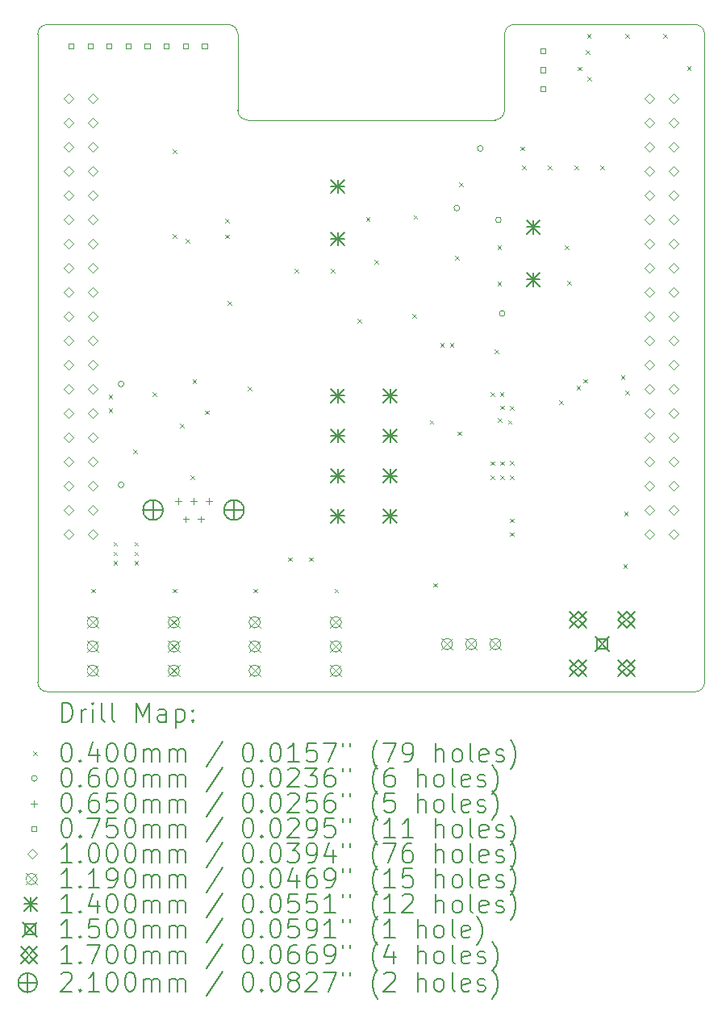
<source format=gbr>
%TF.GenerationSoftware,KiCad,Pcbnew,8.0.0*%
%TF.CreationDate,2024-03-16T12:32:34-04:00*%
%TF.ProjectId,AMP_PCBv3,414d505f-5043-4427-9633-2e6b69636164,A*%
%TF.SameCoordinates,Original*%
%TF.FileFunction,Drillmap*%
%TF.FilePolarity,Positive*%
%FSLAX45Y45*%
G04 Gerber Fmt 4.5, Leading zero omitted, Abs format (unit mm)*
G04 Created by KiCad (PCBNEW 8.0.0) date 2024-03-16 12:32:34*
%MOMM*%
%LPD*%
G01*
G04 APERTURE LIST*
%ADD10C,0.100000*%
%ADD11C,0.200000*%
%ADD12C,0.119000*%
%ADD13C,0.140000*%
%ADD14C,0.150000*%
%ADD15C,0.170000*%
%ADD16C,0.210000*%
G04 APERTURE END LIST*
D10*
X17775000Y-6850000D02*
G75*
G02*
X17875000Y-6950000I0J-100000D01*
G01*
X17875000Y-13750000D02*
G75*
G02*
X17775000Y-13850000I-100000J0D01*
G01*
X12975000Y-6950000D02*
X12975000Y-7750000D01*
X13075000Y-7850000D02*
X15675000Y-7850000D01*
X17875000Y-13750000D02*
X17875000Y-6950000D01*
X12875000Y-6850000D02*
G75*
G02*
X12975000Y-6950000I0J-100000D01*
G01*
X10875000Y-13750000D02*
X10875000Y-6950000D01*
X15875000Y-6850000D02*
X17775000Y-6850000D01*
X15775000Y-6950000D02*
G75*
G02*
X15875000Y-6850000I100000J0D01*
G01*
X15775000Y-7750000D02*
G75*
G02*
X15675000Y-7850000I-100000J0D01*
G01*
X15775000Y-6950000D02*
X15775000Y-7750000D01*
X10875000Y-6950000D02*
G75*
G02*
X10975000Y-6850000I100000J0D01*
G01*
X10975000Y-13850000D02*
X17775000Y-13850000D01*
X10975000Y-6850000D02*
X12875000Y-6850000D01*
X10975000Y-13850000D02*
G75*
G02*
X10875000Y-13750000I0J100000D01*
G01*
X13075000Y-7850000D02*
G75*
G02*
X12975000Y-7750000I0J100000D01*
G01*
D11*
D10*
X11440000Y-12770000D02*
X11480000Y-12810000D01*
X11480000Y-12770000D02*
X11440000Y-12810000D01*
X11620000Y-10735000D02*
X11660000Y-10775000D01*
X11660000Y-10735000D02*
X11620000Y-10775000D01*
X11620000Y-10880000D02*
X11660000Y-10920000D01*
X11660000Y-10880000D02*
X11620000Y-10920000D01*
X11670000Y-12279999D02*
X11710000Y-12319999D01*
X11710000Y-12279999D02*
X11670000Y-12319999D01*
X11670000Y-12380000D02*
X11710000Y-12420000D01*
X11710000Y-12380000D02*
X11670000Y-12420000D01*
X11670000Y-12480000D02*
X11710000Y-12520000D01*
X11710000Y-12480000D02*
X11670000Y-12520000D01*
X11880000Y-11310000D02*
X11920000Y-11350000D01*
X11920000Y-11310000D02*
X11880000Y-11350000D01*
X11890000Y-12280000D02*
X11930000Y-12320000D01*
X11930000Y-12280000D02*
X11890000Y-12320000D01*
X11890000Y-12380000D02*
X11930000Y-12420000D01*
X11930000Y-12380000D02*
X11890000Y-12420000D01*
X11890000Y-12480000D02*
X11930000Y-12520000D01*
X11930000Y-12480000D02*
X11890000Y-12520000D01*
X12080000Y-10710000D02*
X12120000Y-10750000D01*
X12120000Y-10710000D02*
X12080000Y-10750000D01*
X12290000Y-8160000D02*
X12330000Y-8200000D01*
X12330000Y-8160000D02*
X12290000Y-8200000D01*
X12290000Y-12770000D02*
X12330000Y-12810000D01*
X12330000Y-12770000D02*
X12290000Y-12810000D01*
X12290260Y-9050260D02*
X12330260Y-9090260D01*
X12330260Y-9050260D02*
X12290260Y-9090260D01*
X12370000Y-11040000D02*
X12410000Y-11080000D01*
X12410000Y-11040000D02*
X12370000Y-11080000D01*
X12430000Y-9100000D02*
X12470000Y-9140000D01*
X12470000Y-9100000D02*
X12430000Y-9140000D01*
X12480000Y-11580000D02*
X12520000Y-11620000D01*
X12520000Y-11580000D02*
X12480000Y-11620000D01*
X12500000Y-10570000D02*
X12540000Y-10610000D01*
X12540000Y-10570000D02*
X12500000Y-10610000D01*
X12630000Y-10900000D02*
X12670000Y-10940000D01*
X12670000Y-10900000D02*
X12630000Y-10940000D01*
X12840000Y-8890000D02*
X12880000Y-8930000D01*
X12880000Y-8890000D02*
X12840000Y-8930000D01*
X12840000Y-9052500D02*
X12880000Y-9092500D01*
X12880000Y-9052500D02*
X12840000Y-9092500D01*
X12870000Y-9750000D02*
X12910000Y-9790000D01*
X12910000Y-9750000D02*
X12870000Y-9790000D01*
X13080000Y-10650000D02*
X13120000Y-10690000D01*
X13120000Y-10650000D02*
X13080000Y-10690000D01*
X13140000Y-12770000D02*
X13180000Y-12810000D01*
X13180000Y-12770000D02*
X13140000Y-12810000D01*
X13502000Y-12440000D02*
X13542000Y-12480000D01*
X13542000Y-12440000D02*
X13502000Y-12480000D01*
X13570000Y-9410000D02*
X13610000Y-9450000D01*
X13610000Y-9410000D02*
X13570000Y-9450000D01*
X13722000Y-12440000D02*
X13762000Y-12480000D01*
X13762000Y-12440000D02*
X13722000Y-12480000D01*
X13950000Y-9410000D02*
X13990000Y-9450000D01*
X13990000Y-9410000D02*
X13950000Y-9450000D01*
X13990000Y-12770000D02*
X14030000Y-12810000D01*
X14030000Y-12770000D02*
X13990000Y-12810000D01*
X14230000Y-9940000D02*
X14270000Y-9980000D01*
X14270000Y-9940000D02*
X14230000Y-9980000D01*
X14320000Y-8870000D02*
X14360000Y-8910000D01*
X14360000Y-8870000D02*
X14320000Y-8910000D01*
X14410000Y-9320000D02*
X14450000Y-9360000D01*
X14450000Y-9320000D02*
X14410000Y-9360000D01*
X14810000Y-9890000D02*
X14850000Y-9930000D01*
X14850000Y-9890000D02*
X14810000Y-9930000D01*
X14820000Y-8850000D02*
X14860000Y-8890000D01*
X14860000Y-8850000D02*
X14820000Y-8890000D01*
X14990000Y-11000000D02*
X15030000Y-11040000D01*
X15030000Y-11000000D02*
X14990000Y-11040000D01*
X15030000Y-12710000D02*
X15070000Y-12750000D01*
X15070000Y-12710000D02*
X15030000Y-12750000D01*
X15100000Y-10190000D02*
X15140000Y-10230000D01*
X15140000Y-10190000D02*
X15100000Y-10230000D01*
X15200000Y-10190000D02*
X15240000Y-10230000D01*
X15240000Y-10190000D02*
X15200000Y-10230000D01*
X15255000Y-9280000D02*
X15295000Y-9320000D01*
X15295000Y-9280000D02*
X15255000Y-9320000D01*
X15280000Y-11120000D02*
X15320000Y-11160000D01*
X15320000Y-11120000D02*
X15280000Y-11160000D01*
X15300000Y-8510000D02*
X15340000Y-8550000D01*
X15340000Y-8510000D02*
X15300000Y-8550000D01*
X15625469Y-10708750D02*
X15665469Y-10748750D01*
X15665469Y-10708750D02*
X15625469Y-10748750D01*
X15627548Y-11577421D02*
X15667548Y-11617421D01*
X15667548Y-11577421D02*
X15627548Y-11617421D01*
X15630038Y-11432500D02*
X15670038Y-11472500D01*
X15670038Y-11432500D02*
X15630038Y-11472500D01*
X15670000Y-10260000D02*
X15710000Y-10300000D01*
X15710000Y-10260000D02*
X15670000Y-10300000D01*
X15700000Y-9170000D02*
X15740000Y-9210000D01*
X15740000Y-9170000D02*
X15700000Y-9210000D01*
X15700000Y-9550000D02*
X15740000Y-9590000D01*
X15740000Y-9550000D02*
X15700000Y-9590000D01*
X15702538Y-10980640D02*
X15742538Y-11020640D01*
X15742538Y-10980640D02*
X15702538Y-11020640D01*
X15725469Y-10708750D02*
X15765469Y-10748750D01*
X15765469Y-10708750D02*
X15725469Y-10748750D01*
X15730000Y-11577500D02*
X15770000Y-11617500D01*
X15770000Y-11577500D02*
X15730000Y-11617500D01*
X15730000Y-10848750D02*
X15770000Y-10888750D01*
X15770000Y-10848750D02*
X15730000Y-10888750D01*
X15730038Y-11432500D02*
X15770038Y-11472500D01*
X15770038Y-11432500D02*
X15730038Y-11472500D01*
X15810000Y-11000000D02*
X15850000Y-11040000D01*
X15850000Y-11000000D02*
X15810000Y-11040000D01*
X15830000Y-10850000D02*
X15870000Y-10890000D01*
X15870000Y-10850000D02*
X15830000Y-10890000D01*
X15830000Y-11430000D02*
X15870000Y-11470000D01*
X15870000Y-11430000D02*
X15830000Y-11470000D01*
X15830000Y-11577500D02*
X15870000Y-11617500D01*
X15870000Y-11577500D02*
X15830000Y-11617500D01*
X15830000Y-12032500D02*
X15870000Y-12072500D01*
X15870000Y-12032500D02*
X15830000Y-12072500D01*
X15830000Y-12177500D02*
X15870000Y-12217500D01*
X15870000Y-12177500D02*
X15830000Y-12217500D01*
X15940000Y-8130000D02*
X15980000Y-8170000D01*
X15980000Y-8130000D02*
X15940000Y-8170000D01*
X15960000Y-8330000D02*
X16000000Y-8370000D01*
X16000000Y-8330000D02*
X15960000Y-8370000D01*
X16230000Y-8330000D02*
X16270000Y-8370000D01*
X16270000Y-8330000D02*
X16230000Y-8370000D01*
X16350000Y-10790000D02*
X16390000Y-10830000D01*
X16390000Y-10790000D02*
X16350000Y-10830000D01*
X16410000Y-9170000D02*
X16450000Y-9210000D01*
X16450000Y-9170000D02*
X16410000Y-9210000D01*
X16430000Y-9540000D02*
X16470000Y-9580000D01*
X16470000Y-9540000D02*
X16430000Y-9580000D01*
X16510000Y-8330000D02*
X16550000Y-8370000D01*
X16550000Y-8330000D02*
X16510000Y-8370000D01*
X16530000Y-10640000D02*
X16570000Y-10680000D01*
X16570000Y-10640000D02*
X16530000Y-10680000D01*
X16542485Y-7292485D02*
X16582485Y-7332485D01*
X16582485Y-7292485D02*
X16542485Y-7332485D01*
X16600711Y-10569289D02*
X16640711Y-10609289D01*
X16640711Y-10569289D02*
X16600711Y-10609289D01*
X16630000Y-7120000D02*
X16670000Y-7160000D01*
X16670000Y-7120000D02*
X16630000Y-7160000D01*
X16640000Y-6950000D02*
X16680000Y-6990000D01*
X16680000Y-6950000D02*
X16640000Y-6990000D01*
X16645015Y-7395015D02*
X16685015Y-7435015D01*
X16685015Y-7395015D02*
X16645015Y-7435015D01*
X16780000Y-8330000D02*
X16820000Y-8370000D01*
X16820000Y-8330000D02*
X16780000Y-8370000D01*
X16996828Y-10533141D02*
X17036828Y-10573141D01*
X17036828Y-10533141D02*
X16996828Y-10573141D01*
X17020000Y-12510000D02*
X17060000Y-12550000D01*
X17060000Y-12510000D02*
X17020000Y-12550000D01*
X17030000Y-11960000D02*
X17070000Y-12000000D01*
X17070000Y-11960000D02*
X17030000Y-12000000D01*
X17040000Y-6950000D02*
X17080000Y-6990000D01*
X17080000Y-6950000D02*
X17040000Y-6990000D01*
X17042515Y-10692515D02*
X17082515Y-10732515D01*
X17082515Y-10692515D02*
X17042515Y-10732515D01*
X17440000Y-6950000D02*
X17480000Y-6990000D01*
X17480000Y-6950000D02*
X17440000Y-6990000D01*
X17690000Y-7290000D02*
X17730000Y-7330000D01*
X17730000Y-7290000D02*
X17690000Y-7330000D01*
X11780000Y-10620000D02*
G75*
G02*
X11720000Y-10620000I-30000J0D01*
G01*
X11720000Y-10620000D02*
G75*
G02*
X11780000Y-10620000I30000J0D01*
G01*
X11780000Y-11680000D02*
G75*
G02*
X11720000Y-11680000I-30000J0D01*
G01*
X11720000Y-11680000D02*
G75*
G02*
X11780000Y-11680000I30000J0D01*
G01*
X15305000Y-8775000D02*
G75*
G02*
X15245000Y-8775000I-30000J0D01*
G01*
X15245000Y-8775000D02*
G75*
G02*
X15305000Y-8775000I30000J0D01*
G01*
X15550000Y-8150000D02*
G75*
G02*
X15490000Y-8150000I-30000J0D01*
G01*
X15490000Y-8150000D02*
G75*
G02*
X15550000Y-8150000I30000J0D01*
G01*
X15740000Y-8900000D02*
G75*
G02*
X15680000Y-8900000I-30000J0D01*
G01*
X15680000Y-8900000D02*
G75*
G02*
X15740000Y-8900000I30000J0D01*
G01*
X15780000Y-9880000D02*
G75*
G02*
X15720000Y-9880000I-30000J0D01*
G01*
X15720000Y-9880000D02*
G75*
G02*
X15780000Y-9880000I30000J0D01*
G01*
X12350000Y-11817500D02*
X12350000Y-11882500D01*
X12317500Y-11850000D02*
X12382500Y-11850000D01*
X12430000Y-12007500D02*
X12430000Y-12072500D01*
X12397500Y-12040000D02*
X12462500Y-12040000D01*
X12510000Y-11817500D02*
X12510000Y-11882500D01*
X12477500Y-11850000D02*
X12542500Y-11850000D01*
X12590000Y-12007500D02*
X12590000Y-12072500D01*
X12557500Y-12040000D02*
X12622500Y-12040000D01*
X12670000Y-11817500D02*
X12670000Y-11882500D01*
X12637500Y-11850000D02*
X12702500Y-11850000D01*
X11251517Y-7101517D02*
X11251517Y-7048483D01*
X11198483Y-7048483D01*
X11198483Y-7101517D01*
X11251517Y-7101517D01*
X11451517Y-7101517D02*
X11451517Y-7048483D01*
X11398483Y-7048483D01*
X11398483Y-7101517D01*
X11451517Y-7101517D01*
X11651517Y-7101517D02*
X11651517Y-7048483D01*
X11598483Y-7048483D01*
X11598483Y-7101517D01*
X11651517Y-7101517D01*
X11851517Y-7101517D02*
X11851517Y-7048483D01*
X11798483Y-7048483D01*
X11798483Y-7101517D01*
X11851517Y-7101517D01*
X12051517Y-7101517D02*
X12051517Y-7048483D01*
X11998483Y-7048483D01*
X11998483Y-7101517D01*
X12051517Y-7101517D01*
X12251517Y-7101517D02*
X12251517Y-7048483D01*
X12198483Y-7048483D01*
X12198483Y-7101517D01*
X12251517Y-7101517D01*
X12451517Y-7101517D02*
X12451517Y-7048483D01*
X12398483Y-7048483D01*
X12398483Y-7101517D01*
X12451517Y-7101517D01*
X12651517Y-7101517D02*
X12651517Y-7048483D01*
X12598483Y-7048483D01*
X12598483Y-7101517D01*
X12651517Y-7101517D01*
X16201517Y-7151517D02*
X16201517Y-7098483D01*
X16148483Y-7098483D01*
X16148483Y-7151517D01*
X16201517Y-7151517D01*
X16201517Y-7351517D02*
X16201517Y-7298483D01*
X16148483Y-7298483D01*
X16148483Y-7351517D01*
X16201517Y-7351517D01*
X16201517Y-7551517D02*
X16201517Y-7498483D01*
X16148483Y-7498483D01*
X16148483Y-7551517D01*
X16201517Y-7551517D01*
X11200000Y-7678000D02*
X11250000Y-7628000D01*
X11200000Y-7578000D01*
X11150000Y-7628000D01*
X11200000Y-7678000D01*
X11200000Y-7932000D02*
X11250000Y-7882000D01*
X11200000Y-7832000D01*
X11150000Y-7882000D01*
X11200000Y-7932000D01*
X11200000Y-8186000D02*
X11250000Y-8136000D01*
X11200000Y-8086000D01*
X11150000Y-8136000D01*
X11200000Y-8186000D01*
X11200000Y-8440000D02*
X11250000Y-8390000D01*
X11200000Y-8340000D01*
X11150000Y-8390000D01*
X11200000Y-8440000D01*
X11200000Y-8694000D02*
X11250000Y-8644000D01*
X11200000Y-8594000D01*
X11150000Y-8644000D01*
X11200000Y-8694000D01*
X11200000Y-8948000D02*
X11250000Y-8898000D01*
X11200000Y-8848000D01*
X11150000Y-8898000D01*
X11200000Y-8948000D01*
X11200000Y-9202000D02*
X11250000Y-9152000D01*
X11200000Y-9102000D01*
X11150000Y-9152000D01*
X11200000Y-9202000D01*
X11200000Y-9456000D02*
X11250000Y-9406000D01*
X11200000Y-9356000D01*
X11150000Y-9406000D01*
X11200000Y-9456000D01*
X11200000Y-9710000D02*
X11250000Y-9660000D01*
X11200000Y-9610000D01*
X11150000Y-9660000D01*
X11200000Y-9710000D01*
X11200000Y-9964000D02*
X11250000Y-9914000D01*
X11200000Y-9864000D01*
X11150000Y-9914000D01*
X11200000Y-9964000D01*
X11200000Y-10218000D02*
X11250000Y-10168000D01*
X11200000Y-10118000D01*
X11150000Y-10168000D01*
X11200000Y-10218000D01*
X11200000Y-10472000D02*
X11250000Y-10422000D01*
X11200000Y-10372000D01*
X11150000Y-10422000D01*
X11200000Y-10472000D01*
X11200000Y-10726000D02*
X11250000Y-10676000D01*
X11200000Y-10626000D01*
X11150000Y-10676000D01*
X11200000Y-10726000D01*
X11200000Y-10980000D02*
X11250000Y-10930000D01*
X11200000Y-10880000D01*
X11150000Y-10930000D01*
X11200000Y-10980000D01*
X11200000Y-11234000D02*
X11250000Y-11184000D01*
X11200000Y-11134000D01*
X11150000Y-11184000D01*
X11200000Y-11234000D01*
X11200000Y-11488000D02*
X11250000Y-11438000D01*
X11200000Y-11388000D01*
X11150000Y-11438000D01*
X11200000Y-11488000D01*
X11200000Y-11742000D02*
X11250000Y-11692000D01*
X11200000Y-11642000D01*
X11150000Y-11692000D01*
X11200000Y-11742000D01*
X11200000Y-11996000D02*
X11250000Y-11946000D01*
X11200000Y-11896000D01*
X11150000Y-11946000D01*
X11200000Y-11996000D01*
X11200000Y-12250000D02*
X11250000Y-12200000D01*
X11200000Y-12150000D01*
X11150000Y-12200000D01*
X11200000Y-12250000D01*
X11454000Y-7678000D02*
X11504000Y-7628000D01*
X11454000Y-7578000D01*
X11404000Y-7628000D01*
X11454000Y-7678000D01*
X11454000Y-7932000D02*
X11504000Y-7882000D01*
X11454000Y-7832000D01*
X11404000Y-7882000D01*
X11454000Y-7932000D01*
X11454000Y-8186000D02*
X11504000Y-8136000D01*
X11454000Y-8086000D01*
X11404000Y-8136000D01*
X11454000Y-8186000D01*
X11454000Y-8440000D02*
X11504000Y-8390000D01*
X11454000Y-8340000D01*
X11404000Y-8390000D01*
X11454000Y-8440000D01*
X11454000Y-8694000D02*
X11504000Y-8644000D01*
X11454000Y-8594000D01*
X11404000Y-8644000D01*
X11454000Y-8694000D01*
X11454000Y-8948000D02*
X11504000Y-8898000D01*
X11454000Y-8848000D01*
X11404000Y-8898000D01*
X11454000Y-8948000D01*
X11454000Y-9202000D02*
X11504000Y-9152000D01*
X11454000Y-9102000D01*
X11404000Y-9152000D01*
X11454000Y-9202000D01*
X11454000Y-9456000D02*
X11504000Y-9406000D01*
X11454000Y-9356000D01*
X11404000Y-9406000D01*
X11454000Y-9456000D01*
X11454000Y-9710000D02*
X11504000Y-9660000D01*
X11454000Y-9610000D01*
X11404000Y-9660000D01*
X11454000Y-9710000D01*
X11454000Y-9964000D02*
X11504000Y-9914000D01*
X11454000Y-9864000D01*
X11404000Y-9914000D01*
X11454000Y-9964000D01*
X11454000Y-10218000D02*
X11504000Y-10168000D01*
X11454000Y-10118000D01*
X11404000Y-10168000D01*
X11454000Y-10218000D01*
X11454000Y-10472000D02*
X11504000Y-10422000D01*
X11454000Y-10372000D01*
X11404000Y-10422000D01*
X11454000Y-10472000D01*
X11454000Y-10726000D02*
X11504000Y-10676000D01*
X11454000Y-10626000D01*
X11404000Y-10676000D01*
X11454000Y-10726000D01*
X11454000Y-10980000D02*
X11504000Y-10930000D01*
X11454000Y-10880000D01*
X11404000Y-10930000D01*
X11454000Y-10980000D01*
X11454000Y-11234000D02*
X11504000Y-11184000D01*
X11454000Y-11134000D01*
X11404000Y-11184000D01*
X11454000Y-11234000D01*
X11454000Y-11488000D02*
X11504000Y-11438000D01*
X11454000Y-11388000D01*
X11404000Y-11438000D01*
X11454000Y-11488000D01*
X11454000Y-11742000D02*
X11504000Y-11692000D01*
X11454000Y-11642000D01*
X11404000Y-11692000D01*
X11454000Y-11742000D01*
X11454000Y-11996000D02*
X11504000Y-11946000D01*
X11454000Y-11896000D01*
X11404000Y-11946000D01*
X11454000Y-11996000D01*
X11454000Y-12250000D02*
X11504000Y-12200000D01*
X11454000Y-12150000D01*
X11404000Y-12200000D01*
X11454000Y-12250000D01*
X17296000Y-7678000D02*
X17346000Y-7628000D01*
X17296000Y-7578000D01*
X17246000Y-7628000D01*
X17296000Y-7678000D01*
X17296000Y-7932000D02*
X17346000Y-7882000D01*
X17296000Y-7832000D01*
X17246000Y-7882000D01*
X17296000Y-7932000D01*
X17296000Y-8186000D02*
X17346000Y-8136000D01*
X17296000Y-8086000D01*
X17246000Y-8136000D01*
X17296000Y-8186000D01*
X17296000Y-8440000D02*
X17346000Y-8390000D01*
X17296000Y-8340000D01*
X17246000Y-8390000D01*
X17296000Y-8440000D01*
X17296000Y-8694000D02*
X17346000Y-8644000D01*
X17296000Y-8594000D01*
X17246000Y-8644000D01*
X17296000Y-8694000D01*
X17296000Y-8948000D02*
X17346000Y-8898000D01*
X17296000Y-8848000D01*
X17246000Y-8898000D01*
X17296000Y-8948000D01*
X17296000Y-9202000D02*
X17346000Y-9152000D01*
X17296000Y-9102000D01*
X17246000Y-9152000D01*
X17296000Y-9202000D01*
X17296000Y-9456000D02*
X17346000Y-9406000D01*
X17296000Y-9356000D01*
X17246000Y-9406000D01*
X17296000Y-9456000D01*
X17296000Y-9710000D02*
X17346000Y-9660000D01*
X17296000Y-9610000D01*
X17246000Y-9660000D01*
X17296000Y-9710000D01*
X17296000Y-9964000D02*
X17346000Y-9914000D01*
X17296000Y-9864000D01*
X17246000Y-9914000D01*
X17296000Y-9964000D01*
X17296000Y-10218000D02*
X17346000Y-10168000D01*
X17296000Y-10118000D01*
X17246000Y-10168000D01*
X17296000Y-10218000D01*
X17296000Y-10472000D02*
X17346000Y-10422000D01*
X17296000Y-10372000D01*
X17246000Y-10422000D01*
X17296000Y-10472000D01*
X17296000Y-10726000D02*
X17346000Y-10676000D01*
X17296000Y-10626000D01*
X17246000Y-10676000D01*
X17296000Y-10726000D01*
X17296000Y-10980000D02*
X17346000Y-10930000D01*
X17296000Y-10880000D01*
X17246000Y-10930000D01*
X17296000Y-10980000D01*
X17296000Y-11234000D02*
X17346000Y-11184000D01*
X17296000Y-11134000D01*
X17246000Y-11184000D01*
X17296000Y-11234000D01*
X17296000Y-11488000D02*
X17346000Y-11438000D01*
X17296000Y-11388000D01*
X17246000Y-11438000D01*
X17296000Y-11488000D01*
X17296000Y-11742000D02*
X17346000Y-11692000D01*
X17296000Y-11642000D01*
X17246000Y-11692000D01*
X17296000Y-11742000D01*
X17296000Y-11996000D02*
X17346000Y-11946000D01*
X17296000Y-11896000D01*
X17246000Y-11946000D01*
X17296000Y-11996000D01*
X17296000Y-12250000D02*
X17346000Y-12200000D01*
X17296000Y-12150000D01*
X17246000Y-12200000D01*
X17296000Y-12250000D01*
X17550000Y-7678000D02*
X17600000Y-7628000D01*
X17550000Y-7578000D01*
X17500000Y-7628000D01*
X17550000Y-7678000D01*
X17550000Y-7932000D02*
X17600000Y-7882000D01*
X17550000Y-7832000D01*
X17500000Y-7882000D01*
X17550000Y-7932000D01*
X17550000Y-8186000D02*
X17600000Y-8136000D01*
X17550000Y-8086000D01*
X17500000Y-8136000D01*
X17550000Y-8186000D01*
X17550000Y-8440000D02*
X17600000Y-8390000D01*
X17550000Y-8340000D01*
X17500000Y-8390000D01*
X17550000Y-8440000D01*
X17550000Y-8694000D02*
X17600000Y-8644000D01*
X17550000Y-8594000D01*
X17500000Y-8644000D01*
X17550000Y-8694000D01*
X17550000Y-8948000D02*
X17600000Y-8898000D01*
X17550000Y-8848000D01*
X17500000Y-8898000D01*
X17550000Y-8948000D01*
X17550000Y-9202000D02*
X17600000Y-9152000D01*
X17550000Y-9102000D01*
X17500000Y-9152000D01*
X17550000Y-9202000D01*
X17550000Y-9456000D02*
X17600000Y-9406000D01*
X17550000Y-9356000D01*
X17500000Y-9406000D01*
X17550000Y-9456000D01*
X17550000Y-9710000D02*
X17600000Y-9660000D01*
X17550000Y-9610000D01*
X17500000Y-9660000D01*
X17550000Y-9710000D01*
X17550000Y-9964000D02*
X17600000Y-9914000D01*
X17550000Y-9864000D01*
X17500000Y-9914000D01*
X17550000Y-9964000D01*
X17550000Y-10218000D02*
X17600000Y-10168000D01*
X17550000Y-10118000D01*
X17500000Y-10168000D01*
X17550000Y-10218000D01*
X17550000Y-10472000D02*
X17600000Y-10422000D01*
X17550000Y-10372000D01*
X17500000Y-10422000D01*
X17550000Y-10472000D01*
X17550000Y-10726000D02*
X17600000Y-10676000D01*
X17550000Y-10626000D01*
X17500000Y-10676000D01*
X17550000Y-10726000D01*
X17550000Y-10980000D02*
X17600000Y-10930000D01*
X17550000Y-10880000D01*
X17500000Y-10930000D01*
X17550000Y-10980000D01*
X17550000Y-11234000D02*
X17600000Y-11184000D01*
X17550000Y-11134000D01*
X17500000Y-11184000D01*
X17550000Y-11234000D01*
X17550000Y-11488000D02*
X17600000Y-11438000D01*
X17550000Y-11388000D01*
X17500000Y-11438000D01*
X17550000Y-11488000D01*
X17550000Y-11742000D02*
X17600000Y-11692000D01*
X17550000Y-11642000D01*
X17500000Y-11692000D01*
X17550000Y-11742000D01*
X17550000Y-11996000D02*
X17600000Y-11946000D01*
X17550000Y-11896000D01*
X17500000Y-11946000D01*
X17550000Y-11996000D01*
X17550000Y-12250000D02*
X17600000Y-12200000D01*
X17550000Y-12150000D01*
X17500000Y-12200000D01*
X17550000Y-12250000D01*
D12*
X11392500Y-13061500D02*
X11511500Y-13180500D01*
X11511500Y-13061500D02*
X11392500Y-13180500D01*
X11511500Y-13121000D02*
G75*
G02*
X11392500Y-13121000I-59500J0D01*
G01*
X11392500Y-13121000D02*
G75*
G02*
X11511500Y-13121000I59500J0D01*
G01*
X11392500Y-13315500D02*
X11511500Y-13434500D01*
X11511500Y-13315500D02*
X11392500Y-13434500D01*
X11511500Y-13375000D02*
G75*
G02*
X11392500Y-13375000I-59500J0D01*
G01*
X11392500Y-13375000D02*
G75*
G02*
X11511500Y-13375000I59500J0D01*
G01*
X11392500Y-13569500D02*
X11511500Y-13688500D01*
X11511500Y-13569500D02*
X11392500Y-13688500D01*
X11511500Y-13629000D02*
G75*
G02*
X11392500Y-13629000I-59500J0D01*
G01*
X11392500Y-13629000D02*
G75*
G02*
X11511500Y-13629000I59500J0D01*
G01*
X12244500Y-13061500D02*
X12363500Y-13180500D01*
X12363500Y-13061500D02*
X12244500Y-13180500D01*
X12363500Y-13121000D02*
G75*
G02*
X12244500Y-13121000I-59500J0D01*
G01*
X12244500Y-13121000D02*
G75*
G02*
X12363500Y-13121000I59500J0D01*
G01*
X12244500Y-13315500D02*
X12363500Y-13434500D01*
X12363500Y-13315500D02*
X12244500Y-13434500D01*
X12363500Y-13375000D02*
G75*
G02*
X12244500Y-13375000I-59500J0D01*
G01*
X12244500Y-13375000D02*
G75*
G02*
X12363500Y-13375000I59500J0D01*
G01*
X12244500Y-13569500D02*
X12363500Y-13688500D01*
X12363500Y-13569500D02*
X12244500Y-13688500D01*
X12363500Y-13629000D02*
G75*
G02*
X12244500Y-13629000I-59500J0D01*
G01*
X12244500Y-13629000D02*
G75*
G02*
X12363500Y-13629000I59500J0D01*
G01*
X13092500Y-13061500D02*
X13211500Y-13180500D01*
X13211500Y-13061500D02*
X13092500Y-13180500D01*
X13211500Y-13121000D02*
G75*
G02*
X13092500Y-13121000I-59500J0D01*
G01*
X13092500Y-13121000D02*
G75*
G02*
X13211500Y-13121000I59500J0D01*
G01*
X13092500Y-13315500D02*
X13211500Y-13434500D01*
X13211500Y-13315500D02*
X13092500Y-13434500D01*
X13211500Y-13375000D02*
G75*
G02*
X13092500Y-13375000I-59500J0D01*
G01*
X13092500Y-13375000D02*
G75*
G02*
X13211500Y-13375000I59500J0D01*
G01*
X13092500Y-13569500D02*
X13211500Y-13688500D01*
X13211500Y-13569500D02*
X13092500Y-13688500D01*
X13211500Y-13629000D02*
G75*
G02*
X13092500Y-13629000I-59500J0D01*
G01*
X13092500Y-13629000D02*
G75*
G02*
X13211500Y-13629000I59500J0D01*
G01*
X13944500Y-13061500D02*
X14063500Y-13180500D01*
X14063500Y-13061500D02*
X13944500Y-13180500D01*
X14063500Y-13121000D02*
G75*
G02*
X13944500Y-13121000I-59500J0D01*
G01*
X13944500Y-13121000D02*
G75*
G02*
X14063500Y-13121000I59500J0D01*
G01*
X13944500Y-13315500D02*
X14063500Y-13434500D01*
X14063500Y-13315500D02*
X13944500Y-13434500D01*
X14063500Y-13375000D02*
G75*
G02*
X13944500Y-13375000I-59500J0D01*
G01*
X13944500Y-13375000D02*
G75*
G02*
X14063500Y-13375000I59500J0D01*
G01*
X13944500Y-13569500D02*
X14063500Y-13688500D01*
X14063500Y-13569500D02*
X13944500Y-13688500D01*
X14063500Y-13629000D02*
G75*
G02*
X13944500Y-13629000I-59500J0D01*
G01*
X13944500Y-13629000D02*
G75*
G02*
X14063500Y-13629000I59500J0D01*
G01*
X15111500Y-13290500D02*
X15230500Y-13409500D01*
X15230500Y-13290500D02*
X15111500Y-13409500D01*
X15230500Y-13350000D02*
G75*
G02*
X15111500Y-13350000I-59500J0D01*
G01*
X15111500Y-13350000D02*
G75*
G02*
X15230500Y-13350000I59500J0D01*
G01*
X15365500Y-13290500D02*
X15484500Y-13409500D01*
X15484500Y-13290500D02*
X15365500Y-13409500D01*
X15484500Y-13350000D02*
G75*
G02*
X15365500Y-13350000I-59500J0D01*
G01*
X15365500Y-13350000D02*
G75*
G02*
X15484500Y-13350000I59500J0D01*
G01*
X15619500Y-13290500D02*
X15738500Y-13409500D01*
X15738500Y-13290500D02*
X15619500Y-13409500D01*
X15738500Y-13350000D02*
G75*
G02*
X15619500Y-13350000I-59500J0D01*
G01*
X15619500Y-13350000D02*
G75*
G02*
X15738500Y-13350000I59500J0D01*
G01*
D13*
X13955000Y-8480000D02*
X14095000Y-8620000D01*
X14095000Y-8480000D02*
X13955000Y-8620000D01*
X14025000Y-8480000D02*
X14025000Y-8620000D01*
X13955000Y-8550000D02*
X14095000Y-8550000D01*
X13955000Y-9030000D02*
X14095000Y-9170000D01*
X14095000Y-9030000D02*
X13955000Y-9170000D01*
X14025000Y-9030000D02*
X14025000Y-9170000D01*
X13955000Y-9100000D02*
X14095000Y-9100000D01*
X13955000Y-10675000D02*
X14095000Y-10815000D01*
X14095000Y-10675000D02*
X13955000Y-10815000D01*
X14025000Y-10675000D02*
X14025000Y-10815000D01*
X13955000Y-10745000D02*
X14095000Y-10745000D01*
X13955000Y-11095000D02*
X14095000Y-11235000D01*
X14095000Y-11095000D02*
X13955000Y-11235000D01*
X14025000Y-11095000D02*
X14025000Y-11235000D01*
X13955000Y-11165000D02*
X14095000Y-11165000D01*
X13955000Y-11515000D02*
X14095000Y-11655000D01*
X14095000Y-11515000D02*
X13955000Y-11655000D01*
X14025000Y-11515000D02*
X14025000Y-11655000D01*
X13955000Y-11585000D02*
X14095000Y-11585000D01*
X13955000Y-11935000D02*
X14095000Y-12075000D01*
X14095000Y-11935000D02*
X13955000Y-12075000D01*
X14025000Y-11935000D02*
X14025000Y-12075000D01*
X13955000Y-12005000D02*
X14095000Y-12005000D01*
X14505000Y-10675000D02*
X14645000Y-10815000D01*
X14645000Y-10675000D02*
X14505000Y-10815000D01*
X14575000Y-10675000D02*
X14575000Y-10815000D01*
X14505000Y-10745000D02*
X14645000Y-10745000D01*
X14505000Y-11095000D02*
X14645000Y-11235000D01*
X14645000Y-11095000D02*
X14505000Y-11235000D01*
X14575000Y-11095000D02*
X14575000Y-11235000D01*
X14505000Y-11165000D02*
X14645000Y-11165000D01*
X14505000Y-11515000D02*
X14645000Y-11655000D01*
X14645000Y-11515000D02*
X14505000Y-11655000D01*
X14575000Y-11515000D02*
X14575000Y-11655000D01*
X14505000Y-11585000D02*
X14645000Y-11585000D01*
X14505000Y-11935000D02*
X14645000Y-12075000D01*
X14645000Y-11935000D02*
X14505000Y-12075000D01*
X14575000Y-11935000D02*
X14575000Y-12075000D01*
X14505000Y-12005000D02*
X14645000Y-12005000D01*
X16005000Y-8905000D02*
X16145000Y-9045000D01*
X16145000Y-8905000D02*
X16005000Y-9045000D01*
X16075000Y-8905000D02*
X16075000Y-9045000D01*
X16005000Y-8975000D02*
X16145000Y-8975000D01*
X16005000Y-9455000D02*
X16145000Y-9595000D01*
X16145000Y-9455000D02*
X16005000Y-9595000D01*
X16075000Y-9455000D02*
X16075000Y-9595000D01*
X16005000Y-9525000D02*
X16145000Y-9525000D01*
D14*
X16725000Y-13275000D02*
X16875000Y-13425000D01*
X16875000Y-13275000D02*
X16725000Y-13425000D01*
X16853034Y-13403033D02*
X16853034Y-13296966D01*
X16746966Y-13296966D01*
X16746966Y-13403033D01*
X16853034Y-13403033D01*
D15*
X16461000Y-13011000D02*
X16631000Y-13181000D01*
X16631000Y-13011000D02*
X16461000Y-13181000D01*
X16546000Y-13181000D02*
X16631000Y-13096000D01*
X16546000Y-13011000D01*
X16461000Y-13096000D01*
X16546000Y-13181000D01*
X16461000Y-13519000D02*
X16631000Y-13689000D01*
X16631000Y-13519000D02*
X16461000Y-13689000D01*
X16546000Y-13689000D02*
X16631000Y-13604000D01*
X16546000Y-13519000D01*
X16461000Y-13604000D01*
X16546000Y-13689000D01*
X16969000Y-13011000D02*
X17139000Y-13181000D01*
X17139000Y-13011000D02*
X16969000Y-13181000D01*
X17054000Y-13181000D02*
X17139000Y-13096000D01*
X17054000Y-13011000D01*
X16969000Y-13096000D01*
X17054000Y-13181000D01*
X16969000Y-13519000D02*
X17139000Y-13689000D01*
X17139000Y-13519000D02*
X16969000Y-13689000D01*
X17054000Y-13689000D02*
X17139000Y-13604000D01*
X17054000Y-13519000D01*
X16969000Y-13604000D01*
X17054000Y-13689000D01*
D16*
X12085000Y-11839000D02*
X12085000Y-12049000D01*
X11980000Y-11944000D02*
X12190000Y-11944000D01*
X12190000Y-11944000D02*
G75*
G02*
X11980000Y-11944000I-105000J0D01*
G01*
X11980000Y-11944000D02*
G75*
G02*
X12190000Y-11944000I105000J0D01*
G01*
X12935000Y-11839000D02*
X12935000Y-12049000D01*
X12830000Y-11944000D02*
X13040000Y-11944000D01*
X13040000Y-11944000D02*
G75*
G02*
X12830000Y-11944000I-105000J0D01*
G01*
X12830000Y-11944000D02*
G75*
G02*
X13040000Y-11944000I105000J0D01*
G01*
D11*
X11130777Y-14166484D02*
X11130777Y-13966484D01*
X11130777Y-13966484D02*
X11178396Y-13966484D01*
X11178396Y-13966484D02*
X11206967Y-13976008D01*
X11206967Y-13976008D02*
X11226015Y-13995055D01*
X11226015Y-13995055D02*
X11235539Y-14014103D01*
X11235539Y-14014103D02*
X11245062Y-14052198D01*
X11245062Y-14052198D02*
X11245062Y-14080769D01*
X11245062Y-14080769D02*
X11235539Y-14118865D01*
X11235539Y-14118865D02*
X11226015Y-14137912D01*
X11226015Y-14137912D02*
X11206967Y-14156960D01*
X11206967Y-14156960D02*
X11178396Y-14166484D01*
X11178396Y-14166484D02*
X11130777Y-14166484D01*
X11330777Y-14166484D02*
X11330777Y-14033150D01*
X11330777Y-14071246D02*
X11340301Y-14052198D01*
X11340301Y-14052198D02*
X11349824Y-14042674D01*
X11349824Y-14042674D02*
X11368872Y-14033150D01*
X11368872Y-14033150D02*
X11387920Y-14033150D01*
X11454586Y-14166484D02*
X11454586Y-14033150D01*
X11454586Y-13966484D02*
X11445062Y-13976008D01*
X11445062Y-13976008D02*
X11454586Y-13985531D01*
X11454586Y-13985531D02*
X11464110Y-13976008D01*
X11464110Y-13976008D02*
X11454586Y-13966484D01*
X11454586Y-13966484D02*
X11454586Y-13985531D01*
X11578396Y-14166484D02*
X11559348Y-14156960D01*
X11559348Y-14156960D02*
X11549824Y-14137912D01*
X11549824Y-14137912D02*
X11549824Y-13966484D01*
X11683158Y-14166484D02*
X11664110Y-14156960D01*
X11664110Y-14156960D02*
X11654586Y-14137912D01*
X11654586Y-14137912D02*
X11654586Y-13966484D01*
X11911729Y-14166484D02*
X11911729Y-13966484D01*
X11911729Y-13966484D02*
X11978396Y-14109341D01*
X11978396Y-14109341D02*
X12045062Y-13966484D01*
X12045062Y-13966484D02*
X12045062Y-14166484D01*
X12226015Y-14166484D02*
X12226015Y-14061722D01*
X12226015Y-14061722D02*
X12216491Y-14042674D01*
X12216491Y-14042674D02*
X12197443Y-14033150D01*
X12197443Y-14033150D02*
X12159348Y-14033150D01*
X12159348Y-14033150D02*
X12140301Y-14042674D01*
X12226015Y-14156960D02*
X12206967Y-14166484D01*
X12206967Y-14166484D02*
X12159348Y-14166484D01*
X12159348Y-14166484D02*
X12140301Y-14156960D01*
X12140301Y-14156960D02*
X12130777Y-14137912D01*
X12130777Y-14137912D02*
X12130777Y-14118865D01*
X12130777Y-14118865D02*
X12140301Y-14099817D01*
X12140301Y-14099817D02*
X12159348Y-14090293D01*
X12159348Y-14090293D02*
X12206967Y-14090293D01*
X12206967Y-14090293D02*
X12226015Y-14080769D01*
X12321253Y-14033150D02*
X12321253Y-14233150D01*
X12321253Y-14042674D02*
X12340301Y-14033150D01*
X12340301Y-14033150D02*
X12378396Y-14033150D01*
X12378396Y-14033150D02*
X12397443Y-14042674D01*
X12397443Y-14042674D02*
X12406967Y-14052198D01*
X12406967Y-14052198D02*
X12416491Y-14071246D01*
X12416491Y-14071246D02*
X12416491Y-14128388D01*
X12416491Y-14128388D02*
X12406967Y-14147436D01*
X12406967Y-14147436D02*
X12397443Y-14156960D01*
X12397443Y-14156960D02*
X12378396Y-14166484D01*
X12378396Y-14166484D02*
X12340301Y-14166484D01*
X12340301Y-14166484D02*
X12321253Y-14156960D01*
X12502205Y-14147436D02*
X12511729Y-14156960D01*
X12511729Y-14156960D02*
X12502205Y-14166484D01*
X12502205Y-14166484D02*
X12492682Y-14156960D01*
X12492682Y-14156960D02*
X12502205Y-14147436D01*
X12502205Y-14147436D02*
X12502205Y-14166484D01*
X12502205Y-14042674D02*
X12511729Y-14052198D01*
X12511729Y-14052198D02*
X12502205Y-14061722D01*
X12502205Y-14061722D02*
X12492682Y-14052198D01*
X12492682Y-14052198D02*
X12502205Y-14042674D01*
X12502205Y-14042674D02*
X12502205Y-14061722D01*
D10*
X10830000Y-14475000D02*
X10870000Y-14515000D01*
X10870000Y-14475000D02*
X10830000Y-14515000D01*
D11*
X11168872Y-14386484D02*
X11187920Y-14386484D01*
X11187920Y-14386484D02*
X11206967Y-14396008D01*
X11206967Y-14396008D02*
X11216491Y-14405531D01*
X11216491Y-14405531D02*
X11226015Y-14424579D01*
X11226015Y-14424579D02*
X11235539Y-14462674D01*
X11235539Y-14462674D02*
X11235539Y-14510293D01*
X11235539Y-14510293D02*
X11226015Y-14548388D01*
X11226015Y-14548388D02*
X11216491Y-14567436D01*
X11216491Y-14567436D02*
X11206967Y-14576960D01*
X11206967Y-14576960D02*
X11187920Y-14586484D01*
X11187920Y-14586484D02*
X11168872Y-14586484D01*
X11168872Y-14586484D02*
X11149824Y-14576960D01*
X11149824Y-14576960D02*
X11140301Y-14567436D01*
X11140301Y-14567436D02*
X11130777Y-14548388D01*
X11130777Y-14548388D02*
X11121253Y-14510293D01*
X11121253Y-14510293D02*
X11121253Y-14462674D01*
X11121253Y-14462674D02*
X11130777Y-14424579D01*
X11130777Y-14424579D02*
X11140301Y-14405531D01*
X11140301Y-14405531D02*
X11149824Y-14396008D01*
X11149824Y-14396008D02*
X11168872Y-14386484D01*
X11321253Y-14567436D02*
X11330777Y-14576960D01*
X11330777Y-14576960D02*
X11321253Y-14586484D01*
X11321253Y-14586484D02*
X11311729Y-14576960D01*
X11311729Y-14576960D02*
X11321253Y-14567436D01*
X11321253Y-14567436D02*
X11321253Y-14586484D01*
X11502205Y-14453150D02*
X11502205Y-14586484D01*
X11454586Y-14376960D02*
X11406967Y-14519817D01*
X11406967Y-14519817D02*
X11530777Y-14519817D01*
X11645062Y-14386484D02*
X11664110Y-14386484D01*
X11664110Y-14386484D02*
X11683158Y-14396008D01*
X11683158Y-14396008D02*
X11692682Y-14405531D01*
X11692682Y-14405531D02*
X11702205Y-14424579D01*
X11702205Y-14424579D02*
X11711729Y-14462674D01*
X11711729Y-14462674D02*
X11711729Y-14510293D01*
X11711729Y-14510293D02*
X11702205Y-14548388D01*
X11702205Y-14548388D02*
X11692682Y-14567436D01*
X11692682Y-14567436D02*
X11683158Y-14576960D01*
X11683158Y-14576960D02*
X11664110Y-14586484D01*
X11664110Y-14586484D02*
X11645062Y-14586484D01*
X11645062Y-14586484D02*
X11626015Y-14576960D01*
X11626015Y-14576960D02*
X11616491Y-14567436D01*
X11616491Y-14567436D02*
X11606967Y-14548388D01*
X11606967Y-14548388D02*
X11597443Y-14510293D01*
X11597443Y-14510293D02*
X11597443Y-14462674D01*
X11597443Y-14462674D02*
X11606967Y-14424579D01*
X11606967Y-14424579D02*
X11616491Y-14405531D01*
X11616491Y-14405531D02*
X11626015Y-14396008D01*
X11626015Y-14396008D02*
X11645062Y-14386484D01*
X11835539Y-14386484D02*
X11854586Y-14386484D01*
X11854586Y-14386484D02*
X11873634Y-14396008D01*
X11873634Y-14396008D02*
X11883158Y-14405531D01*
X11883158Y-14405531D02*
X11892682Y-14424579D01*
X11892682Y-14424579D02*
X11902205Y-14462674D01*
X11902205Y-14462674D02*
X11902205Y-14510293D01*
X11902205Y-14510293D02*
X11892682Y-14548388D01*
X11892682Y-14548388D02*
X11883158Y-14567436D01*
X11883158Y-14567436D02*
X11873634Y-14576960D01*
X11873634Y-14576960D02*
X11854586Y-14586484D01*
X11854586Y-14586484D02*
X11835539Y-14586484D01*
X11835539Y-14586484D02*
X11816491Y-14576960D01*
X11816491Y-14576960D02*
X11806967Y-14567436D01*
X11806967Y-14567436D02*
X11797443Y-14548388D01*
X11797443Y-14548388D02*
X11787920Y-14510293D01*
X11787920Y-14510293D02*
X11787920Y-14462674D01*
X11787920Y-14462674D02*
X11797443Y-14424579D01*
X11797443Y-14424579D02*
X11806967Y-14405531D01*
X11806967Y-14405531D02*
X11816491Y-14396008D01*
X11816491Y-14396008D02*
X11835539Y-14386484D01*
X11987920Y-14586484D02*
X11987920Y-14453150D01*
X11987920Y-14472198D02*
X11997443Y-14462674D01*
X11997443Y-14462674D02*
X12016491Y-14453150D01*
X12016491Y-14453150D02*
X12045063Y-14453150D01*
X12045063Y-14453150D02*
X12064110Y-14462674D01*
X12064110Y-14462674D02*
X12073634Y-14481722D01*
X12073634Y-14481722D02*
X12073634Y-14586484D01*
X12073634Y-14481722D02*
X12083158Y-14462674D01*
X12083158Y-14462674D02*
X12102205Y-14453150D01*
X12102205Y-14453150D02*
X12130777Y-14453150D01*
X12130777Y-14453150D02*
X12149824Y-14462674D01*
X12149824Y-14462674D02*
X12159348Y-14481722D01*
X12159348Y-14481722D02*
X12159348Y-14586484D01*
X12254586Y-14586484D02*
X12254586Y-14453150D01*
X12254586Y-14472198D02*
X12264110Y-14462674D01*
X12264110Y-14462674D02*
X12283158Y-14453150D01*
X12283158Y-14453150D02*
X12311729Y-14453150D01*
X12311729Y-14453150D02*
X12330777Y-14462674D01*
X12330777Y-14462674D02*
X12340301Y-14481722D01*
X12340301Y-14481722D02*
X12340301Y-14586484D01*
X12340301Y-14481722D02*
X12349824Y-14462674D01*
X12349824Y-14462674D02*
X12368872Y-14453150D01*
X12368872Y-14453150D02*
X12397443Y-14453150D01*
X12397443Y-14453150D02*
X12416491Y-14462674D01*
X12416491Y-14462674D02*
X12426015Y-14481722D01*
X12426015Y-14481722D02*
X12426015Y-14586484D01*
X12816491Y-14376960D02*
X12645063Y-14634103D01*
X13073634Y-14386484D02*
X13092682Y-14386484D01*
X13092682Y-14386484D02*
X13111729Y-14396008D01*
X13111729Y-14396008D02*
X13121253Y-14405531D01*
X13121253Y-14405531D02*
X13130777Y-14424579D01*
X13130777Y-14424579D02*
X13140301Y-14462674D01*
X13140301Y-14462674D02*
X13140301Y-14510293D01*
X13140301Y-14510293D02*
X13130777Y-14548388D01*
X13130777Y-14548388D02*
X13121253Y-14567436D01*
X13121253Y-14567436D02*
X13111729Y-14576960D01*
X13111729Y-14576960D02*
X13092682Y-14586484D01*
X13092682Y-14586484D02*
X13073634Y-14586484D01*
X13073634Y-14586484D02*
X13054586Y-14576960D01*
X13054586Y-14576960D02*
X13045063Y-14567436D01*
X13045063Y-14567436D02*
X13035539Y-14548388D01*
X13035539Y-14548388D02*
X13026015Y-14510293D01*
X13026015Y-14510293D02*
X13026015Y-14462674D01*
X13026015Y-14462674D02*
X13035539Y-14424579D01*
X13035539Y-14424579D02*
X13045063Y-14405531D01*
X13045063Y-14405531D02*
X13054586Y-14396008D01*
X13054586Y-14396008D02*
X13073634Y-14386484D01*
X13226015Y-14567436D02*
X13235539Y-14576960D01*
X13235539Y-14576960D02*
X13226015Y-14586484D01*
X13226015Y-14586484D02*
X13216491Y-14576960D01*
X13216491Y-14576960D02*
X13226015Y-14567436D01*
X13226015Y-14567436D02*
X13226015Y-14586484D01*
X13359348Y-14386484D02*
X13378396Y-14386484D01*
X13378396Y-14386484D02*
X13397444Y-14396008D01*
X13397444Y-14396008D02*
X13406967Y-14405531D01*
X13406967Y-14405531D02*
X13416491Y-14424579D01*
X13416491Y-14424579D02*
X13426015Y-14462674D01*
X13426015Y-14462674D02*
X13426015Y-14510293D01*
X13426015Y-14510293D02*
X13416491Y-14548388D01*
X13416491Y-14548388D02*
X13406967Y-14567436D01*
X13406967Y-14567436D02*
X13397444Y-14576960D01*
X13397444Y-14576960D02*
X13378396Y-14586484D01*
X13378396Y-14586484D02*
X13359348Y-14586484D01*
X13359348Y-14586484D02*
X13340301Y-14576960D01*
X13340301Y-14576960D02*
X13330777Y-14567436D01*
X13330777Y-14567436D02*
X13321253Y-14548388D01*
X13321253Y-14548388D02*
X13311729Y-14510293D01*
X13311729Y-14510293D02*
X13311729Y-14462674D01*
X13311729Y-14462674D02*
X13321253Y-14424579D01*
X13321253Y-14424579D02*
X13330777Y-14405531D01*
X13330777Y-14405531D02*
X13340301Y-14396008D01*
X13340301Y-14396008D02*
X13359348Y-14386484D01*
X13616491Y-14586484D02*
X13502206Y-14586484D01*
X13559348Y-14586484D02*
X13559348Y-14386484D01*
X13559348Y-14386484D02*
X13540301Y-14415055D01*
X13540301Y-14415055D02*
X13521253Y-14434103D01*
X13521253Y-14434103D02*
X13502206Y-14443627D01*
X13797444Y-14386484D02*
X13702206Y-14386484D01*
X13702206Y-14386484D02*
X13692682Y-14481722D01*
X13692682Y-14481722D02*
X13702206Y-14472198D01*
X13702206Y-14472198D02*
X13721253Y-14462674D01*
X13721253Y-14462674D02*
X13768872Y-14462674D01*
X13768872Y-14462674D02*
X13787920Y-14472198D01*
X13787920Y-14472198D02*
X13797444Y-14481722D01*
X13797444Y-14481722D02*
X13806967Y-14500769D01*
X13806967Y-14500769D02*
X13806967Y-14548388D01*
X13806967Y-14548388D02*
X13797444Y-14567436D01*
X13797444Y-14567436D02*
X13787920Y-14576960D01*
X13787920Y-14576960D02*
X13768872Y-14586484D01*
X13768872Y-14586484D02*
X13721253Y-14586484D01*
X13721253Y-14586484D02*
X13702206Y-14576960D01*
X13702206Y-14576960D02*
X13692682Y-14567436D01*
X13873634Y-14386484D02*
X14006967Y-14386484D01*
X14006967Y-14386484D02*
X13921253Y-14586484D01*
X14073634Y-14386484D02*
X14073634Y-14424579D01*
X14149825Y-14386484D02*
X14149825Y-14424579D01*
X14445063Y-14662674D02*
X14435539Y-14653150D01*
X14435539Y-14653150D02*
X14416491Y-14624579D01*
X14416491Y-14624579D02*
X14406968Y-14605531D01*
X14406968Y-14605531D02*
X14397444Y-14576960D01*
X14397444Y-14576960D02*
X14387920Y-14529341D01*
X14387920Y-14529341D02*
X14387920Y-14491246D01*
X14387920Y-14491246D02*
X14397444Y-14443627D01*
X14397444Y-14443627D02*
X14406968Y-14415055D01*
X14406968Y-14415055D02*
X14416491Y-14396008D01*
X14416491Y-14396008D02*
X14435539Y-14367436D01*
X14435539Y-14367436D02*
X14445063Y-14357912D01*
X14502206Y-14386484D02*
X14635539Y-14386484D01*
X14635539Y-14386484D02*
X14549825Y-14586484D01*
X14721253Y-14586484D02*
X14759348Y-14586484D01*
X14759348Y-14586484D02*
X14778396Y-14576960D01*
X14778396Y-14576960D02*
X14787920Y-14567436D01*
X14787920Y-14567436D02*
X14806968Y-14538865D01*
X14806968Y-14538865D02*
X14816491Y-14500769D01*
X14816491Y-14500769D02*
X14816491Y-14424579D01*
X14816491Y-14424579D02*
X14806968Y-14405531D01*
X14806968Y-14405531D02*
X14797444Y-14396008D01*
X14797444Y-14396008D02*
X14778396Y-14386484D01*
X14778396Y-14386484D02*
X14740301Y-14386484D01*
X14740301Y-14386484D02*
X14721253Y-14396008D01*
X14721253Y-14396008D02*
X14711729Y-14405531D01*
X14711729Y-14405531D02*
X14702206Y-14424579D01*
X14702206Y-14424579D02*
X14702206Y-14472198D01*
X14702206Y-14472198D02*
X14711729Y-14491246D01*
X14711729Y-14491246D02*
X14721253Y-14500769D01*
X14721253Y-14500769D02*
X14740301Y-14510293D01*
X14740301Y-14510293D02*
X14778396Y-14510293D01*
X14778396Y-14510293D02*
X14797444Y-14500769D01*
X14797444Y-14500769D02*
X14806968Y-14491246D01*
X14806968Y-14491246D02*
X14816491Y-14472198D01*
X15054587Y-14586484D02*
X15054587Y-14386484D01*
X15140301Y-14586484D02*
X15140301Y-14481722D01*
X15140301Y-14481722D02*
X15130777Y-14462674D01*
X15130777Y-14462674D02*
X15111730Y-14453150D01*
X15111730Y-14453150D02*
X15083158Y-14453150D01*
X15083158Y-14453150D02*
X15064110Y-14462674D01*
X15064110Y-14462674D02*
X15054587Y-14472198D01*
X15264110Y-14586484D02*
X15245063Y-14576960D01*
X15245063Y-14576960D02*
X15235539Y-14567436D01*
X15235539Y-14567436D02*
X15226015Y-14548388D01*
X15226015Y-14548388D02*
X15226015Y-14491246D01*
X15226015Y-14491246D02*
X15235539Y-14472198D01*
X15235539Y-14472198D02*
X15245063Y-14462674D01*
X15245063Y-14462674D02*
X15264110Y-14453150D01*
X15264110Y-14453150D02*
X15292682Y-14453150D01*
X15292682Y-14453150D02*
X15311730Y-14462674D01*
X15311730Y-14462674D02*
X15321253Y-14472198D01*
X15321253Y-14472198D02*
X15330777Y-14491246D01*
X15330777Y-14491246D02*
X15330777Y-14548388D01*
X15330777Y-14548388D02*
X15321253Y-14567436D01*
X15321253Y-14567436D02*
X15311730Y-14576960D01*
X15311730Y-14576960D02*
X15292682Y-14586484D01*
X15292682Y-14586484D02*
X15264110Y-14586484D01*
X15445063Y-14586484D02*
X15426015Y-14576960D01*
X15426015Y-14576960D02*
X15416491Y-14557912D01*
X15416491Y-14557912D02*
X15416491Y-14386484D01*
X15597444Y-14576960D02*
X15578396Y-14586484D01*
X15578396Y-14586484D02*
X15540301Y-14586484D01*
X15540301Y-14586484D02*
X15521253Y-14576960D01*
X15521253Y-14576960D02*
X15511730Y-14557912D01*
X15511730Y-14557912D02*
X15511730Y-14481722D01*
X15511730Y-14481722D02*
X15521253Y-14462674D01*
X15521253Y-14462674D02*
X15540301Y-14453150D01*
X15540301Y-14453150D02*
X15578396Y-14453150D01*
X15578396Y-14453150D02*
X15597444Y-14462674D01*
X15597444Y-14462674D02*
X15606968Y-14481722D01*
X15606968Y-14481722D02*
X15606968Y-14500769D01*
X15606968Y-14500769D02*
X15511730Y-14519817D01*
X15683158Y-14576960D02*
X15702206Y-14586484D01*
X15702206Y-14586484D02*
X15740301Y-14586484D01*
X15740301Y-14586484D02*
X15759349Y-14576960D01*
X15759349Y-14576960D02*
X15768872Y-14557912D01*
X15768872Y-14557912D02*
X15768872Y-14548388D01*
X15768872Y-14548388D02*
X15759349Y-14529341D01*
X15759349Y-14529341D02*
X15740301Y-14519817D01*
X15740301Y-14519817D02*
X15711730Y-14519817D01*
X15711730Y-14519817D02*
X15692682Y-14510293D01*
X15692682Y-14510293D02*
X15683158Y-14491246D01*
X15683158Y-14491246D02*
X15683158Y-14481722D01*
X15683158Y-14481722D02*
X15692682Y-14462674D01*
X15692682Y-14462674D02*
X15711730Y-14453150D01*
X15711730Y-14453150D02*
X15740301Y-14453150D01*
X15740301Y-14453150D02*
X15759349Y-14462674D01*
X15835539Y-14662674D02*
X15845063Y-14653150D01*
X15845063Y-14653150D02*
X15864111Y-14624579D01*
X15864111Y-14624579D02*
X15873634Y-14605531D01*
X15873634Y-14605531D02*
X15883158Y-14576960D01*
X15883158Y-14576960D02*
X15892682Y-14529341D01*
X15892682Y-14529341D02*
X15892682Y-14491246D01*
X15892682Y-14491246D02*
X15883158Y-14443627D01*
X15883158Y-14443627D02*
X15873634Y-14415055D01*
X15873634Y-14415055D02*
X15864111Y-14396008D01*
X15864111Y-14396008D02*
X15845063Y-14367436D01*
X15845063Y-14367436D02*
X15835539Y-14357912D01*
D10*
X10870000Y-14759000D02*
G75*
G02*
X10810000Y-14759000I-30000J0D01*
G01*
X10810000Y-14759000D02*
G75*
G02*
X10870000Y-14759000I30000J0D01*
G01*
D11*
X11168872Y-14650484D02*
X11187920Y-14650484D01*
X11187920Y-14650484D02*
X11206967Y-14660008D01*
X11206967Y-14660008D02*
X11216491Y-14669531D01*
X11216491Y-14669531D02*
X11226015Y-14688579D01*
X11226015Y-14688579D02*
X11235539Y-14726674D01*
X11235539Y-14726674D02*
X11235539Y-14774293D01*
X11235539Y-14774293D02*
X11226015Y-14812388D01*
X11226015Y-14812388D02*
X11216491Y-14831436D01*
X11216491Y-14831436D02*
X11206967Y-14840960D01*
X11206967Y-14840960D02*
X11187920Y-14850484D01*
X11187920Y-14850484D02*
X11168872Y-14850484D01*
X11168872Y-14850484D02*
X11149824Y-14840960D01*
X11149824Y-14840960D02*
X11140301Y-14831436D01*
X11140301Y-14831436D02*
X11130777Y-14812388D01*
X11130777Y-14812388D02*
X11121253Y-14774293D01*
X11121253Y-14774293D02*
X11121253Y-14726674D01*
X11121253Y-14726674D02*
X11130777Y-14688579D01*
X11130777Y-14688579D02*
X11140301Y-14669531D01*
X11140301Y-14669531D02*
X11149824Y-14660008D01*
X11149824Y-14660008D02*
X11168872Y-14650484D01*
X11321253Y-14831436D02*
X11330777Y-14840960D01*
X11330777Y-14840960D02*
X11321253Y-14850484D01*
X11321253Y-14850484D02*
X11311729Y-14840960D01*
X11311729Y-14840960D02*
X11321253Y-14831436D01*
X11321253Y-14831436D02*
X11321253Y-14850484D01*
X11502205Y-14650484D02*
X11464110Y-14650484D01*
X11464110Y-14650484D02*
X11445062Y-14660008D01*
X11445062Y-14660008D02*
X11435539Y-14669531D01*
X11435539Y-14669531D02*
X11416491Y-14698103D01*
X11416491Y-14698103D02*
X11406967Y-14736198D01*
X11406967Y-14736198D02*
X11406967Y-14812388D01*
X11406967Y-14812388D02*
X11416491Y-14831436D01*
X11416491Y-14831436D02*
X11426015Y-14840960D01*
X11426015Y-14840960D02*
X11445062Y-14850484D01*
X11445062Y-14850484D02*
X11483158Y-14850484D01*
X11483158Y-14850484D02*
X11502205Y-14840960D01*
X11502205Y-14840960D02*
X11511729Y-14831436D01*
X11511729Y-14831436D02*
X11521253Y-14812388D01*
X11521253Y-14812388D02*
X11521253Y-14764769D01*
X11521253Y-14764769D02*
X11511729Y-14745722D01*
X11511729Y-14745722D02*
X11502205Y-14736198D01*
X11502205Y-14736198D02*
X11483158Y-14726674D01*
X11483158Y-14726674D02*
X11445062Y-14726674D01*
X11445062Y-14726674D02*
X11426015Y-14736198D01*
X11426015Y-14736198D02*
X11416491Y-14745722D01*
X11416491Y-14745722D02*
X11406967Y-14764769D01*
X11645062Y-14650484D02*
X11664110Y-14650484D01*
X11664110Y-14650484D02*
X11683158Y-14660008D01*
X11683158Y-14660008D02*
X11692682Y-14669531D01*
X11692682Y-14669531D02*
X11702205Y-14688579D01*
X11702205Y-14688579D02*
X11711729Y-14726674D01*
X11711729Y-14726674D02*
X11711729Y-14774293D01*
X11711729Y-14774293D02*
X11702205Y-14812388D01*
X11702205Y-14812388D02*
X11692682Y-14831436D01*
X11692682Y-14831436D02*
X11683158Y-14840960D01*
X11683158Y-14840960D02*
X11664110Y-14850484D01*
X11664110Y-14850484D02*
X11645062Y-14850484D01*
X11645062Y-14850484D02*
X11626015Y-14840960D01*
X11626015Y-14840960D02*
X11616491Y-14831436D01*
X11616491Y-14831436D02*
X11606967Y-14812388D01*
X11606967Y-14812388D02*
X11597443Y-14774293D01*
X11597443Y-14774293D02*
X11597443Y-14726674D01*
X11597443Y-14726674D02*
X11606967Y-14688579D01*
X11606967Y-14688579D02*
X11616491Y-14669531D01*
X11616491Y-14669531D02*
X11626015Y-14660008D01*
X11626015Y-14660008D02*
X11645062Y-14650484D01*
X11835539Y-14650484D02*
X11854586Y-14650484D01*
X11854586Y-14650484D02*
X11873634Y-14660008D01*
X11873634Y-14660008D02*
X11883158Y-14669531D01*
X11883158Y-14669531D02*
X11892682Y-14688579D01*
X11892682Y-14688579D02*
X11902205Y-14726674D01*
X11902205Y-14726674D02*
X11902205Y-14774293D01*
X11902205Y-14774293D02*
X11892682Y-14812388D01*
X11892682Y-14812388D02*
X11883158Y-14831436D01*
X11883158Y-14831436D02*
X11873634Y-14840960D01*
X11873634Y-14840960D02*
X11854586Y-14850484D01*
X11854586Y-14850484D02*
X11835539Y-14850484D01*
X11835539Y-14850484D02*
X11816491Y-14840960D01*
X11816491Y-14840960D02*
X11806967Y-14831436D01*
X11806967Y-14831436D02*
X11797443Y-14812388D01*
X11797443Y-14812388D02*
X11787920Y-14774293D01*
X11787920Y-14774293D02*
X11787920Y-14726674D01*
X11787920Y-14726674D02*
X11797443Y-14688579D01*
X11797443Y-14688579D02*
X11806967Y-14669531D01*
X11806967Y-14669531D02*
X11816491Y-14660008D01*
X11816491Y-14660008D02*
X11835539Y-14650484D01*
X11987920Y-14850484D02*
X11987920Y-14717150D01*
X11987920Y-14736198D02*
X11997443Y-14726674D01*
X11997443Y-14726674D02*
X12016491Y-14717150D01*
X12016491Y-14717150D02*
X12045063Y-14717150D01*
X12045063Y-14717150D02*
X12064110Y-14726674D01*
X12064110Y-14726674D02*
X12073634Y-14745722D01*
X12073634Y-14745722D02*
X12073634Y-14850484D01*
X12073634Y-14745722D02*
X12083158Y-14726674D01*
X12083158Y-14726674D02*
X12102205Y-14717150D01*
X12102205Y-14717150D02*
X12130777Y-14717150D01*
X12130777Y-14717150D02*
X12149824Y-14726674D01*
X12149824Y-14726674D02*
X12159348Y-14745722D01*
X12159348Y-14745722D02*
X12159348Y-14850484D01*
X12254586Y-14850484D02*
X12254586Y-14717150D01*
X12254586Y-14736198D02*
X12264110Y-14726674D01*
X12264110Y-14726674D02*
X12283158Y-14717150D01*
X12283158Y-14717150D02*
X12311729Y-14717150D01*
X12311729Y-14717150D02*
X12330777Y-14726674D01*
X12330777Y-14726674D02*
X12340301Y-14745722D01*
X12340301Y-14745722D02*
X12340301Y-14850484D01*
X12340301Y-14745722D02*
X12349824Y-14726674D01*
X12349824Y-14726674D02*
X12368872Y-14717150D01*
X12368872Y-14717150D02*
X12397443Y-14717150D01*
X12397443Y-14717150D02*
X12416491Y-14726674D01*
X12416491Y-14726674D02*
X12426015Y-14745722D01*
X12426015Y-14745722D02*
X12426015Y-14850484D01*
X12816491Y-14640960D02*
X12645063Y-14898103D01*
X13073634Y-14650484D02*
X13092682Y-14650484D01*
X13092682Y-14650484D02*
X13111729Y-14660008D01*
X13111729Y-14660008D02*
X13121253Y-14669531D01*
X13121253Y-14669531D02*
X13130777Y-14688579D01*
X13130777Y-14688579D02*
X13140301Y-14726674D01*
X13140301Y-14726674D02*
X13140301Y-14774293D01*
X13140301Y-14774293D02*
X13130777Y-14812388D01*
X13130777Y-14812388D02*
X13121253Y-14831436D01*
X13121253Y-14831436D02*
X13111729Y-14840960D01*
X13111729Y-14840960D02*
X13092682Y-14850484D01*
X13092682Y-14850484D02*
X13073634Y-14850484D01*
X13073634Y-14850484D02*
X13054586Y-14840960D01*
X13054586Y-14840960D02*
X13045063Y-14831436D01*
X13045063Y-14831436D02*
X13035539Y-14812388D01*
X13035539Y-14812388D02*
X13026015Y-14774293D01*
X13026015Y-14774293D02*
X13026015Y-14726674D01*
X13026015Y-14726674D02*
X13035539Y-14688579D01*
X13035539Y-14688579D02*
X13045063Y-14669531D01*
X13045063Y-14669531D02*
X13054586Y-14660008D01*
X13054586Y-14660008D02*
X13073634Y-14650484D01*
X13226015Y-14831436D02*
X13235539Y-14840960D01*
X13235539Y-14840960D02*
X13226015Y-14850484D01*
X13226015Y-14850484D02*
X13216491Y-14840960D01*
X13216491Y-14840960D02*
X13226015Y-14831436D01*
X13226015Y-14831436D02*
X13226015Y-14850484D01*
X13359348Y-14650484D02*
X13378396Y-14650484D01*
X13378396Y-14650484D02*
X13397444Y-14660008D01*
X13397444Y-14660008D02*
X13406967Y-14669531D01*
X13406967Y-14669531D02*
X13416491Y-14688579D01*
X13416491Y-14688579D02*
X13426015Y-14726674D01*
X13426015Y-14726674D02*
X13426015Y-14774293D01*
X13426015Y-14774293D02*
X13416491Y-14812388D01*
X13416491Y-14812388D02*
X13406967Y-14831436D01*
X13406967Y-14831436D02*
X13397444Y-14840960D01*
X13397444Y-14840960D02*
X13378396Y-14850484D01*
X13378396Y-14850484D02*
X13359348Y-14850484D01*
X13359348Y-14850484D02*
X13340301Y-14840960D01*
X13340301Y-14840960D02*
X13330777Y-14831436D01*
X13330777Y-14831436D02*
X13321253Y-14812388D01*
X13321253Y-14812388D02*
X13311729Y-14774293D01*
X13311729Y-14774293D02*
X13311729Y-14726674D01*
X13311729Y-14726674D02*
X13321253Y-14688579D01*
X13321253Y-14688579D02*
X13330777Y-14669531D01*
X13330777Y-14669531D02*
X13340301Y-14660008D01*
X13340301Y-14660008D02*
X13359348Y-14650484D01*
X13502206Y-14669531D02*
X13511729Y-14660008D01*
X13511729Y-14660008D02*
X13530777Y-14650484D01*
X13530777Y-14650484D02*
X13578396Y-14650484D01*
X13578396Y-14650484D02*
X13597444Y-14660008D01*
X13597444Y-14660008D02*
X13606967Y-14669531D01*
X13606967Y-14669531D02*
X13616491Y-14688579D01*
X13616491Y-14688579D02*
X13616491Y-14707627D01*
X13616491Y-14707627D02*
X13606967Y-14736198D01*
X13606967Y-14736198D02*
X13492682Y-14850484D01*
X13492682Y-14850484D02*
X13616491Y-14850484D01*
X13683158Y-14650484D02*
X13806967Y-14650484D01*
X13806967Y-14650484D02*
X13740301Y-14726674D01*
X13740301Y-14726674D02*
X13768872Y-14726674D01*
X13768872Y-14726674D02*
X13787920Y-14736198D01*
X13787920Y-14736198D02*
X13797444Y-14745722D01*
X13797444Y-14745722D02*
X13806967Y-14764769D01*
X13806967Y-14764769D02*
X13806967Y-14812388D01*
X13806967Y-14812388D02*
X13797444Y-14831436D01*
X13797444Y-14831436D02*
X13787920Y-14840960D01*
X13787920Y-14840960D02*
X13768872Y-14850484D01*
X13768872Y-14850484D02*
X13711729Y-14850484D01*
X13711729Y-14850484D02*
X13692682Y-14840960D01*
X13692682Y-14840960D02*
X13683158Y-14831436D01*
X13978396Y-14650484D02*
X13940301Y-14650484D01*
X13940301Y-14650484D02*
X13921253Y-14660008D01*
X13921253Y-14660008D02*
X13911729Y-14669531D01*
X13911729Y-14669531D02*
X13892682Y-14698103D01*
X13892682Y-14698103D02*
X13883158Y-14736198D01*
X13883158Y-14736198D02*
X13883158Y-14812388D01*
X13883158Y-14812388D02*
X13892682Y-14831436D01*
X13892682Y-14831436D02*
X13902206Y-14840960D01*
X13902206Y-14840960D02*
X13921253Y-14850484D01*
X13921253Y-14850484D02*
X13959348Y-14850484D01*
X13959348Y-14850484D02*
X13978396Y-14840960D01*
X13978396Y-14840960D02*
X13987920Y-14831436D01*
X13987920Y-14831436D02*
X13997444Y-14812388D01*
X13997444Y-14812388D02*
X13997444Y-14764769D01*
X13997444Y-14764769D02*
X13987920Y-14745722D01*
X13987920Y-14745722D02*
X13978396Y-14736198D01*
X13978396Y-14736198D02*
X13959348Y-14726674D01*
X13959348Y-14726674D02*
X13921253Y-14726674D01*
X13921253Y-14726674D02*
X13902206Y-14736198D01*
X13902206Y-14736198D02*
X13892682Y-14745722D01*
X13892682Y-14745722D02*
X13883158Y-14764769D01*
X14073634Y-14650484D02*
X14073634Y-14688579D01*
X14149825Y-14650484D02*
X14149825Y-14688579D01*
X14445063Y-14926674D02*
X14435539Y-14917150D01*
X14435539Y-14917150D02*
X14416491Y-14888579D01*
X14416491Y-14888579D02*
X14406968Y-14869531D01*
X14406968Y-14869531D02*
X14397444Y-14840960D01*
X14397444Y-14840960D02*
X14387920Y-14793341D01*
X14387920Y-14793341D02*
X14387920Y-14755246D01*
X14387920Y-14755246D02*
X14397444Y-14707627D01*
X14397444Y-14707627D02*
X14406968Y-14679055D01*
X14406968Y-14679055D02*
X14416491Y-14660008D01*
X14416491Y-14660008D02*
X14435539Y-14631436D01*
X14435539Y-14631436D02*
X14445063Y-14621912D01*
X14606968Y-14650484D02*
X14568872Y-14650484D01*
X14568872Y-14650484D02*
X14549825Y-14660008D01*
X14549825Y-14660008D02*
X14540301Y-14669531D01*
X14540301Y-14669531D02*
X14521253Y-14698103D01*
X14521253Y-14698103D02*
X14511729Y-14736198D01*
X14511729Y-14736198D02*
X14511729Y-14812388D01*
X14511729Y-14812388D02*
X14521253Y-14831436D01*
X14521253Y-14831436D02*
X14530777Y-14840960D01*
X14530777Y-14840960D02*
X14549825Y-14850484D01*
X14549825Y-14850484D02*
X14587920Y-14850484D01*
X14587920Y-14850484D02*
X14606968Y-14840960D01*
X14606968Y-14840960D02*
X14616491Y-14831436D01*
X14616491Y-14831436D02*
X14626015Y-14812388D01*
X14626015Y-14812388D02*
X14626015Y-14764769D01*
X14626015Y-14764769D02*
X14616491Y-14745722D01*
X14616491Y-14745722D02*
X14606968Y-14736198D01*
X14606968Y-14736198D02*
X14587920Y-14726674D01*
X14587920Y-14726674D02*
X14549825Y-14726674D01*
X14549825Y-14726674D02*
X14530777Y-14736198D01*
X14530777Y-14736198D02*
X14521253Y-14745722D01*
X14521253Y-14745722D02*
X14511729Y-14764769D01*
X14864110Y-14850484D02*
X14864110Y-14650484D01*
X14949825Y-14850484D02*
X14949825Y-14745722D01*
X14949825Y-14745722D02*
X14940301Y-14726674D01*
X14940301Y-14726674D02*
X14921253Y-14717150D01*
X14921253Y-14717150D02*
X14892682Y-14717150D01*
X14892682Y-14717150D02*
X14873634Y-14726674D01*
X14873634Y-14726674D02*
X14864110Y-14736198D01*
X15073634Y-14850484D02*
X15054587Y-14840960D01*
X15054587Y-14840960D02*
X15045063Y-14831436D01*
X15045063Y-14831436D02*
X15035539Y-14812388D01*
X15035539Y-14812388D02*
X15035539Y-14755246D01*
X15035539Y-14755246D02*
X15045063Y-14736198D01*
X15045063Y-14736198D02*
X15054587Y-14726674D01*
X15054587Y-14726674D02*
X15073634Y-14717150D01*
X15073634Y-14717150D02*
X15102206Y-14717150D01*
X15102206Y-14717150D02*
X15121253Y-14726674D01*
X15121253Y-14726674D02*
X15130777Y-14736198D01*
X15130777Y-14736198D02*
X15140301Y-14755246D01*
X15140301Y-14755246D02*
X15140301Y-14812388D01*
X15140301Y-14812388D02*
X15130777Y-14831436D01*
X15130777Y-14831436D02*
X15121253Y-14840960D01*
X15121253Y-14840960D02*
X15102206Y-14850484D01*
X15102206Y-14850484D02*
X15073634Y-14850484D01*
X15254587Y-14850484D02*
X15235539Y-14840960D01*
X15235539Y-14840960D02*
X15226015Y-14821912D01*
X15226015Y-14821912D02*
X15226015Y-14650484D01*
X15406968Y-14840960D02*
X15387920Y-14850484D01*
X15387920Y-14850484D02*
X15349825Y-14850484D01*
X15349825Y-14850484D02*
X15330777Y-14840960D01*
X15330777Y-14840960D02*
X15321253Y-14821912D01*
X15321253Y-14821912D02*
X15321253Y-14745722D01*
X15321253Y-14745722D02*
X15330777Y-14726674D01*
X15330777Y-14726674D02*
X15349825Y-14717150D01*
X15349825Y-14717150D02*
X15387920Y-14717150D01*
X15387920Y-14717150D02*
X15406968Y-14726674D01*
X15406968Y-14726674D02*
X15416491Y-14745722D01*
X15416491Y-14745722D02*
X15416491Y-14764769D01*
X15416491Y-14764769D02*
X15321253Y-14783817D01*
X15492682Y-14840960D02*
X15511730Y-14850484D01*
X15511730Y-14850484D02*
X15549825Y-14850484D01*
X15549825Y-14850484D02*
X15568872Y-14840960D01*
X15568872Y-14840960D02*
X15578396Y-14821912D01*
X15578396Y-14821912D02*
X15578396Y-14812388D01*
X15578396Y-14812388D02*
X15568872Y-14793341D01*
X15568872Y-14793341D02*
X15549825Y-14783817D01*
X15549825Y-14783817D02*
X15521253Y-14783817D01*
X15521253Y-14783817D02*
X15502206Y-14774293D01*
X15502206Y-14774293D02*
X15492682Y-14755246D01*
X15492682Y-14755246D02*
X15492682Y-14745722D01*
X15492682Y-14745722D02*
X15502206Y-14726674D01*
X15502206Y-14726674D02*
X15521253Y-14717150D01*
X15521253Y-14717150D02*
X15549825Y-14717150D01*
X15549825Y-14717150D02*
X15568872Y-14726674D01*
X15645063Y-14926674D02*
X15654587Y-14917150D01*
X15654587Y-14917150D02*
X15673634Y-14888579D01*
X15673634Y-14888579D02*
X15683158Y-14869531D01*
X15683158Y-14869531D02*
X15692682Y-14840960D01*
X15692682Y-14840960D02*
X15702206Y-14793341D01*
X15702206Y-14793341D02*
X15702206Y-14755246D01*
X15702206Y-14755246D02*
X15692682Y-14707627D01*
X15692682Y-14707627D02*
X15683158Y-14679055D01*
X15683158Y-14679055D02*
X15673634Y-14660008D01*
X15673634Y-14660008D02*
X15654587Y-14631436D01*
X15654587Y-14631436D02*
X15645063Y-14621912D01*
D10*
X10837500Y-14990500D02*
X10837500Y-15055500D01*
X10805000Y-15023000D02*
X10870000Y-15023000D01*
D11*
X11168872Y-14914484D02*
X11187920Y-14914484D01*
X11187920Y-14914484D02*
X11206967Y-14924008D01*
X11206967Y-14924008D02*
X11216491Y-14933531D01*
X11216491Y-14933531D02*
X11226015Y-14952579D01*
X11226015Y-14952579D02*
X11235539Y-14990674D01*
X11235539Y-14990674D02*
X11235539Y-15038293D01*
X11235539Y-15038293D02*
X11226015Y-15076388D01*
X11226015Y-15076388D02*
X11216491Y-15095436D01*
X11216491Y-15095436D02*
X11206967Y-15104960D01*
X11206967Y-15104960D02*
X11187920Y-15114484D01*
X11187920Y-15114484D02*
X11168872Y-15114484D01*
X11168872Y-15114484D02*
X11149824Y-15104960D01*
X11149824Y-15104960D02*
X11140301Y-15095436D01*
X11140301Y-15095436D02*
X11130777Y-15076388D01*
X11130777Y-15076388D02*
X11121253Y-15038293D01*
X11121253Y-15038293D02*
X11121253Y-14990674D01*
X11121253Y-14990674D02*
X11130777Y-14952579D01*
X11130777Y-14952579D02*
X11140301Y-14933531D01*
X11140301Y-14933531D02*
X11149824Y-14924008D01*
X11149824Y-14924008D02*
X11168872Y-14914484D01*
X11321253Y-15095436D02*
X11330777Y-15104960D01*
X11330777Y-15104960D02*
X11321253Y-15114484D01*
X11321253Y-15114484D02*
X11311729Y-15104960D01*
X11311729Y-15104960D02*
X11321253Y-15095436D01*
X11321253Y-15095436D02*
X11321253Y-15114484D01*
X11502205Y-14914484D02*
X11464110Y-14914484D01*
X11464110Y-14914484D02*
X11445062Y-14924008D01*
X11445062Y-14924008D02*
X11435539Y-14933531D01*
X11435539Y-14933531D02*
X11416491Y-14962103D01*
X11416491Y-14962103D02*
X11406967Y-15000198D01*
X11406967Y-15000198D02*
X11406967Y-15076388D01*
X11406967Y-15076388D02*
X11416491Y-15095436D01*
X11416491Y-15095436D02*
X11426015Y-15104960D01*
X11426015Y-15104960D02*
X11445062Y-15114484D01*
X11445062Y-15114484D02*
X11483158Y-15114484D01*
X11483158Y-15114484D02*
X11502205Y-15104960D01*
X11502205Y-15104960D02*
X11511729Y-15095436D01*
X11511729Y-15095436D02*
X11521253Y-15076388D01*
X11521253Y-15076388D02*
X11521253Y-15028769D01*
X11521253Y-15028769D02*
X11511729Y-15009722D01*
X11511729Y-15009722D02*
X11502205Y-15000198D01*
X11502205Y-15000198D02*
X11483158Y-14990674D01*
X11483158Y-14990674D02*
X11445062Y-14990674D01*
X11445062Y-14990674D02*
X11426015Y-15000198D01*
X11426015Y-15000198D02*
X11416491Y-15009722D01*
X11416491Y-15009722D02*
X11406967Y-15028769D01*
X11702205Y-14914484D02*
X11606967Y-14914484D01*
X11606967Y-14914484D02*
X11597443Y-15009722D01*
X11597443Y-15009722D02*
X11606967Y-15000198D01*
X11606967Y-15000198D02*
X11626015Y-14990674D01*
X11626015Y-14990674D02*
X11673634Y-14990674D01*
X11673634Y-14990674D02*
X11692682Y-15000198D01*
X11692682Y-15000198D02*
X11702205Y-15009722D01*
X11702205Y-15009722D02*
X11711729Y-15028769D01*
X11711729Y-15028769D02*
X11711729Y-15076388D01*
X11711729Y-15076388D02*
X11702205Y-15095436D01*
X11702205Y-15095436D02*
X11692682Y-15104960D01*
X11692682Y-15104960D02*
X11673634Y-15114484D01*
X11673634Y-15114484D02*
X11626015Y-15114484D01*
X11626015Y-15114484D02*
X11606967Y-15104960D01*
X11606967Y-15104960D02*
X11597443Y-15095436D01*
X11835539Y-14914484D02*
X11854586Y-14914484D01*
X11854586Y-14914484D02*
X11873634Y-14924008D01*
X11873634Y-14924008D02*
X11883158Y-14933531D01*
X11883158Y-14933531D02*
X11892682Y-14952579D01*
X11892682Y-14952579D02*
X11902205Y-14990674D01*
X11902205Y-14990674D02*
X11902205Y-15038293D01*
X11902205Y-15038293D02*
X11892682Y-15076388D01*
X11892682Y-15076388D02*
X11883158Y-15095436D01*
X11883158Y-15095436D02*
X11873634Y-15104960D01*
X11873634Y-15104960D02*
X11854586Y-15114484D01*
X11854586Y-15114484D02*
X11835539Y-15114484D01*
X11835539Y-15114484D02*
X11816491Y-15104960D01*
X11816491Y-15104960D02*
X11806967Y-15095436D01*
X11806967Y-15095436D02*
X11797443Y-15076388D01*
X11797443Y-15076388D02*
X11787920Y-15038293D01*
X11787920Y-15038293D02*
X11787920Y-14990674D01*
X11787920Y-14990674D02*
X11797443Y-14952579D01*
X11797443Y-14952579D02*
X11806967Y-14933531D01*
X11806967Y-14933531D02*
X11816491Y-14924008D01*
X11816491Y-14924008D02*
X11835539Y-14914484D01*
X11987920Y-15114484D02*
X11987920Y-14981150D01*
X11987920Y-15000198D02*
X11997443Y-14990674D01*
X11997443Y-14990674D02*
X12016491Y-14981150D01*
X12016491Y-14981150D02*
X12045063Y-14981150D01*
X12045063Y-14981150D02*
X12064110Y-14990674D01*
X12064110Y-14990674D02*
X12073634Y-15009722D01*
X12073634Y-15009722D02*
X12073634Y-15114484D01*
X12073634Y-15009722D02*
X12083158Y-14990674D01*
X12083158Y-14990674D02*
X12102205Y-14981150D01*
X12102205Y-14981150D02*
X12130777Y-14981150D01*
X12130777Y-14981150D02*
X12149824Y-14990674D01*
X12149824Y-14990674D02*
X12159348Y-15009722D01*
X12159348Y-15009722D02*
X12159348Y-15114484D01*
X12254586Y-15114484D02*
X12254586Y-14981150D01*
X12254586Y-15000198D02*
X12264110Y-14990674D01*
X12264110Y-14990674D02*
X12283158Y-14981150D01*
X12283158Y-14981150D02*
X12311729Y-14981150D01*
X12311729Y-14981150D02*
X12330777Y-14990674D01*
X12330777Y-14990674D02*
X12340301Y-15009722D01*
X12340301Y-15009722D02*
X12340301Y-15114484D01*
X12340301Y-15009722D02*
X12349824Y-14990674D01*
X12349824Y-14990674D02*
X12368872Y-14981150D01*
X12368872Y-14981150D02*
X12397443Y-14981150D01*
X12397443Y-14981150D02*
X12416491Y-14990674D01*
X12416491Y-14990674D02*
X12426015Y-15009722D01*
X12426015Y-15009722D02*
X12426015Y-15114484D01*
X12816491Y-14904960D02*
X12645063Y-15162103D01*
X13073634Y-14914484D02*
X13092682Y-14914484D01*
X13092682Y-14914484D02*
X13111729Y-14924008D01*
X13111729Y-14924008D02*
X13121253Y-14933531D01*
X13121253Y-14933531D02*
X13130777Y-14952579D01*
X13130777Y-14952579D02*
X13140301Y-14990674D01*
X13140301Y-14990674D02*
X13140301Y-15038293D01*
X13140301Y-15038293D02*
X13130777Y-15076388D01*
X13130777Y-15076388D02*
X13121253Y-15095436D01*
X13121253Y-15095436D02*
X13111729Y-15104960D01*
X13111729Y-15104960D02*
X13092682Y-15114484D01*
X13092682Y-15114484D02*
X13073634Y-15114484D01*
X13073634Y-15114484D02*
X13054586Y-15104960D01*
X13054586Y-15104960D02*
X13045063Y-15095436D01*
X13045063Y-15095436D02*
X13035539Y-15076388D01*
X13035539Y-15076388D02*
X13026015Y-15038293D01*
X13026015Y-15038293D02*
X13026015Y-14990674D01*
X13026015Y-14990674D02*
X13035539Y-14952579D01*
X13035539Y-14952579D02*
X13045063Y-14933531D01*
X13045063Y-14933531D02*
X13054586Y-14924008D01*
X13054586Y-14924008D02*
X13073634Y-14914484D01*
X13226015Y-15095436D02*
X13235539Y-15104960D01*
X13235539Y-15104960D02*
X13226015Y-15114484D01*
X13226015Y-15114484D02*
X13216491Y-15104960D01*
X13216491Y-15104960D02*
X13226015Y-15095436D01*
X13226015Y-15095436D02*
X13226015Y-15114484D01*
X13359348Y-14914484D02*
X13378396Y-14914484D01*
X13378396Y-14914484D02*
X13397444Y-14924008D01*
X13397444Y-14924008D02*
X13406967Y-14933531D01*
X13406967Y-14933531D02*
X13416491Y-14952579D01*
X13416491Y-14952579D02*
X13426015Y-14990674D01*
X13426015Y-14990674D02*
X13426015Y-15038293D01*
X13426015Y-15038293D02*
X13416491Y-15076388D01*
X13416491Y-15076388D02*
X13406967Y-15095436D01*
X13406967Y-15095436D02*
X13397444Y-15104960D01*
X13397444Y-15104960D02*
X13378396Y-15114484D01*
X13378396Y-15114484D02*
X13359348Y-15114484D01*
X13359348Y-15114484D02*
X13340301Y-15104960D01*
X13340301Y-15104960D02*
X13330777Y-15095436D01*
X13330777Y-15095436D02*
X13321253Y-15076388D01*
X13321253Y-15076388D02*
X13311729Y-15038293D01*
X13311729Y-15038293D02*
X13311729Y-14990674D01*
X13311729Y-14990674D02*
X13321253Y-14952579D01*
X13321253Y-14952579D02*
X13330777Y-14933531D01*
X13330777Y-14933531D02*
X13340301Y-14924008D01*
X13340301Y-14924008D02*
X13359348Y-14914484D01*
X13502206Y-14933531D02*
X13511729Y-14924008D01*
X13511729Y-14924008D02*
X13530777Y-14914484D01*
X13530777Y-14914484D02*
X13578396Y-14914484D01*
X13578396Y-14914484D02*
X13597444Y-14924008D01*
X13597444Y-14924008D02*
X13606967Y-14933531D01*
X13606967Y-14933531D02*
X13616491Y-14952579D01*
X13616491Y-14952579D02*
X13616491Y-14971627D01*
X13616491Y-14971627D02*
X13606967Y-15000198D01*
X13606967Y-15000198D02*
X13492682Y-15114484D01*
X13492682Y-15114484D02*
X13616491Y-15114484D01*
X13797444Y-14914484D02*
X13702206Y-14914484D01*
X13702206Y-14914484D02*
X13692682Y-15009722D01*
X13692682Y-15009722D02*
X13702206Y-15000198D01*
X13702206Y-15000198D02*
X13721253Y-14990674D01*
X13721253Y-14990674D02*
X13768872Y-14990674D01*
X13768872Y-14990674D02*
X13787920Y-15000198D01*
X13787920Y-15000198D02*
X13797444Y-15009722D01*
X13797444Y-15009722D02*
X13806967Y-15028769D01*
X13806967Y-15028769D02*
X13806967Y-15076388D01*
X13806967Y-15076388D02*
X13797444Y-15095436D01*
X13797444Y-15095436D02*
X13787920Y-15104960D01*
X13787920Y-15104960D02*
X13768872Y-15114484D01*
X13768872Y-15114484D02*
X13721253Y-15114484D01*
X13721253Y-15114484D02*
X13702206Y-15104960D01*
X13702206Y-15104960D02*
X13692682Y-15095436D01*
X13978396Y-14914484D02*
X13940301Y-14914484D01*
X13940301Y-14914484D02*
X13921253Y-14924008D01*
X13921253Y-14924008D02*
X13911729Y-14933531D01*
X13911729Y-14933531D02*
X13892682Y-14962103D01*
X13892682Y-14962103D02*
X13883158Y-15000198D01*
X13883158Y-15000198D02*
X13883158Y-15076388D01*
X13883158Y-15076388D02*
X13892682Y-15095436D01*
X13892682Y-15095436D02*
X13902206Y-15104960D01*
X13902206Y-15104960D02*
X13921253Y-15114484D01*
X13921253Y-15114484D02*
X13959348Y-15114484D01*
X13959348Y-15114484D02*
X13978396Y-15104960D01*
X13978396Y-15104960D02*
X13987920Y-15095436D01*
X13987920Y-15095436D02*
X13997444Y-15076388D01*
X13997444Y-15076388D02*
X13997444Y-15028769D01*
X13997444Y-15028769D02*
X13987920Y-15009722D01*
X13987920Y-15009722D02*
X13978396Y-15000198D01*
X13978396Y-15000198D02*
X13959348Y-14990674D01*
X13959348Y-14990674D02*
X13921253Y-14990674D01*
X13921253Y-14990674D02*
X13902206Y-15000198D01*
X13902206Y-15000198D02*
X13892682Y-15009722D01*
X13892682Y-15009722D02*
X13883158Y-15028769D01*
X14073634Y-14914484D02*
X14073634Y-14952579D01*
X14149825Y-14914484D02*
X14149825Y-14952579D01*
X14445063Y-15190674D02*
X14435539Y-15181150D01*
X14435539Y-15181150D02*
X14416491Y-15152579D01*
X14416491Y-15152579D02*
X14406968Y-15133531D01*
X14406968Y-15133531D02*
X14397444Y-15104960D01*
X14397444Y-15104960D02*
X14387920Y-15057341D01*
X14387920Y-15057341D02*
X14387920Y-15019246D01*
X14387920Y-15019246D02*
X14397444Y-14971627D01*
X14397444Y-14971627D02*
X14406968Y-14943055D01*
X14406968Y-14943055D02*
X14416491Y-14924008D01*
X14416491Y-14924008D02*
X14435539Y-14895436D01*
X14435539Y-14895436D02*
X14445063Y-14885912D01*
X14616491Y-14914484D02*
X14521253Y-14914484D01*
X14521253Y-14914484D02*
X14511729Y-15009722D01*
X14511729Y-15009722D02*
X14521253Y-15000198D01*
X14521253Y-15000198D02*
X14540301Y-14990674D01*
X14540301Y-14990674D02*
X14587920Y-14990674D01*
X14587920Y-14990674D02*
X14606968Y-15000198D01*
X14606968Y-15000198D02*
X14616491Y-15009722D01*
X14616491Y-15009722D02*
X14626015Y-15028769D01*
X14626015Y-15028769D02*
X14626015Y-15076388D01*
X14626015Y-15076388D02*
X14616491Y-15095436D01*
X14616491Y-15095436D02*
X14606968Y-15104960D01*
X14606968Y-15104960D02*
X14587920Y-15114484D01*
X14587920Y-15114484D02*
X14540301Y-15114484D01*
X14540301Y-15114484D02*
X14521253Y-15104960D01*
X14521253Y-15104960D02*
X14511729Y-15095436D01*
X14864110Y-15114484D02*
X14864110Y-14914484D01*
X14949825Y-15114484D02*
X14949825Y-15009722D01*
X14949825Y-15009722D02*
X14940301Y-14990674D01*
X14940301Y-14990674D02*
X14921253Y-14981150D01*
X14921253Y-14981150D02*
X14892682Y-14981150D01*
X14892682Y-14981150D02*
X14873634Y-14990674D01*
X14873634Y-14990674D02*
X14864110Y-15000198D01*
X15073634Y-15114484D02*
X15054587Y-15104960D01*
X15054587Y-15104960D02*
X15045063Y-15095436D01*
X15045063Y-15095436D02*
X15035539Y-15076388D01*
X15035539Y-15076388D02*
X15035539Y-15019246D01*
X15035539Y-15019246D02*
X15045063Y-15000198D01*
X15045063Y-15000198D02*
X15054587Y-14990674D01*
X15054587Y-14990674D02*
X15073634Y-14981150D01*
X15073634Y-14981150D02*
X15102206Y-14981150D01*
X15102206Y-14981150D02*
X15121253Y-14990674D01*
X15121253Y-14990674D02*
X15130777Y-15000198D01*
X15130777Y-15000198D02*
X15140301Y-15019246D01*
X15140301Y-15019246D02*
X15140301Y-15076388D01*
X15140301Y-15076388D02*
X15130777Y-15095436D01*
X15130777Y-15095436D02*
X15121253Y-15104960D01*
X15121253Y-15104960D02*
X15102206Y-15114484D01*
X15102206Y-15114484D02*
X15073634Y-15114484D01*
X15254587Y-15114484D02*
X15235539Y-15104960D01*
X15235539Y-15104960D02*
X15226015Y-15085912D01*
X15226015Y-15085912D02*
X15226015Y-14914484D01*
X15406968Y-15104960D02*
X15387920Y-15114484D01*
X15387920Y-15114484D02*
X15349825Y-15114484D01*
X15349825Y-15114484D02*
X15330777Y-15104960D01*
X15330777Y-15104960D02*
X15321253Y-15085912D01*
X15321253Y-15085912D02*
X15321253Y-15009722D01*
X15321253Y-15009722D02*
X15330777Y-14990674D01*
X15330777Y-14990674D02*
X15349825Y-14981150D01*
X15349825Y-14981150D02*
X15387920Y-14981150D01*
X15387920Y-14981150D02*
X15406968Y-14990674D01*
X15406968Y-14990674D02*
X15416491Y-15009722D01*
X15416491Y-15009722D02*
X15416491Y-15028769D01*
X15416491Y-15028769D02*
X15321253Y-15047817D01*
X15492682Y-15104960D02*
X15511730Y-15114484D01*
X15511730Y-15114484D02*
X15549825Y-15114484D01*
X15549825Y-15114484D02*
X15568872Y-15104960D01*
X15568872Y-15104960D02*
X15578396Y-15085912D01*
X15578396Y-15085912D02*
X15578396Y-15076388D01*
X15578396Y-15076388D02*
X15568872Y-15057341D01*
X15568872Y-15057341D02*
X15549825Y-15047817D01*
X15549825Y-15047817D02*
X15521253Y-15047817D01*
X15521253Y-15047817D02*
X15502206Y-15038293D01*
X15502206Y-15038293D02*
X15492682Y-15019246D01*
X15492682Y-15019246D02*
X15492682Y-15009722D01*
X15492682Y-15009722D02*
X15502206Y-14990674D01*
X15502206Y-14990674D02*
X15521253Y-14981150D01*
X15521253Y-14981150D02*
X15549825Y-14981150D01*
X15549825Y-14981150D02*
X15568872Y-14990674D01*
X15645063Y-15190674D02*
X15654587Y-15181150D01*
X15654587Y-15181150D02*
X15673634Y-15152579D01*
X15673634Y-15152579D02*
X15683158Y-15133531D01*
X15683158Y-15133531D02*
X15692682Y-15104960D01*
X15692682Y-15104960D02*
X15702206Y-15057341D01*
X15702206Y-15057341D02*
X15702206Y-15019246D01*
X15702206Y-15019246D02*
X15692682Y-14971627D01*
X15692682Y-14971627D02*
X15683158Y-14943055D01*
X15683158Y-14943055D02*
X15673634Y-14924008D01*
X15673634Y-14924008D02*
X15654587Y-14895436D01*
X15654587Y-14895436D02*
X15645063Y-14885912D01*
D10*
X10859017Y-15313517D02*
X10859017Y-15260483D01*
X10805983Y-15260483D01*
X10805983Y-15313517D01*
X10859017Y-15313517D01*
D11*
X11168872Y-15178484D02*
X11187920Y-15178484D01*
X11187920Y-15178484D02*
X11206967Y-15188008D01*
X11206967Y-15188008D02*
X11216491Y-15197531D01*
X11216491Y-15197531D02*
X11226015Y-15216579D01*
X11226015Y-15216579D02*
X11235539Y-15254674D01*
X11235539Y-15254674D02*
X11235539Y-15302293D01*
X11235539Y-15302293D02*
X11226015Y-15340388D01*
X11226015Y-15340388D02*
X11216491Y-15359436D01*
X11216491Y-15359436D02*
X11206967Y-15368960D01*
X11206967Y-15368960D02*
X11187920Y-15378484D01*
X11187920Y-15378484D02*
X11168872Y-15378484D01*
X11168872Y-15378484D02*
X11149824Y-15368960D01*
X11149824Y-15368960D02*
X11140301Y-15359436D01*
X11140301Y-15359436D02*
X11130777Y-15340388D01*
X11130777Y-15340388D02*
X11121253Y-15302293D01*
X11121253Y-15302293D02*
X11121253Y-15254674D01*
X11121253Y-15254674D02*
X11130777Y-15216579D01*
X11130777Y-15216579D02*
X11140301Y-15197531D01*
X11140301Y-15197531D02*
X11149824Y-15188008D01*
X11149824Y-15188008D02*
X11168872Y-15178484D01*
X11321253Y-15359436D02*
X11330777Y-15368960D01*
X11330777Y-15368960D02*
X11321253Y-15378484D01*
X11321253Y-15378484D02*
X11311729Y-15368960D01*
X11311729Y-15368960D02*
X11321253Y-15359436D01*
X11321253Y-15359436D02*
X11321253Y-15378484D01*
X11397443Y-15178484D02*
X11530777Y-15178484D01*
X11530777Y-15178484D02*
X11445062Y-15378484D01*
X11702205Y-15178484D02*
X11606967Y-15178484D01*
X11606967Y-15178484D02*
X11597443Y-15273722D01*
X11597443Y-15273722D02*
X11606967Y-15264198D01*
X11606967Y-15264198D02*
X11626015Y-15254674D01*
X11626015Y-15254674D02*
X11673634Y-15254674D01*
X11673634Y-15254674D02*
X11692682Y-15264198D01*
X11692682Y-15264198D02*
X11702205Y-15273722D01*
X11702205Y-15273722D02*
X11711729Y-15292769D01*
X11711729Y-15292769D02*
X11711729Y-15340388D01*
X11711729Y-15340388D02*
X11702205Y-15359436D01*
X11702205Y-15359436D02*
X11692682Y-15368960D01*
X11692682Y-15368960D02*
X11673634Y-15378484D01*
X11673634Y-15378484D02*
X11626015Y-15378484D01*
X11626015Y-15378484D02*
X11606967Y-15368960D01*
X11606967Y-15368960D02*
X11597443Y-15359436D01*
X11835539Y-15178484D02*
X11854586Y-15178484D01*
X11854586Y-15178484D02*
X11873634Y-15188008D01*
X11873634Y-15188008D02*
X11883158Y-15197531D01*
X11883158Y-15197531D02*
X11892682Y-15216579D01*
X11892682Y-15216579D02*
X11902205Y-15254674D01*
X11902205Y-15254674D02*
X11902205Y-15302293D01*
X11902205Y-15302293D02*
X11892682Y-15340388D01*
X11892682Y-15340388D02*
X11883158Y-15359436D01*
X11883158Y-15359436D02*
X11873634Y-15368960D01*
X11873634Y-15368960D02*
X11854586Y-15378484D01*
X11854586Y-15378484D02*
X11835539Y-15378484D01*
X11835539Y-15378484D02*
X11816491Y-15368960D01*
X11816491Y-15368960D02*
X11806967Y-15359436D01*
X11806967Y-15359436D02*
X11797443Y-15340388D01*
X11797443Y-15340388D02*
X11787920Y-15302293D01*
X11787920Y-15302293D02*
X11787920Y-15254674D01*
X11787920Y-15254674D02*
X11797443Y-15216579D01*
X11797443Y-15216579D02*
X11806967Y-15197531D01*
X11806967Y-15197531D02*
X11816491Y-15188008D01*
X11816491Y-15188008D02*
X11835539Y-15178484D01*
X11987920Y-15378484D02*
X11987920Y-15245150D01*
X11987920Y-15264198D02*
X11997443Y-15254674D01*
X11997443Y-15254674D02*
X12016491Y-15245150D01*
X12016491Y-15245150D02*
X12045063Y-15245150D01*
X12045063Y-15245150D02*
X12064110Y-15254674D01*
X12064110Y-15254674D02*
X12073634Y-15273722D01*
X12073634Y-15273722D02*
X12073634Y-15378484D01*
X12073634Y-15273722D02*
X12083158Y-15254674D01*
X12083158Y-15254674D02*
X12102205Y-15245150D01*
X12102205Y-15245150D02*
X12130777Y-15245150D01*
X12130777Y-15245150D02*
X12149824Y-15254674D01*
X12149824Y-15254674D02*
X12159348Y-15273722D01*
X12159348Y-15273722D02*
X12159348Y-15378484D01*
X12254586Y-15378484D02*
X12254586Y-15245150D01*
X12254586Y-15264198D02*
X12264110Y-15254674D01*
X12264110Y-15254674D02*
X12283158Y-15245150D01*
X12283158Y-15245150D02*
X12311729Y-15245150D01*
X12311729Y-15245150D02*
X12330777Y-15254674D01*
X12330777Y-15254674D02*
X12340301Y-15273722D01*
X12340301Y-15273722D02*
X12340301Y-15378484D01*
X12340301Y-15273722D02*
X12349824Y-15254674D01*
X12349824Y-15254674D02*
X12368872Y-15245150D01*
X12368872Y-15245150D02*
X12397443Y-15245150D01*
X12397443Y-15245150D02*
X12416491Y-15254674D01*
X12416491Y-15254674D02*
X12426015Y-15273722D01*
X12426015Y-15273722D02*
X12426015Y-15378484D01*
X12816491Y-15168960D02*
X12645063Y-15426103D01*
X13073634Y-15178484D02*
X13092682Y-15178484D01*
X13092682Y-15178484D02*
X13111729Y-15188008D01*
X13111729Y-15188008D02*
X13121253Y-15197531D01*
X13121253Y-15197531D02*
X13130777Y-15216579D01*
X13130777Y-15216579D02*
X13140301Y-15254674D01*
X13140301Y-15254674D02*
X13140301Y-15302293D01*
X13140301Y-15302293D02*
X13130777Y-15340388D01*
X13130777Y-15340388D02*
X13121253Y-15359436D01*
X13121253Y-15359436D02*
X13111729Y-15368960D01*
X13111729Y-15368960D02*
X13092682Y-15378484D01*
X13092682Y-15378484D02*
X13073634Y-15378484D01*
X13073634Y-15378484D02*
X13054586Y-15368960D01*
X13054586Y-15368960D02*
X13045063Y-15359436D01*
X13045063Y-15359436D02*
X13035539Y-15340388D01*
X13035539Y-15340388D02*
X13026015Y-15302293D01*
X13026015Y-15302293D02*
X13026015Y-15254674D01*
X13026015Y-15254674D02*
X13035539Y-15216579D01*
X13035539Y-15216579D02*
X13045063Y-15197531D01*
X13045063Y-15197531D02*
X13054586Y-15188008D01*
X13054586Y-15188008D02*
X13073634Y-15178484D01*
X13226015Y-15359436D02*
X13235539Y-15368960D01*
X13235539Y-15368960D02*
X13226015Y-15378484D01*
X13226015Y-15378484D02*
X13216491Y-15368960D01*
X13216491Y-15368960D02*
X13226015Y-15359436D01*
X13226015Y-15359436D02*
X13226015Y-15378484D01*
X13359348Y-15178484D02*
X13378396Y-15178484D01*
X13378396Y-15178484D02*
X13397444Y-15188008D01*
X13397444Y-15188008D02*
X13406967Y-15197531D01*
X13406967Y-15197531D02*
X13416491Y-15216579D01*
X13416491Y-15216579D02*
X13426015Y-15254674D01*
X13426015Y-15254674D02*
X13426015Y-15302293D01*
X13426015Y-15302293D02*
X13416491Y-15340388D01*
X13416491Y-15340388D02*
X13406967Y-15359436D01*
X13406967Y-15359436D02*
X13397444Y-15368960D01*
X13397444Y-15368960D02*
X13378396Y-15378484D01*
X13378396Y-15378484D02*
X13359348Y-15378484D01*
X13359348Y-15378484D02*
X13340301Y-15368960D01*
X13340301Y-15368960D02*
X13330777Y-15359436D01*
X13330777Y-15359436D02*
X13321253Y-15340388D01*
X13321253Y-15340388D02*
X13311729Y-15302293D01*
X13311729Y-15302293D02*
X13311729Y-15254674D01*
X13311729Y-15254674D02*
X13321253Y-15216579D01*
X13321253Y-15216579D02*
X13330777Y-15197531D01*
X13330777Y-15197531D02*
X13340301Y-15188008D01*
X13340301Y-15188008D02*
X13359348Y-15178484D01*
X13502206Y-15197531D02*
X13511729Y-15188008D01*
X13511729Y-15188008D02*
X13530777Y-15178484D01*
X13530777Y-15178484D02*
X13578396Y-15178484D01*
X13578396Y-15178484D02*
X13597444Y-15188008D01*
X13597444Y-15188008D02*
X13606967Y-15197531D01*
X13606967Y-15197531D02*
X13616491Y-15216579D01*
X13616491Y-15216579D02*
X13616491Y-15235627D01*
X13616491Y-15235627D02*
X13606967Y-15264198D01*
X13606967Y-15264198D02*
X13492682Y-15378484D01*
X13492682Y-15378484D02*
X13616491Y-15378484D01*
X13711729Y-15378484D02*
X13749825Y-15378484D01*
X13749825Y-15378484D02*
X13768872Y-15368960D01*
X13768872Y-15368960D02*
X13778396Y-15359436D01*
X13778396Y-15359436D02*
X13797444Y-15330865D01*
X13797444Y-15330865D02*
X13806967Y-15292769D01*
X13806967Y-15292769D02*
X13806967Y-15216579D01*
X13806967Y-15216579D02*
X13797444Y-15197531D01*
X13797444Y-15197531D02*
X13787920Y-15188008D01*
X13787920Y-15188008D02*
X13768872Y-15178484D01*
X13768872Y-15178484D02*
X13730777Y-15178484D01*
X13730777Y-15178484D02*
X13711729Y-15188008D01*
X13711729Y-15188008D02*
X13702206Y-15197531D01*
X13702206Y-15197531D02*
X13692682Y-15216579D01*
X13692682Y-15216579D02*
X13692682Y-15264198D01*
X13692682Y-15264198D02*
X13702206Y-15283246D01*
X13702206Y-15283246D02*
X13711729Y-15292769D01*
X13711729Y-15292769D02*
X13730777Y-15302293D01*
X13730777Y-15302293D02*
X13768872Y-15302293D01*
X13768872Y-15302293D02*
X13787920Y-15292769D01*
X13787920Y-15292769D02*
X13797444Y-15283246D01*
X13797444Y-15283246D02*
X13806967Y-15264198D01*
X13987920Y-15178484D02*
X13892682Y-15178484D01*
X13892682Y-15178484D02*
X13883158Y-15273722D01*
X13883158Y-15273722D02*
X13892682Y-15264198D01*
X13892682Y-15264198D02*
X13911729Y-15254674D01*
X13911729Y-15254674D02*
X13959348Y-15254674D01*
X13959348Y-15254674D02*
X13978396Y-15264198D01*
X13978396Y-15264198D02*
X13987920Y-15273722D01*
X13987920Y-15273722D02*
X13997444Y-15292769D01*
X13997444Y-15292769D02*
X13997444Y-15340388D01*
X13997444Y-15340388D02*
X13987920Y-15359436D01*
X13987920Y-15359436D02*
X13978396Y-15368960D01*
X13978396Y-15368960D02*
X13959348Y-15378484D01*
X13959348Y-15378484D02*
X13911729Y-15378484D01*
X13911729Y-15378484D02*
X13892682Y-15368960D01*
X13892682Y-15368960D02*
X13883158Y-15359436D01*
X14073634Y-15178484D02*
X14073634Y-15216579D01*
X14149825Y-15178484D02*
X14149825Y-15216579D01*
X14445063Y-15454674D02*
X14435539Y-15445150D01*
X14435539Y-15445150D02*
X14416491Y-15416579D01*
X14416491Y-15416579D02*
X14406968Y-15397531D01*
X14406968Y-15397531D02*
X14397444Y-15368960D01*
X14397444Y-15368960D02*
X14387920Y-15321341D01*
X14387920Y-15321341D02*
X14387920Y-15283246D01*
X14387920Y-15283246D02*
X14397444Y-15235627D01*
X14397444Y-15235627D02*
X14406968Y-15207055D01*
X14406968Y-15207055D02*
X14416491Y-15188008D01*
X14416491Y-15188008D02*
X14435539Y-15159436D01*
X14435539Y-15159436D02*
X14445063Y-15149912D01*
X14626015Y-15378484D02*
X14511729Y-15378484D01*
X14568872Y-15378484D02*
X14568872Y-15178484D01*
X14568872Y-15178484D02*
X14549825Y-15207055D01*
X14549825Y-15207055D02*
X14530777Y-15226103D01*
X14530777Y-15226103D02*
X14511729Y-15235627D01*
X14816491Y-15378484D02*
X14702206Y-15378484D01*
X14759348Y-15378484D02*
X14759348Y-15178484D01*
X14759348Y-15178484D02*
X14740301Y-15207055D01*
X14740301Y-15207055D02*
X14721253Y-15226103D01*
X14721253Y-15226103D02*
X14702206Y-15235627D01*
X15054587Y-15378484D02*
X15054587Y-15178484D01*
X15140301Y-15378484D02*
X15140301Y-15273722D01*
X15140301Y-15273722D02*
X15130777Y-15254674D01*
X15130777Y-15254674D02*
X15111730Y-15245150D01*
X15111730Y-15245150D02*
X15083158Y-15245150D01*
X15083158Y-15245150D02*
X15064110Y-15254674D01*
X15064110Y-15254674D02*
X15054587Y-15264198D01*
X15264110Y-15378484D02*
X15245063Y-15368960D01*
X15245063Y-15368960D02*
X15235539Y-15359436D01*
X15235539Y-15359436D02*
X15226015Y-15340388D01*
X15226015Y-15340388D02*
X15226015Y-15283246D01*
X15226015Y-15283246D02*
X15235539Y-15264198D01*
X15235539Y-15264198D02*
X15245063Y-15254674D01*
X15245063Y-15254674D02*
X15264110Y-15245150D01*
X15264110Y-15245150D02*
X15292682Y-15245150D01*
X15292682Y-15245150D02*
X15311730Y-15254674D01*
X15311730Y-15254674D02*
X15321253Y-15264198D01*
X15321253Y-15264198D02*
X15330777Y-15283246D01*
X15330777Y-15283246D02*
X15330777Y-15340388D01*
X15330777Y-15340388D02*
X15321253Y-15359436D01*
X15321253Y-15359436D02*
X15311730Y-15368960D01*
X15311730Y-15368960D02*
X15292682Y-15378484D01*
X15292682Y-15378484D02*
X15264110Y-15378484D01*
X15445063Y-15378484D02*
X15426015Y-15368960D01*
X15426015Y-15368960D02*
X15416491Y-15349912D01*
X15416491Y-15349912D02*
X15416491Y-15178484D01*
X15597444Y-15368960D02*
X15578396Y-15378484D01*
X15578396Y-15378484D02*
X15540301Y-15378484D01*
X15540301Y-15378484D02*
X15521253Y-15368960D01*
X15521253Y-15368960D02*
X15511730Y-15349912D01*
X15511730Y-15349912D02*
X15511730Y-15273722D01*
X15511730Y-15273722D02*
X15521253Y-15254674D01*
X15521253Y-15254674D02*
X15540301Y-15245150D01*
X15540301Y-15245150D02*
X15578396Y-15245150D01*
X15578396Y-15245150D02*
X15597444Y-15254674D01*
X15597444Y-15254674D02*
X15606968Y-15273722D01*
X15606968Y-15273722D02*
X15606968Y-15292769D01*
X15606968Y-15292769D02*
X15511730Y-15311817D01*
X15683158Y-15368960D02*
X15702206Y-15378484D01*
X15702206Y-15378484D02*
X15740301Y-15378484D01*
X15740301Y-15378484D02*
X15759349Y-15368960D01*
X15759349Y-15368960D02*
X15768872Y-15349912D01*
X15768872Y-15349912D02*
X15768872Y-15340388D01*
X15768872Y-15340388D02*
X15759349Y-15321341D01*
X15759349Y-15321341D02*
X15740301Y-15311817D01*
X15740301Y-15311817D02*
X15711730Y-15311817D01*
X15711730Y-15311817D02*
X15692682Y-15302293D01*
X15692682Y-15302293D02*
X15683158Y-15283246D01*
X15683158Y-15283246D02*
X15683158Y-15273722D01*
X15683158Y-15273722D02*
X15692682Y-15254674D01*
X15692682Y-15254674D02*
X15711730Y-15245150D01*
X15711730Y-15245150D02*
X15740301Y-15245150D01*
X15740301Y-15245150D02*
X15759349Y-15254674D01*
X15835539Y-15454674D02*
X15845063Y-15445150D01*
X15845063Y-15445150D02*
X15864111Y-15416579D01*
X15864111Y-15416579D02*
X15873634Y-15397531D01*
X15873634Y-15397531D02*
X15883158Y-15368960D01*
X15883158Y-15368960D02*
X15892682Y-15321341D01*
X15892682Y-15321341D02*
X15892682Y-15283246D01*
X15892682Y-15283246D02*
X15883158Y-15235627D01*
X15883158Y-15235627D02*
X15873634Y-15207055D01*
X15873634Y-15207055D02*
X15864111Y-15188008D01*
X15864111Y-15188008D02*
X15845063Y-15159436D01*
X15845063Y-15159436D02*
X15835539Y-15149912D01*
D10*
X10820000Y-15601000D02*
X10870000Y-15551000D01*
X10820000Y-15501000D01*
X10770000Y-15551000D01*
X10820000Y-15601000D01*
D11*
X11235539Y-15642484D02*
X11121253Y-15642484D01*
X11178396Y-15642484D02*
X11178396Y-15442484D01*
X11178396Y-15442484D02*
X11159348Y-15471055D01*
X11159348Y-15471055D02*
X11140301Y-15490103D01*
X11140301Y-15490103D02*
X11121253Y-15499627D01*
X11321253Y-15623436D02*
X11330777Y-15632960D01*
X11330777Y-15632960D02*
X11321253Y-15642484D01*
X11321253Y-15642484D02*
X11311729Y-15632960D01*
X11311729Y-15632960D02*
X11321253Y-15623436D01*
X11321253Y-15623436D02*
X11321253Y-15642484D01*
X11454586Y-15442484D02*
X11473634Y-15442484D01*
X11473634Y-15442484D02*
X11492682Y-15452008D01*
X11492682Y-15452008D02*
X11502205Y-15461531D01*
X11502205Y-15461531D02*
X11511729Y-15480579D01*
X11511729Y-15480579D02*
X11521253Y-15518674D01*
X11521253Y-15518674D02*
X11521253Y-15566293D01*
X11521253Y-15566293D02*
X11511729Y-15604388D01*
X11511729Y-15604388D02*
X11502205Y-15623436D01*
X11502205Y-15623436D02*
X11492682Y-15632960D01*
X11492682Y-15632960D02*
X11473634Y-15642484D01*
X11473634Y-15642484D02*
X11454586Y-15642484D01*
X11454586Y-15642484D02*
X11435539Y-15632960D01*
X11435539Y-15632960D02*
X11426015Y-15623436D01*
X11426015Y-15623436D02*
X11416491Y-15604388D01*
X11416491Y-15604388D02*
X11406967Y-15566293D01*
X11406967Y-15566293D02*
X11406967Y-15518674D01*
X11406967Y-15518674D02*
X11416491Y-15480579D01*
X11416491Y-15480579D02*
X11426015Y-15461531D01*
X11426015Y-15461531D02*
X11435539Y-15452008D01*
X11435539Y-15452008D02*
X11454586Y-15442484D01*
X11645062Y-15442484D02*
X11664110Y-15442484D01*
X11664110Y-15442484D02*
X11683158Y-15452008D01*
X11683158Y-15452008D02*
X11692682Y-15461531D01*
X11692682Y-15461531D02*
X11702205Y-15480579D01*
X11702205Y-15480579D02*
X11711729Y-15518674D01*
X11711729Y-15518674D02*
X11711729Y-15566293D01*
X11711729Y-15566293D02*
X11702205Y-15604388D01*
X11702205Y-15604388D02*
X11692682Y-15623436D01*
X11692682Y-15623436D02*
X11683158Y-15632960D01*
X11683158Y-15632960D02*
X11664110Y-15642484D01*
X11664110Y-15642484D02*
X11645062Y-15642484D01*
X11645062Y-15642484D02*
X11626015Y-15632960D01*
X11626015Y-15632960D02*
X11616491Y-15623436D01*
X11616491Y-15623436D02*
X11606967Y-15604388D01*
X11606967Y-15604388D02*
X11597443Y-15566293D01*
X11597443Y-15566293D02*
X11597443Y-15518674D01*
X11597443Y-15518674D02*
X11606967Y-15480579D01*
X11606967Y-15480579D02*
X11616491Y-15461531D01*
X11616491Y-15461531D02*
X11626015Y-15452008D01*
X11626015Y-15452008D02*
X11645062Y-15442484D01*
X11835539Y-15442484D02*
X11854586Y-15442484D01*
X11854586Y-15442484D02*
X11873634Y-15452008D01*
X11873634Y-15452008D02*
X11883158Y-15461531D01*
X11883158Y-15461531D02*
X11892682Y-15480579D01*
X11892682Y-15480579D02*
X11902205Y-15518674D01*
X11902205Y-15518674D02*
X11902205Y-15566293D01*
X11902205Y-15566293D02*
X11892682Y-15604388D01*
X11892682Y-15604388D02*
X11883158Y-15623436D01*
X11883158Y-15623436D02*
X11873634Y-15632960D01*
X11873634Y-15632960D02*
X11854586Y-15642484D01*
X11854586Y-15642484D02*
X11835539Y-15642484D01*
X11835539Y-15642484D02*
X11816491Y-15632960D01*
X11816491Y-15632960D02*
X11806967Y-15623436D01*
X11806967Y-15623436D02*
X11797443Y-15604388D01*
X11797443Y-15604388D02*
X11787920Y-15566293D01*
X11787920Y-15566293D02*
X11787920Y-15518674D01*
X11787920Y-15518674D02*
X11797443Y-15480579D01*
X11797443Y-15480579D02*
X11806967Y-15461531D01*
X11806967Y-15461531D02*
X11816491Y-15452008D01*
X11816491Y-15452008D02*
X11835539Y-15442484D01*
X11987920Y-15642484D02*
X11987920Y-15509150D01*
X11987920Y-15528198D02*
X11997443Y-15518674D01*
X11997443Y-15518674D02*
X12016491Y-15509150D01*
X12016491Y-15509150D02*
X12045063Y-15509150D01*
X12045063Y-15509150D02*
X12064110Y-15518674D01*
X12064110Y-15518674D02*
X12073634Y-15537722D01*
X12073634Y-15537722D02*
X12073634Y-15642484D01*
X12073634Y-15537722D02*
X12083158Y-15518674D01*
X12083158Y-15518674D02*
X12102205Y-15509150D01*
X12102205Y-15509150D02*
X12130777Y-15509150D01*
X12130777Y-15509150D02*
X12149824Y-15518674D01*
X12149824Y-15518674D02*
X12159348Y-15537722D01*
X12159348Y-15537722D02*
X12159348Y-15642484D01*
X12254586Y-15642484D02*
X12254586Y-15509150D01*
X12254586Y-15528198D02*
X12264110Y-15518674D01*
X12264110Y-15518674D02*
X12283158Y-15509150D01*
X12283158Y-15509150D02*
X12311729Y-15509150D01*
X12311729Y-15509150D02*
X12330777Y-15518674D01*
X12330777Y-15518674D02*
X12340301Y-15537722D01*
X12340301Y-15537722D02*
X12340301Y-15642484D01*
X12340301Y-15537722D02*
X12349824Y-15518674D01*
X12349824Y-15518674D02*
X12368872Y-15509150D01*
X12368872Y-15509150D02*
X12397443Y-15509150D01*
X12397443Y-15509150D02*
X12416491Y-15518674D01*
X12416491Y-15518674D02*
X12426015Y-15537722D01*
X12426015Y-15537722D02*
X12426015Y-15642484D01*
X12816491Y-15432960D02*
X12645063Y-15690103D01*
X13073634Y-15442484D02*
X13092682Y-15442484D01*
X13092682Y-15442484D02*
X13111729Y-15452008D01*
X13111729Y-15452008D02*
X13121253Y-15461531D01*
X13121253Y-15461531D02*
X13130777Y-15480579D01*
X13130777Y-15480579D02*
X13140301Y-15518674D01*
X13140301Y-15518674D02*
X13140301Y-15566293D01*
X13140301Y-15566293D02*
X13130777Y-15604388D01*
X13130777Y-15604388D02*
X13121253Y-15623436D01*
X13121253Y-15623436D02*
X13111729Y-15632960D01*
X13111729Y-15632960D02*
X13092682Y-15642484D01*
X13092682Y-15642484D02*
X13073634Y-15642484D01*
X13073634Y-15642484D02*
X13054586Y-15632960D01*
X13054586Y-15632960D02*
X13045063Y-15623436D01*
X13045063Y-15623436D02*
X13035539Y-15604388D01*
X13035539Y-15604388D02*
X13026015Y-15566293D01*
X13026015Y-15566293D02*
X13026015Y-15518674D01*
X13026015Y-15518674D02*
X13035539Y-15480579D01*
X13035539Y-15480579D02*
X13045063Y-15461531D01*
X13045063Y-15461531D02*
X13054586Y-15452008D01*
X13054586Y-15452008D02*
X13073634Y-15442484D01*
X13226015Y-15623436D02*
X13235539Y-15632960D01*
X13235539Y-15632960D02*
X13226015Y-15642484D01*
X13226015Y-15642484D02*
X13216491Y-15632960D01*
X13216491Y-15632960D02*
X13226015Y-15623436D01*
X13226015Y-15623436D02*
X13226015Y-15642484D01*
X13359348Y-15442484D02*
X13378396Y-15442484D01*
X13378396Y-15442484D02*
X13397444Y-15452008D01*
X13397444Y-15452008D02*
X13406967Y-15461531D01*
X13406967Y-15461531D02*
X13416491Y-15480579D01*
X13416491Y-15480579D02*
X13426015Y-15518674D01*
X13426015Y-15518674D02*
X13426015Y-15566293D01*
X13426015Y-15566293D02*
X13416491Y-15604388D01*
X13416491Y-15604388D02*
X13406967Y-15623436D01*
X13406967Y-15623436D02*
X13397444Y-15632960D01*
X13397444Y-15632960D02*
X13378396Y-15642484D01*
X13378396Y-15642484D02*
X13359348Y-15642484D01*
X13359348Y-15642484D02*
X13340301Y-15632960D01*
X13340301Y-15632960D02*
X13330777Y-15623436D01*
X13330777Y-15623436D02*
X13321253Y-15604388D01*
X13321253Y-15604388D02*
X13311729Y-15566293D01*
X13311729Y-15566293D02*
X13311729Y-15518674D01*
X13311729Y-15518674D02*
X13321253Y-15480579D01*
X13321253Y-15480579D02*
X13330777Y-15461531D01*
X13330777Y-15461531D02*
X13340301Y-15452008D01*
X13340301Y-15452008D02*
X13359348Y-15442484D01*
X13492682Y-15442484D02*
X13616491Y-15442484D01*
X13616491Y-15442484D02*
X13549825Y-15518674D01*
X13549825Y-15518674D02*
X13578396Y-15518674D01*
X13578396Y-15518674D02*
X13597444Y-15528198D01*
X13597444Y-15528198D02*
X13606967Y-15537722D01*
X13606967Y-15537722D02*
X13616491Y-15556769D01*
X13616491Y-15556769D02*
X13616491Y-15604388D01*
X13616491Y-15604388D02*
X13606967Y-15623436D01*
X13606967Y-15623436D02*
X13597444Y-15632960D01*
X13597444Y-15632960D02*
X13578396Y-15642484D01*
X13578396Y-15642484D02*
X13521253Y-15642484D01*
X13521253Y-15642484D02*
X13502206Y-15632960D01*
X13502206Y-15632960D02*
X13492682Y-15623436D01*
X13711729Y-15642484D02*
X13749825Y-15642484D01*
X13749825Y-15642484D02*
X13768872Y-15632960D01*
X13768872Y-15632960D02*
X13778396Y-15623436D01*
X13778396Y-15623436D02*
X13797444Y-15594865D01*
X13797444Y-15594865D02*
X13806967Y-15556769D01*
X13806967Y-15556769D02*
X13806967Y-15480579D01*
X13806967Y-15480579D02*
X13797444Y-15461531D01*
X13797444Y-15461531D02*
X13787920Y-15452008D01*
X13787920Y-15452008D02*
X13768872Y-15442484D01*
X13768872Y-15442484D02*
X13730777Y-15442484D01*
X13730777Y-15442484D02*
X13711729Y-15452008D01*
X13711729Y-15452008D02*
X13702206Y-15461531D01*
X13702206Y-15461531D02*
X13692682Y-15480579D01*
X13692682Y-15480579D02*
X13692682Y-15528198D01*
X13692682Y-15528198D02*
X13702206Y-15547246D01*
X13702206Y-15547246D02*
X13711729Y-15556769D01*
X13711729Y-15556769D02*
X13730777Y-15566293D01*
X13730777Y-15566293D02*
X13768872Y-15566293D01*
X13768872Y-15566293D02*
X13787920Y-15556769D01*
X13787920Y-15556769D02*
X13797444Y-15547246D01*
X13797444Y-15547246D02*
X13806967Y-15528198D01*
X13978396Y-15509150D02*
X13978396Y-15642484D01*
X13930777Y-15432960D02*
X13883158Y-15575817D01*
X13883158Y-15575817D02*
X14006967Y-15575817D01*
X14073634Y-15442484D02*
X14073634Y-15480579D01*
X14149825Y-15442484D02*
X14149825Y-15480579D01*
X14445063Y-15718674D02*
X14435539Y-15709150D01*
X14435539Y-15709150D02*
X14416491Y-15680579D01*
X14416491Y-15680579D02*
X14406968Y-15661531D01*
X14406968Y-15661531D02*
X14397444Y-15632960D01*
X14397444Y-15632960D02*
X14387920Y-15585341D01*
X14387920Y-15585341D02*
X14387920Y-15547246D01*
X14387920Y-15547246D02*
X14397444Y-15499627D01*
X14397444Y-15499627D02*
X14406968Y-15471055D01*
X14406968Y-15471055D02*
X14416491Y-15452008D01*
X14416491Y-15452008D02*
X14435539Y-15423436D01*
X14435539Y-15423436D02*
X14445063Y-15413912D01*
X14502206Y-15442484D02*
X14635539Y-15442484D01*
X14635539Y-15442484D02*
X14549825Y-15642484D01*
X14797444Y-15442484D02*
X14759348Y-15442484D01*
X14759348Y-15442484D02*
X14740301Y-15452008D01*
X14740301Y-15452008D02*
X14730777Y-15461531D01*
X14730777Y-15461531D02*
X14711729Y-15490103D01*
X14711729Y-15490103D02*
X14702206Y-15528198D01*
X14702206Y-15528198D02*
X14702206Y-15604388D01*
X14702206Y-15604388D02*
X14711729Y-15623436D01*
X14711729Y-15623436D02*
X14721253Y-15632960D01*
X14721253Y-15632960D02*
X14740301Y-15642484D01*
X14740301Y-15642484D02*
X14778396Y-15642484D01*
X14778396Y-15642484D02*
X14797444Y-15632960D01*
X14797444Y-15632960D02*
X14806968Y-15623436D01*
X14806968Y-15623436D02*
X14816491Y-15604388D01*
X14816491Y-15604388D02*
X14816491Y-15556769D01*
X14816491Y-15556769D02*
X14806968Y-15537722D01*
X14806968Y-15537722D02*
X14797444Y-15528198D01*
X14797444Y-15528198D02*
X14778396Y-15518674D01*
X14778396Y-15518674D02*
X14740301Y-15518674D01*
X14740301Y-15518674D02*
X14721253Y-15528198D01*
X14721253Y-15528198D02*
X14711729Y-15537722D01*
X14711729Y-15537722D02*
X14702206Y-15556769D01*
X15054587Y-15642484D02*
X15054587Y-15442484D01*
X15140301Y-15642484D02*
X15140301Y-15537722D01*
X15140301Y-15537722D02*
X15130777Y-15518674D01*
X15130777Y-15518674D02*
X15111730Y-15509150D01*
X15111730Y-15509150D02*
X15083158Y-15509150D01*
X15083158Y-15509150D02*
X15064110Y-15518674D01*
X15064110Y-15518674D02*
X15054587Y-15528198D01*
X15264110Y-15642484D02*
X15245063Y-15632960D01*
X15245063Y-15632960D02*
X15235539Y-15623436D01*
X15235539Y-15623436D02*
X15226015Y-15604388D01*
X15226015Y-15604388D02*
X15226015Y-15547246D01*
X15226015Y-15547246D02*
X15235539Y-15528198D01*
X15235539Y-15528198D02*
X15245063Y-15518674D01*
X15245063Y-15518674D02*
X15264110Y-15509150D01*
X15264110Y-15509150D02*
X15292682Y-15509150D01*
X15292682Y-15509150D02*
X15311730Y-15518674D01*
X15311730Y-15518674D02*
X15321253Y-15528198D01*
X15321253Y-15528198D02*
X15330777Y-15547246D01*
X15330777Y-15547246D02*
X15330777Y-15604388D01*
X15330777Y-15604388D02*
X15321253Y-15623436D01*
X15321253Y-15623436D02*
X15311730Y-15632960D01*
X15311730Y-15632960D02*
X15292682Y-15642484D01*
X15292682Y-15642484D02*
X15264110Y-15642484D01*
X15445063Y-15642484D02*
X15426015Y-15632960D01*
X15426015Y-15632960D02*
X15416491Y-15613912D01*
X15416491Y-15613912D02*
X15416491Y-15442484D01*
X15597444Y-15632960D02*
X15578396Y-15642484D01*
X15578396Y-15642484D02*
X15540301Y-15642484D01*
X15540301Y-15642484D02*
X15521253Y-15632960D01*
X15521253Y-15632960D02*
X15511730Y-15613912D01*
X15511730Y-15613912D02*
X15511730Y-15537722D01*
X15511730Y-15537722D02*
X15521253Y-15518674D01*
X15521253Y-15518674D02*
X15540301Y-15509150D01*
X15540301Y-15509150D02*
X15578396Y-15509150D01*
X15578396Y-15509150D02*
X15597444Y-15518674D01*
X15597444Y-15518674D02*
X15606968Y-15537722D01*
X15606968Y-15537722D02*
X15606968Y-15556769D01*
X15606968Y-15556769D02*
X15511730Y-15575817D01*
X15683158Y-15632960D02*
X15702206Y-15642484D01*
X15702206Y-15642484D02*
X15740301Y-15642484D01*
X15740301Y-15642484D02*
X15759349Y-15632960D01*
X15759349Y-15632960D02*
X15768872Y-15613912D01*
X15768872Y-15613912D02*
X15768872Y-15604388D01*
X15768872Y-15604388D02*
X15759349Y-15585341D01*
X15759349Y-15585341D02*
X15740301Y-15575817D01*
X15740301Y-15575817D02*
X15711730Y-15575817D01*
X15711730Y-15575817D02*
X15692682Y-15566293D01*
X15692682Y-15566293D02*
X15683158Y-15547246D01*
X15683158Y-15547246D02*
X15683158Y-15537722D01*
X15683158Y-15537722D02*
X15692682Y-15518674D01*
X15692682Y-15518674D02*
X15711730Y-15509150D01*
X15711730Y-15509150D02*
X15740301Y-15509150D01*
X15740301Y-15509150D02*
X15759349Y-15518674D01*
X15835539Y-15718674D02*
X15845063Y-15709150D01*
X15845063Y-15709150D02*
X15864111Y-15680579D01*
X15864111Y-15680579D02*
X15873634Y-15661531D01*
X15873634Y-15661531D02*
X15883158Y-15632960D01*
X15883158Y-15632960D02*
X15892682Y-15585341D01*
X15892682Y-15585341D02*
X15892682Y-15547246D01*
X15892682Y-15547246D02*
X15883158Y-15499627D01*
X15883158Y-15499627D02*
X15873634Y-15471055D01*
X15873634Y-15471055D02*
X15864111Y-15452008D01*
X15864111Y-15452008D02*
X15845063Y-15423436D01*
X15845063Y-15423436D02*
X15835539Y-15413912D01*
D12*
X10751000Y-15755500D02*
X10870000Y-15874500D01*
X10870000Y-15755500D02*
X10751000Y-15874500D01*
X10870000Y-15815000D02*
G75*
G02*
X10751000Y-15815000I-59500J0D01*
G01*
X10751000Y-15815000D02*
G75*
G02*
X10870000Y-15815000I59500J0D01*
G01*
D11*
X11235539Y-15906484D02*
X11121253Y-15906484D01*
X11178396Y-15906484D02*
X11178396Y-15706484D01*
X11178396Y-15706484D02*
X11159348Y-15735055D01*
X11159348Y-15735055D02*
X11140301Y-15754103D01*
X11140301Y-15754103D02*
X11121253Y-15763627D01*
X11321253Y-15887436D02*
X11330777Y-15896960D01*
X11330777Y-15896960D02*
X11321253Y-15906484D01*
X11321253Y-15906484D02*
X11311729Y-15896960D01*
X11311729Y-15896960D02*
X11321253Y-15887436D01*
X11321253Y-15887436D02*
X11321253Y-15906484D01*
X11521253Y-15906484D02*
X11406967Y-15906484D01*
X11464110Y-15906484D02*
X11464110Y-15706484D01*
X11464110Y-15706484D02*
X11445062Y-15735055D01*
X11445062Y-15735055D02*
X11426015Y-15754103D01*
X11426015Y-15754103D02*
X11406967Y-15763627D01*
X11616491Y-15906484D02*
X11654586Y-15906484D01*
X11654586Y-15906484D02*
X11673634Y-15896960D01*
X11673634Y-15896960D02*
X11683158Y-15887436D01*
X11683158Y-15887436D02*
X11702205Y-15858865D01*
X11702205Y-15858865D02*
X11711729Y-15820769D01*
X11711729Y-15820769D02*
X11711729Y-15744579D01*
X11711729Y-15744579D02*
X11702205Y-15725531D01*
X11702205Y-15725531D02*
X11692682Y-15716008D01*
X11692682Y-15716008D02*
X11673634Y-15706484D01*
X11673634Y-15706484D02*
X11635539Y-15706484D01*
X11635539Y-15706484D02*
X11616491Y-15716008D01*
X11616491Y-15716008D02*
X11606967Y-15725531D01*
X11606967Y-15725531D02*
X11597443Y-15744579D01*
X11597443Y-15744579D02*
X11597443Y-15792198D01*
X11597443Y-15792198D02*
X11606967Y-15811246D01*
X11606967Y-15811246D02*
X11616491Y-15820769D01*
X11616491Y-15820769D02*
X11635539Y-15830293D01*
X11635539Y-15830293D02*
X11673634Y-15830293D01*
X11673634Y-15830293D02*
X11692682Y-15820769D01*
X11692682Y-15820769D02*
X11702205Y-15811246D01*
X11702205Y-15811246D02*
X11711729Y-15792198D01*
X11835539Y-15706484D02*
X11854586Y-15706484D01*
X11854586Y-15706484D02*
X11873634Y-15716008D01*
X11873634Y-15716008D02*
X11883158Y-15725531D01*
X11883158Y-15725531D02*
X11892682Y-15744579D01*
X11892682Y-15744579D02*
X11902205Y-15782674D01*
X11902205Y-15782674D02*
X11902205Y-15830293D01*
X11902205Y-15830293D02*
X11892682Y-15868388D01*
X11892682Y-15868388D02*
X11883158Y-15887436D01*
X11883158Y-15887436D02*
X11873634Y-15896960D01*
X11873634Y-15896960D02*
X11854586Y-15906484D01*
X11854586Y-15906484D02*
X11835539Y-15906484D01*
X11835539Y-15906484D02*
X11816491Y-15896960D01*
X11816491Y-15896960D02*
X11806967Y-15887436D01*
X11806967Y-15887436D02*
X11797443Y-15868388D01*
X11797443Y-15868388D02*
X11787920Y-15830293D01*
X11787920Y-15830293D02*
X11787920Y-15782674D01*
X11787920Y-15782674D02*
X11797443Y-15744579D01*
X11797443Y-15744579D02*
X11806967Y-15725531D01*
X11806967Y-15725531D02*
X11816491Y-15716008D01*
X11816491Y-15716008D02*
X11835539Y-15706484D01*
X11987920Y-15906484D02*
X11987920Y-15773150D01*
X11987920Y-15792198D02*
X11997443Y-15782674D01*
X11997443Y-15782674D02*
X12016491Y-15773150D01*
X12016491Y-15773150D02*
X12045063Y-15773150D01*
X12045063Y-15773150D02*
X12064110Y-15782674D01*
X12064110Y-15782674D02*
X12073634Y-15801722D01*
X12073634Y-15801722D02*
X12073634Y-15906484D01*
X12073634Y-15801722D02*
X12083158Y-15782674D01*
X12083158Y-15782674D02*
X12102205Y-15773150D01*
X12102205Y-15773150D02*
X12130777Y-15773150D01*
X12130777Y-15773150D02*
X12149824Y-15782674D01*
X12149824Y-15782674D02*
X12159348Y-15801722D01*
X12159348Y-15801722D02*
X12159348Y-15906484D01*
X12254586Y-15906484D02*
X12254586Y-15773150D01*
X12254586Y-15792198D02*
X12264110Y-15782674D01*
X12264110Y-15782674D02*
X12283158Y-15773150D01*
X12283158Y-15773150D02*
X12311729Y-15773150D01*
X12311729Y-15773150D02*
X12330777Y-15782674D01*
X12330777Y-15782674D02*
X12340301Y-15801722D01*
X12340301Y-15801722D02*
X12340301Y-15906484D01*
X12340301Y-15801722D02*
X12349824Y-15782674D01*
X12349824Y-15782674D02*
X12368872Y-15773150D01*
X12368872Y-15773150D02*
X12397443Y-15773150D01*
X12397443Y-15773150D02*
X12416491Y-15782674D01*
X12416491Y-15782674D02*
X12426015Y-15801722D01*
X12426015Y-15801722D02*
X12426015Y-15906484D01*
X12816491Y-15696960D02*
X12645063Y-15954103D01*
X13073634Y-15706484D02*
X13092682Y-15706484D01*
X13092682Y-15706484D02*
X13111729Y-15716008D01*
X13111729Y-15716008D02*
X13121253Y-15725531D01*
X13121253Y-15725531D02*
X13130777Y-15744579D01*
X13130777Y-15744579D02*
X13140301Y-15782674D01*
X13140301Y-15782674D02*
X13140301Y-15830293D01*
X13140301Y-15830293D02*
X13130777Y-15868388D01*
X13130777Y-15868388D02*
X13121253Y-15887436D01*
X13121253Y-15887436D02*
X13111729Y-15896960D01*
X13111729Y-15896960D02*
X13092682Y-15906484D01*
X13092682Y-15906484D02*
X13073634Y-15906484D01*
X13073634Y-15906484D02*
X13054586Y-15896960D01*
X13054586Y-15896960D02*
X13045063Y-15887436D01*
X13045063Y-15887436D02*
X13035539Y-15868388D01*
X13035539Y-15868388D02*
X13026015Y-15830293D01*
X13026015Y-15830293D02*
X13026015Y-15782674D01*
X13026015Y-15782674D02*
X13035539Y-15744579D01*
X13035539Y-15744579D02*
X13045063Y-15725531D01*
X13045063Y-15725531D02*
X13054586Y-15716008D01*
X13054586Y-15716008D02*
X13073634Y-15706484D01*
X13226015Y-15887436D02*
X13235539Y-15896960D01*
X13235539Y-15896960D02*
X13226015Y-15906484D01*
X13226015Y-15906484D02*
X13216491Y-15896960D01*
X13216491Y-15896960D02*
X13226015Y-15887436D01*
X13226015Y-15887436D02*
X13226015Y-15906484D01*
X13359348Y-15706484D02*
X13378396Y-15706484D01*
X13378396Y-15706484D02*
X13397444Y-15716008D01*
X13397444Y-15716008D02*
X13406967Y-15725531D01*
X13406967Y-15725531D02*
X13416491Y-15744579D01*
X13416491Y-15744579D02*
X13426015Y-15782674D01*
X13426015Y-15782674D02*
X13426015Y-15830293D01*
X13426015Y-15830293D02*
X13416491Y-15868388D01*
X13416491Y-15868388D02*
X13406967Y-15887436D01*
X13406967Y-15887436D02*
X13397444Y-15896960D01*
X13397444Y-15896960D02*
X13378396Y-15906484D01*
X13378396Y-15906484D02*
X13359348Y-15906484D01*
X13359348Y-15906484D02*
X13340301Y-15896960D01*
X13340301Y-15896960D02*
X13330777Y-15887436D01*
X13330777Y-15887436D02*
X13321253Y-15868388D01*
X13321253Y-15868388D02*
X13311729Y-15830293D01*
X13311729Y-15830293D02*
X13311729Y-15782674D01*
X13311729Y-15782674D02*
X13321253Y-15744579D01*
X13321253Y-15744579D02*
X13330777Y-15725531D01*
X13330777Y-15725531D02*
X13340301Y-15716008D01*
X13340301Y-15716008D02*
X13359348Y-15706484D01*
X13597444Y-15773150D02*
X13597444Y-15906484D01*
X13549825Y-15696960D02*
X13502206Y-15839817D01*
X13502206Y-15839817D02*
X13626015Y-15839817D01*
X13787920Y-15706484D02*
X13749825Y-15706484D01*
X13749825Y-15706484D02*
X13730777Y-15716008D01*
X13730777Y-15716008D02*
X13721253Y-15725531D01*
X13721253Y-15725531D02*
X13702206Y-15754103D01*
X13702206Y-15754103D02*
X13692682Y-15792198D01*
X13692682Y-15792198D02*
X13692682Y-15868388D01*
X13692682Y-15868388D02*
X13702206Y-15887436D01*
X13702206Y-15887436D02*
X13711729Y-15896960D01*
X13711729Y-15896960D02*
X13730777Y-15906484D01*
X13730777Y-15906484D02*
X13768872Y-15906484D01*
X13768872Y-15906484D02*
X13787920Y-15896960D01*
X13787920Y-15896960D02*
X13797444Y-15887436D01*
X13797444Y-15887436D02*
X13806967Y-15868388D01*
X13806967Y-15868388D02*
X13806967Y-15820769D01*
X13806967Y-15820769D02*
X13797444Y-15801722D01*
X13797444Y-15801722D02*
X13787920Y-15792198D01*
X13787920Y-15792198D02*
X13768872Y-15782674D01*
X13768872Y-15782674D02*
X13730777Y-15782674D01*
X13730777Y-15782674D02*
X13711729Y-15792198D01*
X13711729Y-15792198D02*
X13702206Y-15801722D01*
X13702206Y-15801722D02*
X13692682Y-15820769D01*
X13902206Y-15906484D02*
X13940301Y-15906484D01*
X13940301Y-15906484D02*
X13959348Y-15896960D01*
X13959348Y-15896960D02*
X13968872Y-15887436D01*
X13968872Y-15887436D02*
X13987920Y-15858865D01*
X13987920Y-15858865D02*
X13997444Y-15820769D01*
X13997444Y-15820769D02*
X13997444Y-15744579D01*
X13997444Y-15744579D02*
X13987920Y-15725531D01*
X13987920Y-15725531D02*
X13978396Y-15716008D01*
X13978396Y-15716008D02*
X13959348Y-15706484D01*
X13959348Y-15706484D02*
X13921253Y-15706484D01*
X13921253Y-15706484D02*
X13902206Y-15716008D01*
X13902206Y-15716008D02*
X13892682Y-15725531D01*
X13892682Y-15725531D02*
X13883158Y-15744579D01*
X13883158Y-15744579D02*
X13883158Y-15792198D01*
X13883158Y-15792198D02*
X13892682Y-15811246D01*
X13892682Y-15811246D02*
X13902206Y-15820769D01*
X13902206Y-15820769D02*
X13921253Y-15830293D01*
X13921253Y-15830293D02*
X13959348Y-15830293D01*
X13959348Y-15830293D02*
X13978396Y-15820769D01*
X13978396Y-15820769D02*
X13987920Y-15811246D01*
X13987920Y-15811246D02*
X13997444Y-15792198D01*
X14073634Y-15706484D02*
X14073634Y-15744579D01*
X14149825Y-15706484D02*
X14149825Y-15744579D01*
X14445063Y-15982674D02*
X14435539Y-15973150D01*
X14435539Y-15973150D02*
X14416491Y-15944579D01*
X14416491Y-15944579D02*
X14406968Y-15925531D01*
X14406968Y-15925531D02*
X14397444Y-15896960D01*
X14397444Y-15896960D02*
X14387920Y-15849341D01*
X14387920Y-15849341D02*
X14387920Y-15811246D01*
X14387920Y-15811246D02*
X14397444Y-15763627D01*
X14397444Y-15763627D02*
X14406968Y-15735055D01*
X14406968Y-15735055D02*
X14416491Y-15716008D01*
X14416491Y-15716008D02*
X14435539Y-15687436D01*
X14435539Y-15687436D02*
X14445063Y-15677912D01*
X14626015Y-15906484D02*
X14511729Y-15906484D01*
X14568872Y-15906484D02*
X14568872Y-15706484D01*
X14568872Y-15706484D02*
X14549825Y-15735055D01*
X14549825Y-15735055D02*
X14530777Y-15754103D01*
X14530777Y-15754103D02*
X14511729Y-15763627D01*
X14806968Y-15706484D02*
X14711729Y-15706484D01*
X14711729Y-15706484D02*
X14702206Y-15801722D01*
X14702206Y-15801722D02*
X14711729Y-15792198D01*
X14711729Y-15792198D02*
X14730777Y-15782674D01*
X14730777Y-15782674D02*
X14778396Y-15782674D01*
X14778396Y-15782674D02*
X14797444Y-15792198D01*
X14797444Y-15792198D02*
X14806968Y-15801722D01*
X14806968Y-15801722D02*
X14816491Y-15820769D01*
X14816491Y-15820769D02*
X14816491Y-15868388D01*
X14816491Y-15868388D02*
X14806968Y-15887436D01*
X14806968Y-15887436D02*
X14797444Y-15896960D01*
X14797444Y-15896960D02*
X14778396Y-15906484D01*
X14778396Y-15906484D02*
X14730777Y-15906484D01*
X14730777Y-15906484D02*
X14711729Y-15896960D01*
X14711729Y-15896960D02*
X14702206Y-15887436D01*
X15054587Y-15906484D02*
X15054587Y-15706484D01*
X15140301Y-15906484D02*
X15140301Y-15801722D01*
X15140301Y-15801722D02*
X15130777Y-15782674D01*
X15130777Y-15782674D02*
X15111730Y-15773150D01*
X15111730Y-15773150D02*
X15083158Y-15773150D01*
X15083158Y-15773150D02*
X15064110Y-15782674D01*
X15064110Y-15782674D02*
X15054587Y-15792198D01*
X15264110Y-15906484D02*
X15245063Y-15896960D01*
X15245063Y-15896960D02*
X15235539Y-15887436D01*
X15235539Y-15887436D02*
X15226015Y-15868388D01*
X15226015Y-15868388D02*
X15226015Y-15811246D01*
X15226015Y-15811246D02*
X15235539Y-15792198D01*
X15235539Y-15792198D02*
X15245063Y-15782674D01*
X15245063Y-15782674D02*
X15264110Y-15773150D01*
X15264110Y-15773150D02*
X15292682Y-15773150D01*
X15292682Y-15773150D02*
X15311730Y-15782674D01*
X15311730Y-15782674D02*
X15321253Y-15792198D01*
X15321253Y-15792198D02*
X15330777Y-15811246D01*
X15330777Y-15811246D02*
X15330777Y-15868388D01*
X15330777Y-15868388D02*
X15321253Y-15887436D01*
X15321253Y-15887436D02*
X15311730Y-15896960D01*
X15311730Y-15896960D02*
X15292682Y-15906484D01*
X15292682Y-15906484D02*
X15264110Y-15906484D01*
X15445063Y-15906484D02*
X15426015Y-15896960D01*
X15426015Y-15896960D02*
X15416491Y-15877912D01*
X15416491Y-15877912D02*
X15416491Y-15706484D01*
X15597444Y-15896960D02*
X15578396Y-15906484D01*
X15578396Y-15906484D02*
X15540301Y-15906484D01*
X15540301Y-15906484D02*
X15521253Y-15896960D01*
X15521253Y-15896960D02*
X15511730Y-15877912D01*
X15511730Y-15877912D02*
X15511730Y-15801722D01*
X15511730Y-15801722D02*
X15521253Y-15782674D01*
X15521253Y-15782674D02*
X15540301Y-15773150D01*
X15540301Y-15773150D02*
X15578396Y-15773150D01*
X15578396Y-15773150D02*
X15597444Y-15782674D01*
X15597444Y-15782674D02*
X15606968Y-15801722D01*
X15606968Y-15801722D02*
X15606968Y-15820769D01*
X15606968Y-15820769D02*
X15511730Y-15839817D01*
X15683158Y-15896960D02*
X15702206Y-15906484D01*
X15702206Y-15906484D02*
X15740301Y-15906484D01*
X15740301Y-15906484D02*
X15759349Y-15896960D01*
X15759349Y-15896960D02*
X15768872Y-15877912D01*
X15768872Y-15877912D02*
X15768872Y-15868388D01*
X15768872Y-15868388D02*
X15759349Y-15849341D01*
X15759349Y-15849341D02*
X15740301Y-15839817D01*
X15740301Y-15839817D02*
X15711730Y-15839817D01*
X15711730Y-15839817D02*
X15692682Y-15830293D01*
X15692682Y-15830293D02*
X15683158Y-15811246D01*
X15683158Y-15811246D02*
X15683158Y-15801722D01*
X15683158Y-15801722D02*
X15692682Y-15782674D01*
X15692682Y-15782674D02*
X15711730Y-15773150D01*
X15711730Y-15773150D02*
X15740301Y-15773150D01*
X15740301Y-15773150D02*
X15759349Y-15782674D01*
X15835539Y-15982674D02*
X15845063Y-15973150D01*
X15845063Y-15973150D02*
X15864111Y-15944579D01*
X15864111Y-15944579D02*
X15873634Y-15925531D01*
X15873634Y-15925531D02*
X15883158Y-15896960D01*
X15883158Y-15896960D02*
X15892682Y-15849341D01*
X15892682Y-15849341D02*
X15892682Y-15811246D01*
X15892682Y-15811246D02*
X15883158Y-15763627D01*
X15883158Y-15763627D02*
X15873634Y-15735055D01*
X15873634Y-15735055D02*
X15864111Y-15716008D01*
X15864111Y-15716008D02*
X15845063Y-15687436D01*
X15845063Y-15687436D02*
X15835539Y-15677912D01*
D13*
X10730000Y-16009000D02*
X10870000Y-16149000D01*
X10870000Y-16009000D02*
X10730000Y-16149000D01*
X10800000Y-16009000D02*
X10800000Y-16149000D01*
X10730000Y-16079000D02*
X10870000Y-16079000D01*
D11*
X11235539Y-16170484D02*
X11121253Y-16170484D01*
X11178396Y-16170484D02*
X11178396Y-15970484D01*
X11178396Y-15970484D02*
X11159348Y-15999055D01*
X11159348Y-15999055D02*
X11140301Y-16018103D01*
X11140301Y-16018103D02*
X11121253Y-16027627D01*
X11321253Y-16151436D02*
X11330777Y-16160960D01*
X11330777Y-16160960D02*
X11321253Y-16170484D01*
X11321253Y-16170484D02*
X11311729Y-16160960D01*
X11311729Y-16160960D02*
X11321253Y-16151436D01*
X11321253Y-16151436D02*
X11321253Y-16170484D01*
X11502205Y-16037150D02*
X11502205Y-16170484D01*
X11454586Y-15960960D02*
X11406967Y-16103817D01*
X11406967Y-16103817D02*
X11530777Y-16103817D01*
X11645062Y-15970484D02*
X11664110Y-15970484D01*
X11664110Y-15970484D02*
X11683158Y-15980008D01*
X11683158Y-15980008D02*
X11692682Y-15989531D01*
X11692682Y-15989531D02*
X11702205Y-16008579D01*
X11702205Y-16008579D02*
X11711729Y-16046674D01*
X11711729Y-16046674D02*
X11711729Y-16094293D01*
X11711729Y-16094293D02*
X11702205Y-16132388D01*
X11702205Y-16132388D02*
X11692682Y-16151436D01*
X11692682Y-16151436D02*
X11683158Y-16160960D01*
X11683158Y-16160960D02*
X11664110Y-16170484D01*
X11664110Y-16170484D02*
X11645062Y-16170484D01*
X11645062Y-16170484D02*
X11626015Y-16160960D01*
X11626015Y-16160960D02*
X11616491Y-16151436D01*
X11616491Y-16151436D02*
X11606967Y-16132388D01*
X11606967Y-16132388D02*
X11597443Y-16094293D01*
X11597443Y-16094293D02*
X11597443Y-16046674D01*
X11597443Y-16046674D02*
X11606967Y-16008579D01*
X11606967Y-16008579D02*
X11616491Y-15989531D01*
X11616491Y-15989531D02*
X11626015Y-15980008D01*
X11626015Y-15980008D02*
X11645062Y-15970484D01*
X11835539Y-15970484D02*
X11854586Y-15970484D01*
X11854586Y-15970484D02*
X11873634Y-15980008D01*
X11873634Y-15980008D02*
X11883158Y-15989531D01*
X11883158Y-15989531D02*
X11892682Y-16008579D01*
X11892682Y-16008579D02*
X11902205Y-16046674D01*
X11902205Y-16046674D02*
X11902205Y-16094293D01*
X11902205Y-16094293D02*
X11892682Y-16132388D01*
X11892682Y-16132388D02*
X11883158Y-16151436D01*
X11883158Y-16151436D02*
X11873634Y-16160960D01*
X11873634Y-16160960D02*
X11854586Y-16170484D01*
X11854586Y-16170484D02*
X11835539Y-16170484D01*
X11835539Y-16170484D02*
X11816491Y-16160960D01*
X11816491Y-16160960D02*
X11806967Y-16151436D01*
X11806967Y-16151436D02*
X11797443Y-16132388D01*
X11797443Y-16132388D02*
X11787920Y-16094293D01*
X11787920Y-16094293D02*
X11787920Y-16046674D01*
X11787920Y-16046674D02*
X11797443Y-16008579D01*
X11797443Y-16008579D02*
X11806967Y-15989531D01*
X11806967Y-15989531D02*
X11816491Y-15980008D01*
X11816491Y-15980008D02*
X11835539Y-15970484D01*
X11987920Y-16170484D02*
X11987920Y-16037150D01*
X11987920Y-16056198D02*
X11997443Y-16046674D01*
X11997443Y-16046674D02*
X12016491Y-16037150D01*
X12016491Y-16037150D02*
X12045063Y-16037150D01*
X12045063Y-16037150D02*
X12064110Y-16046674D01*
X12064110Y-16046674D02*
X12073634Y-16065722D01*
X12073634Y-16065722D02*
X12073634Y-16170484D01*
X12073634Y-16065722D02*
X12083158Y-16046674D01*
X12083158Y-16046674D02*
X12102205Y-16037150D01*
X12102205Y-16037150D02*
X12130777Y-16037150D01*
X12130777Y-16037150D02*
X12149824Y-16046674D01*
X12149824Y-16046674D02*
X12159348Y-16065722D01*
X12159348Y-16065722D02*
X12159348Y-16170484D01*
X12254586Y-16170484D02*
X12254586Y-16037150D01*
X12254586Y-16056198D02*
X12264110Y-16046674D01*
X12264110Y-16046674D02*
X12283158Y-16037150D01*
X12283158Y-16037150D02*
X12311729Y-16037150D01*
X12311729Y-16037150D02*
X12330777Y-16046674D01*
X12330777Y-16046674D02*
X12340301Y-16065722D01*
X12340301Y-16065722D02*
X12340301Y-16170484D01*
X12340301Y-16065722D02*
X12349824Y-16046674D01*
X12349824Y-16046674D02*
X12368872Y-16037150D01*
X12368872Y-16037150D02*
X12397443Y-16037150D01*
X12397443Y-16037150D02*
X12416491Y-16046674D01*
X12416491Y-16046674D02*
X12426015Y-16065722D01*
X12426015Y-16065722D02*
X12426015Y-16170484D01*
X12816491Y-15960960D02*
X12645063Y-16218103D01*
X13073634Y-15970484D02*
X13092682Y-15970484D01*
X13092682Y-15970484D02*
X13111729Y-15980008D01*
X13111729Y-15980008D02*
X13121253Y-15989531D01*
X13121253Y-15989531D02*
X13130777Y-16008579D01*
X13130777Y-16008579D02*
X13140301Y-16046674D01*
X13140301Y-16046674D02*
X13140301Y-16094293D01*
X13140301Y-16094293D02*
X13130777Y-16132388D01*
X13130777Y-16132388D02*
X13121253Y-16151436D01*
X13121253Y-16151436D02*
X13111729Y-16160960D01*
X13111729Y-16160960D02*
X13092682Y-16170484D01*
X13092682Y-16170484D02*
X13073634Y-16170484D01*
X13073634Y-16170484D02*
X13054586Y-16160960D01*
X13054586Y-16160960D02*
X13045063Y-16151436D01*
X13045063Y-16151436D02*
X13035539Y-16132388D01*
X13035539Y-16132388D02*
X13026015Y-16094293D01*
X13026015Y-16094293D02*
X13026015Y-16046674D01*
X13026015Y-16046674D02*
X13035539Y-16008579D01*
X13035539Y-16008579D02*
X13045063Y-15989531D01*
X13045063Y-15989531D02*
X13054586Y-15980008D01*
X13054586Y-15980008D02*
X13073634Y-15970484D01*
X13226015Y-16151436D02*
X13235539Y-16160960D01*
X13235539Y-16160960D02*
X13226015Y-16170484D01*
X13226015Y-16170484D02*
X13216491Y-16160960D01*
X13216491Y-16160960D02*
X13226015Y-16151436D01*
X13226015Y-16151436D02*
X13226015Y-16170484D01*
X13359348Y-15970484D02*
X13378396Y-15970484D01*
X13378396Y-15970484D02*
X13397444Y-15980008D01*
X13397444Y-15980008D02*
X13406967Y-15989531D01*
X13406967Y-15989531D02*
X13416491Y-16008579D01*
X13416491Y-16008579D02*
X13426015Y-16046674D01*
X13426015Y-16046674D02*
X13426015Y-16094293D01*
X13426015Y-16094293D02*
X13416491Y-16132388D01*
X13416491Y-16132388D02*
X13406967Y-16151436D01*
X13406967Y-16151436D02*
X13397444Y-16160960D01*
X13397444Y-16160960D02*
X13378396Y-16170484D01*
X13378396Y-16170484D02*
X13359348Y-16170484D01*
X13359348Y-16170484D02*
X13340301Y-16160960D01*
X13340301Y-16160960D02*
X13330777Y-16151436D01*
X13330777Y-16151436D02*
X13321253Y-16132388D01*
X13321253Y-16132388D02*
X13311729Y-16094293D01*
X13311729Y-16094293D02*
X13311729Y-16046674D01*
X13311729Y-16046674D02*
X13321253Y-16008579D01*
X13321253Y-16008579D02*
X13330777Y-15989531D01*
X13330777Y-15989531D02*
X13340301Y-15980008D01*
X13340301Y-15980008D02*
X13359348Y-15970484D01*
X13606967Y-15970484D02*
X13511729Y-15970484D01*
X13511729Y-15970484D02*
X13502206Y-16065722D01*
X13502206Y-16065722D02*
X13511729Y-16056198D01*
X13511729Y-16056198D02*
X13530777Y-16046674D01*
X13530777Y-16046674D02*
X13578396Y-16046674D01*
X13578396Y-16046674D02*
X13597444Y-16056198D01*
X13597444Y-16056198D02*
X13606967Y-16065722D01*
X13606967Y-16065722D02*
X13616491Y-16084769D01*
X13616491Y-16084769D02*
X13616491Y-16132388D01*
X13616491Y-16132388D02*
X13606967Y-16151436D01*
X13606967Y-16151436D02*
X13597444Y-16160960D01*
X13597444Y-16160960D02*
X13578396Y-16170484D01*
X13578396Y-16170484D02*
X13530777Y-16170484D01*
X13530777Y-16170484D02*
X13511729Y-16160960D01*
X13511729Y-16160960D02*
X13502206Y-16151436D01*
X13797444Y-15970484D02*
X13702206Y-15970484D01*
X13702206Y-15970484D02*
X13692682Y-16065722D01*
X13692682Y-16065722D02*
X13702206Y-16056198D01*
X13702206Y-16056198D02*
X13721253Y-16046674D01*
X13721253Y-16046674D02*
X13768872Y-16046674D01*
X13768872Y-16046674D02*
X13787920Y-16056198D01*
X13787920Y-16056198D02*
X13797444Y-16065722D01*
X13797444Y-16065722D02*
X13806967Y-16084769D01*
X13806967Y-16084769D02*
X13806967Y-16132388D01*
X13806967Y-16132388D02*
X13797444Y-16151436D01*
X13797444Y-16151436D02*
X13787920Y-16160960D01*
X13787920Y-16160960D02*
X13768872Y-16170484D01*
X13768872Y-16170484D02*
X13721253Y-16170484D01*
X13721253Y-16170484D02*
X13702206Y-16160960D01*
X13702206Y-16160960D02*
X13692682Y-16151436D01*
X13997444Y-16170484D02*
X13883158Y-16170484D01*
X13940301Y-16170484D02*
X13940301Y-15970484D01*
X13940301Y-15970484D02*
X13921253Y-15999055D01*
X13921253Y-15999055D02*
X13902206Y-16018103D01*
X13902206Y-16018103D02*
X13883158Y-16027627D01*
X14073634Y-15970484D02*
X14073634Y-16008579D01*
X14149825Y-15970484D02*
X14149825Y-16008579D01*
X14445063Y-16246674D02*
X14435539Y-16237150D01*
X14435539Y-16237150D02*
X14416491Y-16208579D01*
X14416491Y-16208579D02*
X14406968Y-16189531D01*
X14406968Y-16189531D02*
X14397444Y-16160960D01*
X14397444Y-16160960D02*
X14387920Y-16113341D01*
X14387920Y-16113341D02*
X14387920Y-16075246D01*
X14387920Y-16075246D02*
X14397444Y-16027627D01*
X14397444Y-16027627D02*
X14406968Y-15999055D01*
X14406968Y-15999055D02*
X14416491Y-15980008D01*
X14416491Y-15980008D02*
X14435539Y-15951436D01*
X14435539Y-15951436D02*
X14445063Y-15941912D01*
X14626015Y-16170484D02*
X14511729Y-16170484D01*
X14568872Y-16170484D02*
X14568872Y-15970484D01*
X14568872Y-15970484D02*
X14549825Y-15999055D01*
X14549825Y-15999055D02*
X14530777Y-16018103D01*
X14530777Y-16018103D02*
X14511729Y-16027627D01*
X14702206Y-15989531D02*
X14711729Y-15980008D01*
X14711729Y-15980008D02*
X14730777Y-15970484D01*
X14730777Y-15970484D02*
X14778396Y-15970484D01*
X14778396Y-15970484D02*
X14797444Y-15980008D01*
X14797444Y-15980008D02*
X14806968Y-15989531D01*
X14806968Y-15989531D02*
X14816491Y-16008579D01*
X14816491Y-16008579D02*
X14816491Y-16027627D01*
X14816491Y-16027627D02*
X14806968Y-16056198D01*
X14806968Y-16056198D02*
X14692682Y-16170484D01*
X14692682Y-16170484D02*
X14816491Y-16170484D01*
X15054587Y-16170484D02*
X15054587Y-15970484D01*
X15140301Y-16170484D02*
X15140301Y-16065722D01*
X15140301Y-16065722D02*
X15130777Y-16046674D01*
X15130777Y-16046674D02*
X15111730Y-16037150D01*
X15111730Y-16037150D02*
X15083158Y-16037150D01*
X15083158Y-16037150D02*
X15064110Y-16046674D01*
X15064110Y-16046674D02*
X15054587Y-16056198D01*
X15264110Y-16170484D02*
X15245063Y-16160960D01*
X15245063Y-16160960D02*
X15235539Y-16151436D01*
X15235539Y-16151436D02*
X15226015Y-16132388D01*
X15226015Y-16132388D02*
X15226015Y-16075246D01*
X15226015Y-16075246D02*
X15235539Y-16056198D01*
X15235539Y-16056198D02*
X15245063Y-16046674D01*
X15245063Y-16046674D02*
X15264110Y-16037150D01*
X15264110Y-16037150D02*
X15292682Y-16037150D01*
X15292682Y-16037150D02*
X15311730Y-16046674D01*
X15311730Y-16046674D02*
X15321253Y-16056198D01*
X15321253Y-16056198D02*
X15330777Y-16075246D01*
X15330777Y-16075246D02*
X15330777Y-16132388D01*
X15330777Y-16132388D02*
X15321253Y-16151436D01*
X15321253Y-16151436D02*
X15311730Y-16160960D01*
X15311730Y-16160960D02*
X15292682Y-16170484D01*
X15292682Y-16170484D02*
X15264110Y-16170484D01*
X15445063Y-16170484D02*
X15426015Y-16160960D01*
X15426015Y-16160960D02*
X15416491Y-16141912D01*
X15416491Y-16141912D02*
X15416491Y-15970484D01*
X15597444Y-16160960D02*
X15578396Y-16170484D01*
X15578396Y-16170484D02*
X15540301Y-16170484D01*
X15540301Y-16170484D02*
X15521253Y-16160960D01*
X15521253Y-16160960D02*
X15511730Y-16141912D01*
X15511730Y-16141912D02*
X15511730Y-16065722D01*
X15511730Y-16065722D02*
X15521253Y-16046674D01*
X15521253Y-16046674D02*
X15540301Y-16037150D01*
X15540301Y-16037150D02*
X15578396Y-16037150D01*
X15578396Y-16037150D02*
X15597444Y-16046674D01*
X15597444Y-16046674D02*
X15606968Y-16065722D01*
X15606968Y-16065722D02*
X15606968Y-16084769D01*
X15606968Y-16084769D02*
X15511730Y-16103817D01*
X15683158Y-16160960D02*
X15702206Y-16170484D01*
X15702206Y-16170484D02*
X15740301Y-16170484D01*
X15740301Y-16170484D02*
X15759349Y-16160960D01*
X15759349Y-16160960D02*
X15768872Y-16141912D01*
X15768872Y-16141912D02*
X15768872Y-16132388D01*
X15768872Y-16132388D02*
X15759349Y-16113341D01*
X15759349Y-16113341D02*
X15740301Y-16103817D01*
X15740301Y-16103817D02*
X15711730Y-16103817D01*
X15711730Y-16103817D02*
X15692682Y-16094293D01*
X15692682Y-16094293D02*
X15683158Y-16075246D01*
X15683158Y-16075246D02*
X15683158Y-16065722D01*
X15683158Y-16065722D02*
X15692682Y-16046674D01*
X15692682Y-16046674D02*
X15711730Y-16037150D01*
X15711730Y-16037150D02*
X15740301Y-16037150D01*
X15740301Y-16037150D02*
X15759349Y-16046674D01*
X15835539Y-16246674D02*
X15845063Y-16237150D01*
X15845063Y-16237150D02*
X15864111Y-16208579D01*
X15864111Y-16208579D02*
X15873634Y-16189531D01*
X15873634Y-16189531D02*
X15883158Y-16160960D01*
X15883158Y-16160960D02*
X15892682Y-16113341D01*
X15892682Y-16113341D02*
X15892682Y-16075246D01*
X15892682Y-16075246D02*
X15883158Y-16027627D01*
X15883158Y-16027627D02*
X15873634Y-15999055D01*
X15873634Y-15999055D02*
X15864111Y-15980008D01*
X15864111Y-15980008D02*
X15845063Y-15951436D01*
X15845063Y-15951436D02*
X15835539Y-15941912D01*
D14*
X10720000Y-16268000D02*
X10870000Y-16418000D01*
X10870000Y-16268000D02*
X10720000Y-16418000D01*
X10848034Y-16396033D02*
X10848034Y-16289966D01*
X10741967Y-16289966D01*
X10741967Y-16396033D01*
X10848034Y-16396033D01*
D11*
X11235539Y-16434484D02*
X11121253Y-16434484D01*
X11178396Y-16434484D02*
X11178396Y-16234484D01*
X11178396Y-16234484D02*
X11159348Y-16263055D01*
X11159348Y-16263055D02*
X11140301Y-16282103D01*
X11140301Y-16282103D02*
X11121253Y-16291627D01*
X11321253Y-16415436D02*
X11330777Y-16424960D01*
X11330777Y-16424960D02*
X11321253Y-16434484D01*
X11321253Y-16434484D02*
X11311729Y-16424960D01*
X11311729Y-16424960D02*
X11321253Y-16415436D01*
X11321253Y-16415436D02*
X11321253Y-16434484D01*
X11511729Y-16234484D02*
X11416491Y-16234484D01*
X11416491Y-16234484D02*
X11406967Y-16329722D01*
X11406967Y-16329722D02*
X11416491Y-16320198D01*
X11416491Y-16320198D02*
X11435539Y-16310674D01*
X11435539Y-16310674D02*
X11483158Y-16310674D01*
X11483158Y-16310674D02*
X11502205Y-16320198D01*
X11502205Y-16320198D02*
X11511729Y-16329722D01*
X11511729Y-16329722D02*
X11521253Y-16348769D01*
X11521253Y-16348769D02*
X11521253Y-16396388D01*
X11521253Y-16396388D02*
X11511729Y-16415436D01*
X11511729Y-16415436D02*
X11502205Y-16424960D01*
X11502205Y-16424960D02*
X11483158Y-16434484D01*
X11483158Y-16434484D02*
X11435539Y-16434484D01*
X11435539Y-16434484D02*
X11416491Y-16424960D01*
X11416491Y-16424960D02*
X11406967Y-16415436D01*
X11645062Y-16234484D02*
X11664110Y-16234484D01*
X11664110Y-16234484D02*
X11683158Y-16244008D01*
X11683158Y-16244008D02*
X11692682Y-16253531D01*
X11692682Y-16253531D02*
X11702205Y-16272579D01*
X11702205Y-16272579D02*
X11711729Y-16310674D01*
X11711729Y-16310674D02*
X11711729Y-16358293D01*
X11711729Y-16358293D02*
X11702205Y-16396388D01*
X11702205Y-16396388D02*
X11692682Y-16415436D01*
X11692682Y-16415436D02*
X11683158Y-16424960D01*
X11683158Y-16424960D02*
X11664110Y-16434484D01*
X11664110Y-16434484D02*
X11645062Y-16434484D01*
X11645062Y-16434484D02*
X11626015Y-16424960D01*
X11626015Y-16424960D02*
X11616491Y-16415436D01*
X11616491Y-16415436D02*
X11606967Y-16396388D01*
X11606967Y-16396388D02*
X11597443Y-16358293D01*
X11597443Y-16358293D02*
X11597443Y-16310674D01*
X11597443Y-16310674D02*
X11606967Y-16272579D01*
X11606967Y-16272579D02*
X11616491Y-16253531D01*
X11616491Y-16253531D02*
X11626015Y-16244008D01*
X11626015Y-16244008D02*
X11645062Y-16234484D01*
X11835539Y-16234484D02*
X11854586Y-16234484D01*
X11854586Y-16234484D02*
X11873634Y-16244008D01*
X11873634Y-16244008D02*
X11883158Y-16253531D01*
X11883158Y-16253531D02*
X11892682Y-16272579D01*
X11892682Y-16272579D02*
X11902205Y-16310674D01*
X11902205Y-16310674D02*
X11902205Y-16358293D01*
X11902205Y-16358293D02*
X11892682Y-16396388D01*
X11892682Y-16396388D02*
X11883158Y-16415436D01*
X11883158Y-16415436D02*
X11873634Y-16424960D01*
X11873634Y-16424960D02*
X11854586Y-16434484D01*
X11854586Y-16434484D02*
X11835539Y-16434484D01*
X11835539Y-16434484D02*
X11816491Y-16424960D01*
X11816491Y-16424960D02*
X11806967Y-16415436D01*
X11806967Y-16415436D02*
X11797443Y-16396388D01*
X11797443Y-16396388D02*
X11787920Y-16358293D01*
X11787920Y-16358293D02*
X11787920Y-16310674D01*
X11787920Y-16310674D02*
X11797443Y-16272579D01*
X11797443Y-16272579D02*
X11806967Y-16253531D01*
X11806967Y-16253531D02*
X11816491Y-16244008D01*
X11816491Y-16244008D02*
X11835539Y-16234484D01*
X11987920Y-16434484D02*
X11987920Y-16301150D01*
X11987920Y-16320198D02*
X11997443Y-16310674D01*
X11997443Y-16310674D02*
X12016491Y-16301150D01*
X12016491Y-16301150D02*
X12045063Y-16301150D01*
X12045063Y-16301150D02*
X12064110Y-16310674D01*
X12064110Y-16310674D02*
X12073634Y-16329722D01*
X12073634Y-16329722D02*
X12073634Y-16434484D01*
X12073634Y-16329722D02*
X12083158Y-16310674D01*
X12083158Y-16310674D02*
X12102205Y-16301150D01*
X12102205Y-16301150D02*
X12130777Y-16301150D01*
X12130777Y-16301150D02*
X12149824Y-16310674D01*
X12149824Y-16310674D02*
X12159348Y-16329722D01*
X12159348Y-16329722D02*
X12159348Y-16434484D01*
X12254586Y-16434484D02*
X12254586Y-16301150D01*
X12254586Y-16320198D02*
X12264110Y-16310674D01*
X12264110Y-16310674D02*
X12283158Y-16301150D01*
X12283158Y-16301150D02*
X12311729Y-16301150D01*
X12311729Y-16301150D02*
X12330777Y-16310674D01*
X12330777Y-16310674D02*
X12340301Y-16329722D01*
X12340301Y-16329722D02*
X12340301Y-16434484D01*
X12340301Y-16329722D02*
X12349824Y-16310674D01*
X12349824Y-16310674D02*
X12368872Y-16301150D01*
X12368872Y-16301150D02*
X12397443Y-16301150D01*
X12397443Y-16301150D02*
X12416491Y-16310674D01*
X12416491Y-16310674D02*
X12426015Y-16329722D01*
X12426015Y-16329722D02*
X12426015Y-16434484D01*
X12816491Y-16224960D02*
X12645063Y-16482103D01*
X13073634Y-16234484D02*
X13092682Y-16234484D01*
X13092682Y-16234484D02*
X13111729Y-16244008D01*
X13111729Y-16244008D02*
X13121253Y-16253531D01*
X13121253Y-16253531D02*
X13130777Y-16272579D01*
X13130777Y-16272579D02*
X13140301Y-16310674D01*
X13140301Y-16310674D02*
X13140301Y-16358293D01*
X13140301Y-16358293D02*
X13130777Y-16396388D01*
X13130777Y-16396388D02*
X13121253Y-16415436D01*
X13121253Y-16415436D02*
X13111729Y-16424960D01*
X13111729Y-16424960D02*
X13092682Y-16434484D01*
X13092682Y-16434484D02*
X13073634Y-16434484D01*
X13073634Y-16434484D02*
X13054586Y-16424960D01*
X13054586Y-16424960D02*
X13045063Y-16415436D01*
X13045063Y-16415436D02*
X13035539Y-16396388D01*
X13035539Y-16396388D02*
X13026015Y-16358293D01*
X13026015Y-16358293D02*
X13026015Y-16310674D01*
X13026015Y-16310674D02*
X13035539Y-16272579D01*
X13035539Y-16272579D02*
X13045063Y-16253531D01*
X13045063Y-16253531D02*
X13054586Y-16244008D01*
X13054586Y-16244008D02*
X13073634Y-16234484D01*
X13226015Y-16415436D02*
X13235539Y-16424960D01*
X13235539Y-16424960D02*
X13226015Y-16434484D01*
X13226015Y-16434484D02*
X13216491Y-16424960D01*
X13216491Y-16424960D02*
X13226015Y-16415436D01*
X13226015Y-16415436D02*
X13226015Y-16434484D01*
X13359348Y-16234484D02*
X13378396Y-16234484D01*
X13378396Y-16234484D02*
X13397444Y-16244008D01*
X13397444Y-16244008D02*
X13406967Y-16253531D01*
X13406967Y-16253531D02*
X13416491Y-16272579D01*
X13416491Y-16272579D02*
X13426015Y-16310674D01*
X13426015Y-16310674D02*
X13426015Y-16358293D01*
X13426015Y-16358293D02*
X13416491Y-16396388D01*
X13416491Y-16396388D02*
X13406967Y-16415436D01*
X13406967Y-16415436D02*
X13397444Y-16424960D01*
X13397444Y-16424960D02*
X13378396Y-16434484D01*
X13378396Y-16434484D02*
X13359348Y-16434484D01*
X13359348Y-16434484D02*
X13340301Y-16424960D01*
X13340301Y-16424960D02*
X13330777Y-16415436D01*
X13330777Y-16415436D02*
X13321253Y-16396388D01*
X13321253Y-16396388D02*
X13311729Y-16358293D01*
X13311729Y-16358293D02*
X13311729Y-16310674D01*
X13311729Y-16310674D02*
X13321253Y-16272579D01*
X13321253Y-16272579D02*
X13330777Y-16253531D01*
X13330777Y-16253531D02*
X13340301Y-16244008D01*
X13340301Y-16244008D02*
X13359348Y-16234484D01*
X13606967Y-16234484D02*
X13511729Y-16234484D01*
X13511729Y-16234484D02*
X13502206Y-16329722D01*
X13502206Y-16329722D02*
X13511729Y-16320198D01*
X13511729Y-16320198D02*
X13530777Y-16310674D01*
X13530777Y-16310674D02*
X13578396Y-16310674D01*
X13578396Y-16310674D02*
X13597444Y-16320198D01*
X13597444Y-16320198D02*
X13606967Y-16329722D01*
X13606967Y-16329722D02*
X13616491Y-16348769D01*
X13616491Y-16348769D02*
X13616491Y-16396388D01*
X13616491Y-16396388D02*
X13606967Y-16415436D01*
X13606967Y-16415436D02*
X13597444Y-16424960D01*
X13597444Y-16424960D02*
X13578396Y-16434484D01*
X13578396Y-16434484D02*
X13530777Y-16434484D01*
X13530777Y-16434484D02*
X13511729Y-16424960D01*
X13511729Y-16424960D02*
X13502206Y-16415436D01*
X13711729Y-16434484D02*
X13749825Y-16434484D01*
X13749825Y-16434484D02*
X13768872Y-16424960D01*
X13768872Y-16424960D02*
X13778396Y-16415436D01*
X13778396Y-16415436D02*
X13797444Y-16386865D01*
X13797444Y-16386865D02*
X13806967Y-16348769D01*
X13806967Y-16348769D02*
X13806967Y-16272579D01*
X13806967Y-16272579D02*
X13797444Y-16253531D01*
X13797444Y-16253531D02*
X13787920Y-16244008D01*
X13787920Y-16244008D02*
X13768872Y-16234484D01*
X13768872Y-16234484D02*
X13730777Y-16234484D01*
X13730777Y-16234484D02*
X13711729Y-16244008D01*
X13711729Y-16244008D02*
X13702206Y-16253531D01*
X13702206Y-16253531D02*
X13692682Y-16272579D01*
X13692682Y-16272579D02*
X13692682Y-16320198D01*
X13692682Y-16320198D02*
X13702206Y-16339246D01*
X13702206Y-16339246D02*
X13711729Y-16348769D01*
X13711729Y-16348769D02*
X13730777Y-16358293D01*
X13730777Y-16358293D02*
X13768872Y-16358293D01*
X13768872Y-16358293D02*
X13787920Y-16348769D01*
X13787920Y-16348769D02*
X13797444Y-16339246D01*
X13797444Y-16339246D02*
X13806967Y-16320198D01*
X13997444Y-16434484D02*
X13883158Y-16434484D01*
X13940301Y-16434484D02*
X13940301Y-16234484D01*
X13940301Y-16234484D02*
X13921253Y-16263055D01*
X13921253Y-16263055D02*
X13902206Y-16282103D01*
X13902206Y-16282103D02*
X13883158Y-16291627D01*
X14073634Y-16234484D02*
X14073634Y-16272579D01*
X14149825Y-16234484D02*
X14149825Y-16272579D01*
X14445063Y-16510674D02*
X14435539Y-16501150D01*
X14435539Y-16501150D02*
X14416491Y-16472579D01*
X14416491Y-16472579D02*
X14406968Y-16453531D01*
X14406968Y-16453531D02*
X14397444Y-16424960D01*
X14397444Y-16424960D02*
X14387920Y-16377341D01*
X14387920Y-16377341D02*
X14387920Y-16339246D01*
X14387920Y-16339246D02*
X14397444Y-16291627D01*
X14397444Y-16291627D02*
X14406968Y-16263055D01*
X14406968Y-16263055D02*
X14416491Y-16244008D01*
X14416491Y-16244008D02*
X14435539Y-16215436D01*
X14435539Y-16215436D02*
X14445063Y-16205912D01*
X14626015Y-16434484D02*
X14511729Y-16434484D01*
X14568872Y-16434484D02*
X14568872Y-16234484D01*
X14568872Y-16234484D02*
X14549825Y-16263055D01*
X14549825Y-16263055D02*
X14530777Y-16282103D01*
X14530777Y-16282103D02*
X14511729Y-16291627D01*
X14864110Y-16434484D02*
X14864110Y-16234484D01*
X14949825Y-16434484D02*
X14949825Y-16329722D01*
X14949825Y-16329722D02*
X14940301Y-16310674D01*
X14940301Y-16310674D02*
X14921253Y-16301150D01*
X14921253Y-16301150D02*
X14892682Y-16301150D01*
X14892682Y-16301150D02*
X14873634Y-16310674D01*
X14873634Y-16310674D02*
X14864110Y-16320198D01*
X15073634Y-16434484D02*
X15054587Y-16424960D01*
X15054587Y-16424960D02*
X15045063Y-16415436D01*
X15045063Y-16415436D02*
X15035539Y-16396388D01*
X15035539Y-16396388D02*
X15035539Y-16339246D01*
X15035539Y-16339246D02*
X15045063Y-16320198D01*
X15045063Y-16320198D02*
X15054587Y-16310674D01*
X15054587Y-16310674D02*
X15073634Y-16301150D01*
X15073634Y-16301150D02*
X15102206Y-16301150D01*
X15102206Y-16301150D02*
X15121253Y-16310674D01*
X15121253Y-16310674D02*
X15130777Y-16320198D01*
X15130777Y-16320198D02*
X15140301Y-16339246D01*
X15140301Y-16339246D02*
X15140301Y-16396388D01*
X15140301Y-16396388D02*
X15130777Y-16415436D01*
X15130777Y-16415436D02*
X15121253Y-16424960D01*
X15121253Y-16424960D02*
X15102206Y-16434484D01*
X15102206Y-16434484D02*
X15073634Y-16434484D01*
X15254587Y-16434484D02*
X15235539Y-16424960D01*
X15235539Y-16424960D02*
X15226015Y-16405912D01*
X15226015Y-16405912D02*
X15226015Y-16234484D01*
X15406968Y-16424960D02*
X15387920Y-16434484D01*
X15387920Y-16434484D02*
X15349825Y-16434484D01*
X15349825Y-16434484D02*
X15330777Y-16424960D01*
X15330777Y-16424960D02*
X15321253Y-16405912D01*
X15321253Y-16405912D02*
X15321253Y-16329722D01*
X15321253Y-16329722D02*
X15330777Y-16310674D01*
X15330777Y-16310674D02*
X15349825Y-16301150D01*
X15349825Y-16301150D02*
X15387920Y-16301150D01*
X15387920Y-16301150D02*
X15406968Y-16310674D01*
X15406968Y-16310674D02*
X15416491Y-16329722D01*
X15416491Y-16329722D02*
X15416491Y-16348769D01*
X15416491Y-16348769D02*
X15321253Y-16367817D01*
X15483158Y-16510674D02*
X15492682Y-16501150D01*
X15492682Y-16501150D02*
X15511730Y-16472579D01*
X15511730Y-16472579D02*
X15521253Y-16453531D01*
X15521253Y-16453531D02*
X15530777Y-16424960D01*
X15530777Y-16424960D02*
X15540301Y-16377341D01*
X15540301Y-16377341D02*
X15540301Y-16339246D01*
X15540301Y-16339246D02*
X15530777Y-16291627D01*
X15530777Y-16291627D02*
X15521253Y-16263055D01*
X15521253Y-16263055D02*
X15511730Y-16244008D01*
X15511730Y-16244008D02*
X15492682Y-16215436D01*
X15492682Y-16215436D02*
X15483158Y-16205912D01*
D15*
X10700000Y-16528000D02*
X10870000Y-16698000D01*
X10870000Y-16528000D02*
X10700000Y-16698000D01*
X10785000Y-16698000D02*
X10870000Y-16613000D01*
X10785000Y-16528000D01*
X10700000Y-16613000D01*
X10785000Y-16698000D01*
D11*
X11235539Y-16704484D02*
X11121253Y-16704484D01*
X11178396Y-16704484D02*
X11178396Y-16504484D01*
X11178396Y-16504484D02*
X11159348Y-16533055D01*
X11159348Y-16533055D02*
X11140301Y-16552103D01*
X11140301Y-16552103D02*
X11121253Y-16561627D01*
X11321253Y-16685436D02*
X11330777Y-16694960D01*
X11330777Y-16694960D02*
X11321253Y-16704484D01*
X11321253Y-16704484D02*
X11311729Y-16694960D01*
X11311729Y-16694960D02*
X11321253Y-16685436D01*
X11321253Y-16685436D02*
X11321253Y-16704484D01*
X11397443Y-16504484D02*
X11530777Y-16504484D01*
X11530777Y-16504484D02*
X11445062Y-16704484D01*
X11645062Y-16504484D02*
X11664110Y-16504484D01*
X11664110Y-16504484D02*
X11683158Y-16514008D01*
X11683158Y-16514008D02*
X11692682Y-16523531D01*
X11692682Y-16523531D02*
X11702205Y-16542579D01*
X11702205Y-16542579D02*
X11711729Y-16580674D01*
X11711729Y-16580674D02*
X11711729Y-16628293D01*
X11711729Y-16628293D02*
X11702205Y-16666388D01*
X11702205Y-16666388D02*
X11692682Y-16685436D01*
X11692682Y-16685436D02*
X11683158Y-16694960D01*
X11683158Y-16694960D02*
X11664110Y-16704484D01*
X11664110Y-16704484D02*
X11645062Y-16704484D01*
X11645062Y-16704484D02*
X11626015Y-16694960D01*
X11626015Y-16694960D02*
X11616491Y-16685436D01*
X11616491Y-16685436D02*
X11606967Y-16666388D01*
X11606967Y-16666388D02*
X11597443Y-16628293D01*
X11597443Y-16628293D02*
X11597443Y-16580674D01*
X11597443Y-16580674D02*
X11606967Y-16542579D01*
X11606967Y-16542579D02*
X11616491Y-16523531D01*
X11616491Y-16523531D02*
X11626015Y-16514008D01*
X11626015Y-16514008D02*
X11645062Y-16504484D01*
X11835539Y-16504484D02*
X11854586Y-16504484D01*
X11854586Y-16504484D02*
X11873634Y-16514008D01*
X11873634Y-16514008D02*
X11883158Y-16523531D01*
X11883158Y-16523531D02*
X11892682Y-16542579D01*
X11892682Y-16542579D02*
X11902205Y-16580674D01*
X11902205Y-16580674D02*
X11902205Y-16628293D01*
X11902205Y-16628293D02*
X11892682Y-16666388D01*
X11892682Y-16666388D02*
X11883158Y-16685436D01*
X11883158Y-16685436D02*
X11873634Y-16694960D01*
X11873634Y-16694960D02*
X11854586Y-16704484D01*
X11854586Y-16704484D02*
X11835539Y-16704484D01*
X11835539Y-16704484D02*
X11816491Y-16694960D01*
X11816491Y-16694960D02*
X11806967Y-16685436D01*
X11806967Y-16685436D02*
X11797443Y-16666388D01*
X11797443Y-16666388D02*
X11787920Y-16628293D01*
X11787920Y-16628293D02*
X11787920Y-16580674D01*
X11787920Y-16580674D02*
X11797443Y-16542579D01*
X11797443Y-16542579D02*
X11806967Y-16523531D01*
X11806967Y-16523531D02*
X11816491Y-16514008D01*
X11816491Y-16514008D02*
X11835539Y-16504484D01*
X11987920Y-16704484D02*
X11987920Y-16571150D01*
X11987920Y-16590198D02*
X11997443Y-16580674D01*
X11997443Y-16580674D02*
X12016491Y-16571150D01*
X12016491Y-16571150D02*
X12045063Y-16571150D01*
X12045063Y-16571150D02*
X12064110Y-16580674D01*
X12064110Y-16580674D02*
X12073634Y-16599722D01*
X12073634Y-16599722D02*
X12073634Y-16704484D01*
X12073634Y-16599722D02*
X12083158Y-16580674D01*
X12083158Y-16580674D02*
X12102205Y-16571150D01*
X12102205Y-16571150D02*
X12130777Y-16571150D01*
X12130777Y-16571150D02*
X12149824Y-16580674D01*
X12149824Y-16580674D02*
X12159348Y-16599722D01*
X12159348Y-16599722D02*
X12159348Y-16704484D01*
X12254586Y-16704484D02*
X12254586Y-16571150D01*
X12254586Y-16590198D02*
X12264110Y-16580674D01*
X12264110Y-16580674D02*
X12283158Y-16571150D01*
X12283158Y-16571150D02*
X12311729Y-16571150D01*
X12311729Y-16571150D02*
X12330777Y-16580674D01*
X12330777Y-16580674D02*
X12340301Y-16599722D01*
X12340301Y-16599722D02*
X12340301Y-16704484D01*
X12340301Y-16599722D02*
X12349824Y-16580674D01*
X12349824Y-16580674D02*
X12368872Y-16571150D01*
X12368872Y-16571150D02*
X12397443Y-16571150D01*
X12397443Y-16571150D02*
X12416491Y-16580674D01*
X12416491Y-16580674D02*
X12426015Y-16599722D01*
X12426015Y-16599722D02*
X12426015Y-16704484D01*
X12816491Y-16494960D02*
X12645063Y-16752103D01*
X13073634Y-16504484D02*
X13092682Y-16504484D01*
X13092682Y-16504484D02*
X13111729Y-16514008D01*
X13111729Y-16514008D02*
X13121253Y-16523531D01*
X13121253Y-16523531D02*
X13130777Y-16542579D01*
X13130777Y-16542579D02*
X13140301Y-16580674D01*
X13140301Y-16580674D02*
X13140301Y-16628293D01*
X13140301Y-16628293D02*
X13130777Y-16666388D01*
X13130777Y-16666388D02*
X13121253Y-16685436D01*
X13121253Y-16685436D02*
X13111729Y-16694960D01*
X13111729Y-16694960D02*
X13092682Y-16704484D01*
X13092682Y-16704484D02*
X13073634Y-16704484D01*
X13073634Y-16704484D02*
X13054586Y-16694960D01*
X13054586Y-16694960D02*
X13045063Y-16685436D01*
X13045063Y-16685436D02*
X13035539Y-16666388D01*
X13035539Y-16666388D02*
X13026015Y-16628293D01*
X13026015Y-16628293D02*
X13026015Y-16580674D01*
X13026015Y-16580674D02*
X13035539Y-16542579D01*
X13035539Y-16542579D02*
X13045063Y-16523531D01*
X13045063Y-16523531D02*
X13054586Y-16514008D01*
X13054586Y-16514008D02*
X13073634Y-16504484D01*
X13226015Y-16685436D02*
X13235539Y-16694960D01*
X13235539Y-16694960D02*
X13226015Y-16704484D01*
X13226015Y-16704484D02*
X13216491Y-16694960D01*
X13216491Y-16694960D02*
X13226015Y-16685436D01*
X13226015Y-16685436D02*
X13226015Y-16704484D01*
X13359348Y-16504484D02*
X13378396Y-16504484D01*
X13378396Y-16504484D02*
X13397444Y-16514008D01*
X13397444Y-16514008D02*
X13406967Y-16523531D01*
X13406967Y-16523531D02*
X13416491Y-16542579D01*
X13416491Y-16542579D02*
X13426015Y-16580674D01*
X13426015Y-16580674D02*
X13426015Y-16628293D01*
X13426015Y-16628293D02*
X13416491Y-16666388D01*
X13416491Y-16666388D02*
X13406967Y-16685436D01*
X13406967Y-16685436D02*
X13397444Y-16694960D01*
X13397444Y-16694960D02*
X13378396Y-16704484D01*
X13378396Y-16704484D02*
X13359348Y-16704484D01*
X13359348Y-16704484D02*
X13340301Y-16694960D01*
X13340301Y-16694960D02*
X13330777Y-16685436D01*
X13330777Y-16685436D02*
X13321253Y-16666388D01*
X13321253Y-16666388D02*
X13311729Y-16628293D01*
X13311729Y-16628293D02*
X13311729Y-16580674D01*
X13311729Y-16580674D02*
X13321253Y-16542579D01*
X13321253Y-16542579D02*
X13330777Y-16523531D01*
X13330777Y-16523531D02*
X13340301Y-16514008D01*
X13340301Y-16514008D02*
X13359348Y-16504484D01*
X13597444Y-16504484D02*
X13559348Y-16504484D01*
X13559348Y-16504484D02*
X13540301Y-16514008D01*
X13540301Y-16514008D02*
X13530777Y-16523531D01*
X13530777Y-16523531D02*
X13511729Y-16552103D01*
X13511729Y-16552103D02*
X13502206Y-16590198D01*
X13502206Y-16590198D02*
X13502206Y-16666388D01*
X13502206Y-16666388D02*
X13511729Y-16685436D01*
X13511729Y-16685436D02*
X13521253Y-16694960D01*
X13521253Y-16694960D02*
X13540301Y-16704484D01*
X13540301Y-16704484D02*
X13578396Y-16704484D01*
X13578396Y-16704484D02*
X13597444Y-16694960D01*
X13597444Y-16694960D02*
X13606967Y-16685436D01*
X13606967Y-16685436D02*
X13616491Y-16666388D01*
X13616491Y-16666388D02*
X13616491Y-16618769D01*
X13616491Y-16618769D02*
X13606967Y-16599722D01*
X13606967Y-16599722D02*
X13597444Y-16590198D01*
X13597444Y-16590198D02*
X13578396Y-16580674D01*
X13578396Y-16580674D02*
X13540301Y-16580674D01*
X13540301Y-16580674D02*
X13521253Y-16590198D01*
X13521253Y-16590198D02*
X13511729Y-16599722D01*
X13511729Y-16599722D02*
X13502206Y-16618769D01*
X13787920Y-16504484D02*
X13749825Y-16504484D01*
X13749825Y-16504484D02*
X13730777Y-16514008D01*
X13730777Y-16514008D02*
X13721253Y-16523531D01*
X13721253Y-16523531D02*
X13702206Y-16552103D01*
X13702206Y-16552103D02*
X13692682Y-16590198D01*
X13692682Y-16590198D02*
X13692682Y-16666388D01*
X13692682Y-16666388D02*
X13702206Y-16685436D01*
X13702206Y-16685436D02*
X13711729Y-16694960D01*
X13711729Y-16694960D02*
X13730777Y-16704484D01*
X13730777Y-16704484D02*
X13768872Y-16704484D01*
X13768872Y-16704484D02*
X13787920Y-16694960D01*
X13787920Y-16694960D02*
X13797444Y-16685436D01*
X13797444Y-16685436D02*
X13806967Y-16666388D01*
X13806967Y-16666388D02*
X13806967Y-16618769D01*
X13806967Y-16618769D02*
X13797444Y-16599722D01*
X13797444Y-16599722D02*
X13787920Y-16590198D01*
X13787920Y-16590198D02*
X13768872Y-16580674D01*
X13768872Y-16580674D02*
X13730777Y-16580674D01*
X13730777Y-16580674D02*
X13711729Y-16590198D01*
X13711729Y-16590198D02*
X13702206Y-16599722D01*
X13702206Y-16599722D02*
X13692682Y-16618769D01*
X13902206Y-16704484D02*
X13940301Y-16704484D01*
X13940301Y-16704484D02*
X13959348Y-16694960D01*
X13959348Y-16694960D02*
X13968872Y-16685436D01*
X13968872Y-16685436D02*
X13987920Y-16656865D01*
X13987920Y-16656865D02*
X13997444Y-16618769D01*
X13997444Y-16618769D02*
X13997444Y-16542579D01*
X13997444Y-16542579D02*
X13987920Y-16523531D01*
X13987920Y-16523531D02*
X13978396Y-16514008D01*
X13978396Y-16514008D02*
X13959348Y-16504484D01*
X13959348Y-16504484D02*
X13921253Y-16504484D01*
X13921253Y-16504484D02*
X13902206Y-16514008D01*
X13902206Y-16514008D02*
X13892682Y-16523531D01*
X13892682Y-16523531D02*
X13883158Y-16542579D01*
X13883158Y-16542579D02*
X13883158Y-16590198D01*
X13883158Y-16590198D02*
X13892682Y-16609246D01*
X13892682Y-16609246D02*
X13902206Y-16618769D01*
X13902206Y-16618769D02*
X13921253Y-16628293D01*
X13921253Y-16628293D02*
X13959348Y-16628293D01*
X13959348Y-16628293D02*
X13978396Y-16618769D01*
X13978396Y-16618769D02*
X13987920Y-16609246D01*
X13987920Y-16609246D02*
X13997444Y-16590198D01*
X14073634Y-16504484D02*
X14073634Y-16542579D01*
X14149825Y-16504484D02*
X14149825Y-16542579D01*
X14445063Y-16780674D02*
X14435539Y-16771150D01*
X14435539Y-16771150D02*
X14416491Y-16742579D01*
X14416491Y-16742579D02*
X14406968Y-16723531D01*
X14406968Y-16723531D02*
X14397444Y-16694960D01*
X14397444Y-16694960D02*
X14387920Y-16647341D01*
X14387920Y-16647341D02*
X14387920Y-16609246D01*
X14387920Y-16609246D02*
X14397444Y-16561627D01*
X14397444Y-16561627D02*
X14406968Y-16533055D01*
X14406968Y-16533055D02*
X14416491Y-16514008D01*
X14416491Y-16514008D02*
X14435539Y-16485436D01*
X14435539Y-16485436D02*
X14445063Y-16475912D01*
X14606968Y-16571150D02*
X14606968Y-16704484D01*
X14559348Y-16494960D02*
X14511729Y-16637817D01*
X14511729Y-16637817D02*
X14635539Y-16637817D01*
X14864110Y-16704484D02*
X14864110Y-16504484D01*
X14949825Y-16704484D02*
X14949825Y-16599722D01*
X14949825Y-16599722D02*
X14940301Y-16580674D01*
X14940301Y-16580674D02*
X14921253Y-16571150D01*
X14921253Y-16571150D02*
X14892682Y-16571150D01*
X14892682Y-16571150D02*
X14873634Y-16580674D01*
X14873634Y-16580674D02*
X14864110Y-16590198D01*
X15073634Y-16704484D02*
X15054587Y-16694960D01*
X15054587Y-16694960D02*
X15045063Y-16685436D01*
X15045063Y-16685436D02*
X15035539Y-16666388D01*
X15035539Y-16666388D02*
X15035539Y-16609246D01*
X15035539Y-16609246D02*
X15045063Y-16590198D01*
X15045063Y-16590198D02*
X15054587Y-16580674D01*
X15054587Y-16580674D02*
X15073634Y-16571150D01*
X15073634Y-16571150D02*
X15102206Y-16571150D01*
X15102206Y-16571150D02*
X15121253Y-16580674D01*
X15121253Y-16580674D02*
X15130777Y-16590198D01*
X15130777Y-16590198D02*
X15140301Y-16609246D01*
X15140301Y-16609246D02*
X15140301Y-16666388D01*
X15140301Y-16666388D02*
X15130777Y-16685436D01*
X15130777Y-16685436D02*
X15121253Y-16694960D01*
X15121253Y-16694960D02*
X15102206Y-16704484D01*
X15102206Y-16704484D02*
X15073634Y-16704484D01*
X15254587Y-16704484D02*
X15235539Y-16694960D01*
X15235539Y-16694960D02*
X15226015Y-16675912D01*
X15226015Y-16675912D02*
X15226015Y-16504484D01*
X15406968Y-16694960D02*
X15387920Y-16704484D01*
X15387920Y-16704484D02*
X15349825Y-16704484D01*
X15349825Y-16704484D02*
X15330777Y-16694960D01*
X15330777Y-16694960D02*
X15321253Y-16675912D01*
X15321253Y-16675912D02*
X15321253Y-16599722D01*
X15321253Y-16599722D02*
X15330777Y-16580674D01*
X15330777Y-16580674D02*
X15349825Y-16571150D01*
X15349825Y-16571150D02*
X15387920Y-16571150D01*
X15387920Y-16571150D02*
X15406968Y-16580674D01*
X15406968Y-16580674D02*
X15416491Y-16599722D01*
X15416491Y-16599722D02*
X15416491Y-16618769D01*
X15416491Y-16618769D02*
X15321253Y-16637817D01*
X15492682Y-16694960D02*
X15511730Y-16704484D01*
X15511730Y-16704484D02*
X15549825Y-16704484D01*
X15549825Y-16704484D02*
X15568872Y-16694960D01*
X15568872Y-16694960D02*
X15578396Y-16675912D01*
X15578396Y-16675912D02*
X15578396Y-16666388D01*
X15578396Y-16666388D02*
X15568872Y-16647341D01*
X15568872Y-16647341D02*
X15549825Y-16637817D01*
X15549825Y-16637817D02*
X15521253Y-16637817D01*
X15521253Y-16637817D02*
X15502206Y-16628293D01*
X15502206Y-16628293D02*
X15492682Y-16609246D01*
X15492682Y-16609246D02*
X15492682Y-16599722D01*
X15492682Y-16599722D02*
X15502206Y-16580674D01*
X15502206Y-16580674D02*
X15521253Y-16571150D01*
X15521253Y-16571150D02*
X15549825Y-16571150D01*
X15549825Y-16571150D02*
X15568872Y-16580674D01*
X15645063Y-16780674D02*
X15654587Y-16771150D01*
X15654587Y-16771150D02*
X15673634Y-16742579D01*
X15673634Y-16742579D02*
X15683158Y-16723531D01*
X15683158Y-16723531D02*
X15692682Y-16694960D01*
X15692682Y-16694960D02*
X15702206Y-16647341D01*
X15702206Y-16647341D02*
X15702206Y-16609246D01*
X15702206Y-16609246D02*
X15692682Y-16561627D01*
X15692682Y-16561627D02*
X15683158Y-16533055D01*
X15683158Y-16533055D02*
X15673634Y-16514008D01*
X15673634Y-16514008D02*
X15654587Y-16485436D01*
X15654587Y-16485436D02*
X15645063Y-16475912D01*
X10770000Y-16803000D02*
X10770000Y-17003000D01*
X10670000Y-16903000D02*
X10870000Y-16903000D01*
X10870000Y-16903000D02*
G75*
G02*
X10670000Y-16903000I-100000J0D01*
G01*
X10670000Y-16903000D02*
G75*
G02*
X10870000Y-16903000I100000J0D01*
G01*
X11121253Y-16813531D02*
X11130777Y-16804008D01*
X11130777Y-16804008D02*
X11149824Y-16794484D01*
X11149824Y-16794484D02*
X11197443Y-16794484D01*
X11197443Y-16794484D02*
X11216491Y-16804008D01*
X11216491Y-16804008D02*
X11226015Y-16813531D01*
X11226015Y-16813531D02*
X11235539Y-16832579D01*
X11235539Y-16832579D02*
X11235539Y-16851627D01*
X11235539Y-16851627D02*
X11226015Y-16880198D01*
X11226015Y-16880198D02*
X11111729Y-16994484D01*
X11111729Y-16994484D02*
X11235539Y-16994484D01*
X11321253Y-16975436D02*
X11330777Y-16984960D01*
X11330777Y-16984960D02*
X11321253Y-16994484D01*
X11321253Y-16994484D02*
X11311729Y-16984960D01*
X11311729Y-16984960D02*
X11321253Y-16975436D01*
X11321253Y-16975436D02*
X11321253Y-16994484D01*
X11521253Y-16994484D02*
X11406967Y-16994484D01*
X11464110Y-16994484D02*
X11464110Y-16794484D01*
X11464110Y-16794484D02*
X11445062Y-16823055D01*
X11445062Y-16823055D02*
X11426015Y-16842103D01*
X11426015Y-16842103D02*
X11406967Y-16851627D01*
X11645062Y-16794484D02*
X11664110Y-16794484D01*
X11664110Y-16794484D02*
X11683158Y-16804008D01*
X11683158Y-16804008D02*
X11692682Y-16813531D01*
X11692682Y-16813531D02*
X11702205Y-16832579D01*
X11702205Y-16832579D02*
X11711729Y-16870674D01*
X11711729Y-16870674D02*
X11711729Y-16918293D01*
X11711729Y-16918293D02*
X11702205Y-16956389D01*
X11702205Y-16956389D02*
X11692682Y-16975436D01*
X11692682Y-16975436D02*
X11683158Y-16984960D01*
X11683158Y-16984960D02*
X11664110Y-16994484D01*
X11664110Y-16994484D02*
X11645062Y-16994484D01*
X11645062Y-16994484D02*
X11626015Y-16984960D01*
X11626015Y-16984960D02*
X11616491Y-16975436D01*
X11616491Y-16975436D02*
X11606967Y-16956389D01*
X11606967Y-16956389D02*
X11597443Y-16918293D01*
X11597443Y-16918293D02*
X11597443Y-16870674D01*
X11597443Y-16870674D02*
X11606967Y-16832579D01*
X11606967Y-16832579D02*
X11616491Y-16813531D01*
X11616491Y-16813531D02*
X11626015Y-16804008D01*
X11626015Y-16804008D02*
X11645062Y-16794484D01*
X11835539Y-16794484D02*
X11854586Y-16794484D01*
X11854586Y-16794484D02*
X11873634Y-16804008D01*
X11873634Y-16804008D02*
X11883158Y-16813531D01*
X11883158Y-16813531D02*
X11892682Y-16832579D01*
X11892682Y-16832579D02*
X11902205Y-16870674D01*
X11902205Y-16870674D02*
X11902205Y-16918293D01*
X11902205Y-16918293D02*
X11892682Y-16956389D01*
X11892682Y-16956389D02*
X11883158Y-16975436D01*
X11883158Y-16975436D02*
X11873634Y-16984960D01*
X11873634Y-16984960D02*
X11854586Y-16994484D01*
X11854586Y-16994484D02*
X11835539Y-16994484D01*
X11835539Y-16994484D02*
X11816491Y-16984960D01*
X11816491Y-16984960D02*
X11806967Y-16975436D01*
X11806967Y-16975436D02*
X11797443Y-16956389D01*
X11797443Y-16956389D02*
X11787920Y-16918293D01*
X11787920Y-16918293D02*
X11787920Y-16870674D01*
X11787920Y-16870674D02*
X11797443Y-16832579D01*
X11797443Y-16832579D02*
X11806967Y-16813531D01*
X11806967Y-16813531D02*
X11816491Y-16804008D01*
X11816491Y-16804008D02*
X11835539Y-16794484D01*
X11987920Y-16994484D02*
X11987920Y-16861150D01*
X11987920Y-16880198D02*
X11997443Y-16870674D01*
X11997443Y-16870674D02*
X12016491Y-16861150D01*
X12016491Y-16861150D02*
X12045063Y-16861150D01*
X12045063Y-16861150D02*
X12064110Y-16870674D01*
X12064110Y-16870674D02*
X12073634Y-16889722D01*
X12073634Y-16889722D02*
X12073634Y-16994484D01*
X12073634Y-16889722D02*
X12083158Y-16870674D01*
X12083158Y-16870674D02*
X12102205Y-16861150D01*
X12102205Y-16861150D02*
X12130777Y-16861150D01*
X12130777Y-16861150D02*
X12149824Y-16870674D01*
X12149824Y-16870674D02*
X12159348Y-16889722D01*
X12159348Y-16889722D02*
X12159348Y-16994484D01*
X12254586Y-16994484D02*
X12254586Y-16861150D01*
X12254586Y-16880198D02*
X12264110Y-16870674D01*
X12264110Y-16870674D02*
X12283158Y-16861150D01*
X12283158Y-16861150D02*
X12311729Y-16861150D01*
X12311729Y-16861150D02*
X12330777Y-16870674D01*
X12330777Y-16870674D02*
X12340301Y-16889722D01*
X12340301Y-16889722D02*
X12340301Y-16994484D01*
X12340301Y-16889722D02*
X12349824Y-16870674D01*
X12349824Y-16870674D02*
X12368872Y-16861150D01*
X12368872Y-16861150D02*
X12397443Y-16861150D01*
X12397443Y-16861150D02*
X12416491Y-16870674D01*
X12416491Y-16870674D02*
X12426015Y-16889722D01*
X12426015Y-16889722D02*
X12426015Y-16994484D01*
X12816491Y-16784960D02*
X12645063Y-17042103D01*
X13073634Y-16794484D02*
X13092682Y-16794484D01*
X13092682Y-16794484D02*
X13111729Y-16804008D01*
X13111729Y-16804008D02*
X13121253Y-16813531D01*
X13121253Y-16813531D02*
X13130777Y-16832579D01*
X13130777Y-16832579D02*
X13140301Y-16870674D01*
X13140301Y-16870674D02*
X13140301Y-16918293D01*
X13140301Y-16918293D02*
X13130777Y-16956389D01*
X13130777Y-16956389D02*
X13121253Y-16975436D01*
X13121253Y-16975436D02*
X13111729Y-16984960D01*
X13111729Y-16984960D02*
X13092682Y-16994484D01*
X13092682Y-16994484D02*
X13073634Y-16994484D01*
X13073634Y-16994484D02*
X13054586Y-16984960D01*
X13054586Y-16984960D02*
X13045063Y-16975436D01*
X13045063Y-16975436D02*
X13035539Y-16956389D01*
X13035539Y-16956389D02*
X13026015Y-16918293D01*
X13026015Y-16918293D02*
X13026015Y-16870674D01*
X13026015Y-16870674D02*
X13035539Y-16832579D01*
X13035539Y-16832579D02*
X13045063Y-16813531D01*
X13045063Y-16813531D02*
X13054586Y-16804008D01*
X13054586Y-16804008D02*
X13073634Y-16794484D01*
X13226015Y-16975436D02*
X13235539Y-16984960D01*
X13235539Y-16984960D02*
X13226015Y-16994484D01*
X13226015Y-16994484D02*
X13216491Y-16984960D01*
X13216491Y-16984960D02*
X13226015Y-16975436D01*
X13226015Y-16975436D02*
X13226015Y-16994484D01*
X13359348Y-16794484D02*
X13378396Y-16794484D01*
X13378396Y-16794484D02*
X13397444Y-16804008D01*
X13397444Y-16804008D02*
X13406967Y-16813531D01*
X13406967Y-16813531D02*
X13416491Y-16832579D01*
X13416491Y-16832579D02*
X13426015Y-16870674D01*
X13426015Y-16870674D02*
X13426015Y-16918293D01*
X13426015Y-16918293D02*
X13416491Y-16956389D01*
X13416491Y-16956389D02*
X13406967Y-16975436D01*
X13406967Y-16975436D02*
X13397444Y-16984960D01*
X13397444Y-16984960D02*
X13378396Y-16994484D01*
X13378396Y-16994484D02*
X13359348Y-16994484D01*
X13359348Y-16994484D02*
X13340301Y-16984960D01*
X13340301Y-16984960D02*
X13330777Y-16975436D01*
X13330777Y-16975436D02*
X13321253Y-16956389D01*
X13321253Y-16956389D02*
X13311729Y-16918293D01*
X13311729Y-16918293D02*
X13311729Y-16870674D01*
X13311729Y-16870674D02*
X13321253Y-16832579D01*
X13321253Y-16832579D02*
X13330777Y-16813531D01*
X13330777Y-16813531D02*
X13340301Y-16804008D01*
X13340301Y-16804008D02*
X13359348Y-16794484D01*
X13540301Y-16880198D02*
X13521253Y-16870674D01*
X13521253Y-16870674D02*
X13511729Y-16861150D01*
X13511729Y-16861150D02*
X13502206Y-16842103D01*
X13502206Y-16842103D02*
X13502206Y-16832579D01*
X13502206Y-16832579D02*
X13511729Y-16813531D01*
X13511729Y-16813531D02*
X13521253Y-16804008D01*
X13521253Y-16804008D02*
X13540301Y-16794484D01*
X13540301Y-16794484D02*
X13578396Y-16794484D01*
X13578396Y-16794484D02*
X13597444Y-16804008D01*
X13597444Y-16804008D02*
X13606967Y-16813531D01*
X13606967Y-16813531D02*
X13616491Y-16832579D01*
X13616491Y-16832579D02*
X13616491Y-16842103D01*
X13616491Y-16842103D02*
X13606967Y-16861150D01*
X13606967Y-16861150D02*
X13597444Y-16870674D01*
X13597444Y-16870674D02*
X13578396Y-16880198D01*
X13578396Y-16880198D02*
X13540301Y-16880198D01*
X13540301Y-16880198D02*
X13521253Y-16889722D01*
X13521253Y-16889722D02*
X13511729Y-16899246D01*
X13511729Y-16899246D02*
X13502206Y-16918293D01*
X13502206Y-16918293D02*
X13502206Y-16956389D01*
X13502206Y-16956389D02*
X13511729Y-16975436D01*
X13511729Y-16975436D02*
X13521253Y-16984960D01*
X13521253Y-16984960D02*
X13540301Y-16994484D01*
X13540301Y-16994484D02*
X13578396Y-16994484D01*
X13578396Y-16994484D02*
X13597444Y-16984960D01*
X13597444Y-16984960D02*
X13606967Y-16975436D01*
X13606967Y-16975436D02*
X13616491Y-16956389D01*
X13616491Y-16956389D02*
X13616491Y-16918293D01*
X13616491Y-16918293D02*
X13606967Y-16899246D01*
X13606967Y-16899246D02*
X13597444Y-16889722D01*
X13597444Y-16889722D02*
X13578396Y-16880198D01*
X13692682Y-16813531D02*
X13702206Y-16804008D01*
X13702206Y-16804008D02*
X13721253Y-16794484D01*
X13721253Y-16794484D02*
X13768872Y-16794484D01*
X13768872Y-16794484D02*
X13787920Y-16804008D01*
X13787920Y-16804008D02*
X13797444Y-16813531D01*
X13797444Y-16813531D02*
X13806967Y-16832579D01*
X13806967Y-16832579D02*
X13806967Y-16851627D01*
X13806967Y-16851627D02*
X13797444Y-16880198D01*
X13797444Y-16880198D02*
X13683158Y-16994484D01*
X13683158Y-16994484D02*
X13806967Y-16994484D01*
X13873634Y-16794484D02*
X14006967Y-16794484D01*
X14006967Y-16794484D02*
X13921253Y-16994484D01*
X14073634Y-16794484D02*
X14073634Y-16832579D01*
X14149825Y-16794484D02*
X14149825Y-16832579D01*
X14445063Y-17070674D02*
X14435539Y-17061150D01*
X14435539Y-17061150D02*
X14416491Y-17032579D01*
X14416491Y-17032579D02*
X14406968Y-17013531D01*
X14406968Y-17013531D02*
X14397444Y-16984960D01*
X14397444Y-16984960D02*
X14387920Y-16937341D01*
X14387920Y-16937341D02*
X14387920Y-16899246D01*
X14387920Y-16899246D02*
X14397444Y-16851627D01*
X14397444Y-16851627D02*
X14406968Y-16823055D01*
X14406968Y-16823055D02*
X14416491Y-16804008D01*
X14416491Y-16804008D02*
X14435539Y-16775436D01*
X14435539Y-16775436D02*
X14445063Y-16765912D01*
X14511729Y-16813531D02*
X14521253Y-16804008D01*
X14521253Y-16804008D02*
X14540301Y-16794484D01*
X14540301Y-16794484D02*
X14587920Y-16794484D01*
X14587920Y-16794484D02*
X14606968Y-16804008D01*
X14606968Y-16804008D02*
X14616491Y-16813531D01*
X14616491Y-16813531D02*
X14626015Y-16832579D01*
X14626015Y-16832579D02*
X14626015Y-16851627D01*
X14626015Y-16851627D02*
X14616491Y-16880198D01*
X14616491Y-16880198D02*
X14502206Y-16994484D01*
X14502206Y-16994484D02*
X14626015Y-16994484D01*
X14864110Y-16994484D02*
X14864110Y-16794484D01*
X14949825Y-16994484D02*
X14949825Y-16889722D01*
X14949825Y-16889722D02*
X14940301Y-16870674D01*
X14940301Y-16870674D02*
X14921253Y-16861150D01*
X14921253Y-16861150D02*
X14892682Y-16861150D01*
X14892682Y-16861150D02*
X14873634Y-16870674D01*
X14873634Y-16870674D02*
X14864110Y-16880198D01*
X15073634Y-16994484D02*
X15054587Y-16984960D01*
X15054587Y-16984960D02*
X15045063Y-16975436D01*
X15045063Y-16975436D02*
X15035539Y-16956389D01*
X15035539Y-16956389D02*
X15035539Y-16899246D01*
X15035539Y-16899246D02*
X15045063Y-16880198D01*
X15045063Y-16880198D02*
X15054587Y-16870674D01*
X15054587Y-16870674D02*
X15073634Y-16861150D01*
X15073634Y-16861150D02*
X15102206Y-16861150D01*
X15102206Y-16861150D02*
X15121253Y-16870674D01*
X15121253Y-16870674D02*
X15130777Y-16880198D01*
X15130777Y-16880198D02*
X15140301Y-16899246D01*
X15140301Y-16899246D02*
X15140301Y-16956389D01*
X15140301Y-16956389D02*
X15130777Y-16975436D01*
X15130777Y-16975436D02*
X15121253Y-16984960D01*
X15121253Y-16984960D02*
X15102206Y-16994484D01*
X15102206Y-16994484D02*
X15073634Y-16994484D01*
X15254587Y-16994484D02*
X15235539Y-16984960D01*
X15235539Y-16984960D02*
X15226015Y-16965912D01*
X15226015Y-16965912D02*
X15226015Y-16794484D01*
X15406968Y-16984960D02*
X15387920Y-16994484D01*
X15387920Y-16994484D02*
X15349825Y-16994484D01*
X15349825Y-16994484D02*
X15330777Y-16984960D01*
X15330777Y-16984960D02*
X15321253Y-16965912D01*
X15321253Y-16965912D02*
X15321253Y-16889722D01*
X15321253Y-16889722D02*
X15330777Y-16870674D01*
X15330777Y-16870674D02*
X15349825Y-16861150D01*
X15349825Y-16861150D02*
X15387920Y-16861150D01*
X15387920Y-16861150D02*
X15406968Y-16870674D01*
X15406968Y-16870674D02*
X15416491Y-16889722D01*
X15416491Y-16889722D02*
X15416491Y-16908770D01*
X15416491Y-16908770D02*
X15321253Y-16927817D01*
X15492682Y-16984960D02*
X15511730Y-16994484D01*
X15511730Y-16994484D02*
X15549825Y-16994484D01*
X15549825Y-16994484D02*
X15568872Y-16984960D01*
X15568872Y-16984960D02*
X15578396Y-16965912D01*
X15578396Y-16965912D02*
X15578396Y-16956389D01*
X15578396Y-16956389D02*
X15568872Y-16937341D01*
X15568872Y-16937341D02*
X15549825Y-16927817D01*
X15549825Y-16927817D02*
X15521253Y-16927817D01*
X15521253Y-16927817D02*
X15502206Y-16918293D01*
X15502206Y-16918293D02*
X15492682Y-16899246D01*
X15492682Y-16899246D02*
X15492682Y-16889722D01*
X15492682Y-16889722D02*
X15502206Y-16870674D01*
X15502206Y-16870674D02*
X15521253Y-16861150D01*
X15521253Y-16861150D02*
X15549825Y-16861150D01*
X15549825Y-16861150D02*
X15568872Y-16870674D01*
X15645063Y-17070674D02*
X15654587Y-17061150D01*
X15654587Y-17061150D02*
X15673634Y-17032579D01*
X15673634Y-17032579D02*
X15683158Y-17013531D01*
X15683158Y-17013531D02*
X15692682Y-16984960D01*
X15692682Y-16984960D02*
X15702206Y-16937341D01*
X15702206Y-16937341D02*
X15702206Y-16899246D01*
X15702206Y-16899246D02*
X15692682Y-16851627D01*
X15692682Y-16851627D02*
X15683158Y-16823055D01*
X15683158Y-16823055D02*
X15673634Y-16804008D01*
X15673634Y-16804008D02*
X15654587Y-16775436D01*
X15654587Y-16775436D02*
X15645063Y-16765912D01*
M02*

</source>
